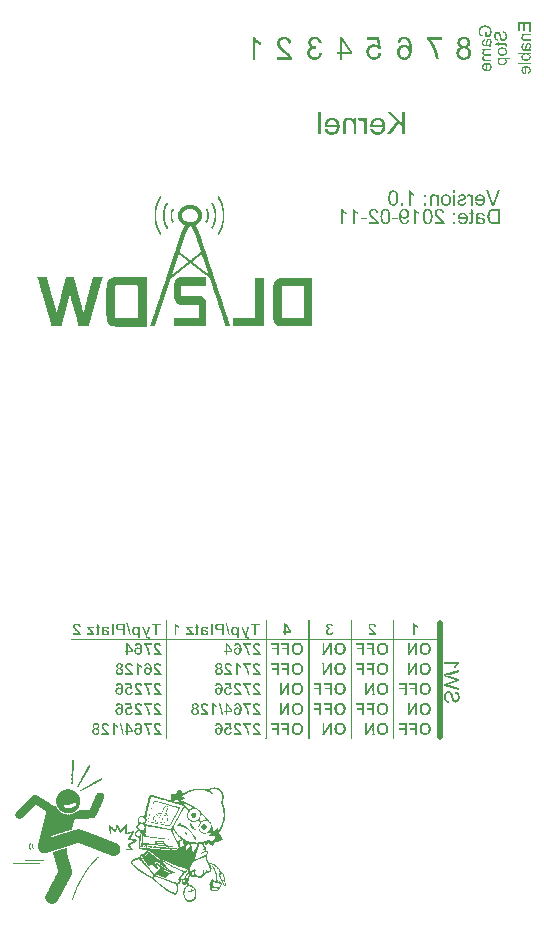
<source format=gbo>
G04*
G04 #@! TF.GenerationSoftware,Altium Limited,Altium Designer,21.0.9 (235)*
G04*
G04 Layer_Color=32896*
%FSLAX25Y25*%
%MOIN*%
G70*
G04*
G04 #@! TF.SameCoordinates,33DCC083-78A4-4658-BA73-3189C6140954*
G04*
G04*
G04 #@! TF.FilePolarity,Positive*
G04*
G01*
G75*
%ADD13C,0.00394*%
%ADD39C,0.01968*%
G36*
X113330Y262442D02*
X113434D01*
Y262337D01*
X113539D01*
Y262233D01*
Y262128D01*
X113643D01*
Y262024D01*
Y261919D01*
X113748D01*
Y261815D01*
Y261711D01*
Y261606D01*
X113852D01*
Y261502D01*
Y261397D01*
Y261293D01*
X113956D01*
Y261188D01*
Y261084D01*
Y260979D01*
Y260875D01*
Y260770D01*
X114061D01*
Y260666D01*
Y260561D01*
Y260457D01*
Y260352D01*
Y260248D01*
Y260144D01*
Y260039D01*
Y259935D01*
Y259830D01*
X113956D01*
Y259726D01*
Y259621D01*
Y259517D01*
Y259412D01*
Y259308D01*
Y259203D01*
X113852D01*
Y259099D01*
Y258995D01*
Y258890D01*
Y258786D01*
X113748D01*
Y258681D01*
Y258577D01*
X113643D01*
Y258472D01*
Y258368D01*
X113539D01*
Y258263D01*
Y258159D01*
X113434D01*
Y258054D01*
Y257950D01*
X113330D01*
Y257845D01*
X113016D01*
Y257950D01*
X112912D01*
Y258054D01*
Y258159D01*
X112807D01*
Y258263D01*
X112912D01*
Y258368D01*
Y258472D01*
X113016D01*
Y258577D01*
Y258681D01*
X113121D01*
Y258786D01*
Y258890D01*
X113225D01*
Y258995D01*
Y259099D01*
X113330D01*
Y259203D01*
Y259308D01*
Y259412D01*
X113434D01*
Y259517D01*
Y259621D01*
Y259726D01*
Y259830D01*
Y259935D01*
Y260039D01*
Y260144D01*
Y260248D01*
Y260352D01*
Y260457D01*
Y260561D01*
Y260666D01*
Y260770D01*
Y260875D01*
Y260979D01*
X113330D01*
Y261084D01*
Y261188D01*
Y261293D01*
Y261397D01*
X113225D01*
Y261502D01*
Y261606D01*
X113121D01*
Y261711D01*
Y261815D01*
X113016D01*
Y261919D01*
Y262024D01*
X112912D01*
Y262128D01*
Y262233D01*
Y262337D01*
Y262442D01*
X113016D01*
Y262546D01*
X113330D01*
Y262442D01*
D02*
G37*
G36*
X102257D02*
Y262337D01*
X102361D01*
Y262233D01*
Y262128D01*
Y262024D01*
X102257D01*
Y261919D01*
X102152D01*
Y261815D01*
X102048D01*
Y261711D01*
Y261606D01*
X101943D01*
Y261502D01*
Y261397D01*
X101839D01*
Y261293D01*
Y261188D01*
Y261084D01*
Y260979D01*
X101734D01*
Y260875D01*
Y260770D01*
Y260666D01*
Y260561D01*
Y260457D01*
Y260352D01*
Y260248D01*
Y260144D01*
Y260039D01*
Y259935D01*
Y259830D01*
Y259726D01*
Y259621D01*
Y259517D01*
X101839D01*
Y259412D01*
Y259308D01*
Y259203D01*
Y259099D01*
X101943D01*
Y258995D01*
Y258890D01*
X102048D01*
Y258786D01*
Y258681D01*
X102152D01*
Y258577D01*
Y258472D01*
X102257D01*
Y258368D01*
X102361D01*
Y258263D01*
Y258159D01*
Y258054D01*
X102257D01*
Y257950D01*
X102152D01*
Y257845D01*
X101839D01*
Y257950D01*
X101734D01*
Y258054D01*
Y258159D01*
X101630D01*
Y258263D01*
Y258368D01*
X101526D01*
Y258472D01*
X101421D01*
Y258577D01*
Y258681D01*
Y258786D01*
X101317D01*
Y258890D01*
Y258995D01*
Y259099D01*
X101212D01*
Y259203D01*
Y259308D01*
Y259412D01*
Y259517D01*
Y259621D01*
Y259726D01*
Y259830D01*
Y259935D01*
Y260039D01*
Y260144D01*
Y260248D01*
Y260352D01*
Y260457D01*
Y260561D01*
Y260666D01*
X101108D01*
Y260770D01*
X101212D01*
Y260875D01*
Y260979D01*
Y261084D01*
Y261188D01*
Y261293D01*
X101317D01*
Y261397D01*
Y261502D01*
Y261606D01*
X101421D01*
Y261711D01*
Y261815D01*
X101526D01*
Y261919D01*
Y262024D01*
Y262128D01*
X101630D01*
Y262233D01*
Y262337D01*
X101734D01*
Y262442D01*
X101839D01*
Y262546D01*
X102257D01*
Y262442D01*
D02*
G37*
G36*
X115314Y264426D02*
Y264322D01*
X115419D01*
Y264218D01*
X115523D01*
Y264113D01*
Y264009D01*
X115628D01*
Y263904D01*
Y263800D01*
X115732D01*
Y263695D01*
Y263591D01*
X115837D01*
Y263486D01*
Y263382D01*
X115941D01*
Y263277D01*
Y263173D01*
Y263069D01*
Y262964D01*
X116046D01*
Y262860D01*
Y262755D01*
X116150D01*
Y262651D01*
Y262546D01*
Y262442D01*
X116255D01*
Y262337D01*
Y262233D01*
Y262128D01*
Y262024D01*
Y261919D01*
X116359D01*
Y261815D01*
Y261711D01*
Y261606D01*
Y261502D01*
Y261397D01*
X116464D01*
Y261293D01*
Y261188D01*
Y261084D01*
Y260979D01*
Y260875D01*
Y260770D01*
Y260666D01*
Y260561D01*
Y260457D01*
Y260352D01*
Y260248D01*
Y260144D01*
Y260039D01*
Y259935D01*
Y259830D01*
Y259726D01*
Y259621D01*
Y259517D01*
Y259412D01*
Y259308D01*
Y259203D01*
Y259099D01*
X116359D01*
Y258995D01*
Y258890D01*
Y258786D01*
Y258681D01*
Y258577D01*
Y258472D01*
X116255D01*
Y258368D01*
Y258263D01*
Y258159D01*
Y258054D01*
X116150D01*
Y257950D01*
Y257845D01*
Y257741D01*
X116046D01*
Y257636D01*
Y257532D01*
Y257428D01*
Y257323D01*
X115941D01*
Y257219D01*
Y257114D01*
Y257010D01*
X115837D01*
Y256905D01*
Y256801D01*
X115732D01*
Y256696D01*
Y256592D01*
X115628D01*
Y256487D01*
Y256383D01*
X115523D01*
Y256278D01*
X115419D01*
Y256174D01*
Y256070D01*
X115314D01*
Y255965D01*
X115210D01*
Y255861D01*
X114897D01*
Y255965D01*
X114792D01*
Y256070D01*
Y256174D01*
Y256278D01*
Y256383D01*
X114897D01*
Y256487D01*
Y256592D01*
X115001D01*
Y256696D01*
Y256801D01*
X115105D01*
Y256905D01*
X115210D01*
Y257010D01*
Y257114D01*
X115314D01*
Y257219D01*
Y257323D01*
X115419D01*
Y257428D01*
Y257532D01*
Y257636D01*
X115523D01*
Y257741D01*
Y257845D01*
Y257950D01*
X115628D01*
Y258054D01*
Y258159D01*
Y258263D01*
X115732D01*
Y258368D01*
Y258472D01*
Y258577D01*
Y258681D01*
Y258786D01*
X115837D01*
Y258890D01*
Y258995D01*
Y259099D01*
Y259203D01*
Y259308D01*
Y259412D01*
Y259517D01*
X115941D01*
Y259621D01*
Y259726D01*
Y259830D01*
Y259935D01*
Y260039D01*
Y260144D01*
Y260248D01*
Y260352D01*
Y260457D01*
Y260561D01*
Y260666D01*
Y260770D01*
Y260875D01*
Y260979D01*
Y261084D01*
X115837D01*
Y261188D01*
Y261293D01*
Y261397D01*
Y261502D01*
Y261606D01*
Y261711D01*
X115732D01*
Y261815D01*
Y261919D01*
Y262024D01*
Y262128D01*
Y262233D01*
X115628D01*
Y262337D01*
Y262442D01*
X115523D01*
Y262546D01*
Y262651D01*
Y262755D01*
X115419D01*
Y262860D01*
Y262964D01*
Y263069D01*
X115314D01*
Y263173D01*
Y263277D01*
X115210D01*
Y263382D01*
Y263486D01*
X115105D01*
Y263591D01*
Y263695D01*
X115001D01*
Y263800D01*
X114897D01*
Y263904D01*
Y264009D01*
X114792D01*
Y264113D01*
Y264218D01*
Y264322D01*
Y264426D01*
Y264531D01*
X115314D01*
Y264426D01*
D02*
G37*
G36*
X100272D02*
X100376D01*
Y264322D01*
Y264218D01*
Y264113D01*
X100272D01*
Y264009D01*
Y263904D01*
X100168D01*
Y263800D01*
Y263695D01*
X100063D01*
Y263591D01*
X99959D01*
Y263486D01*
Y263382D01*
X99854D01*
Y263277D01*
Y263173D01*
X99750D01*
Y263069D01*
Y262964D01*
Y262860D01*
X99645D01*
Y262755D01*
Y262651D01*
X99541D01*
Y262546D01*
Y262442D01*
Y262337D01*
X99436D01*
Y262233D01*
Y262128D01*
Y262024D01*
Y261919D01*
X99332D01*
Y261815D01*
Y261711D01*
Y261606D01*
Y261502D01*
Y261397D01*
X99227D01*
Y261293D01*
Y261188D01*
Y261084D01*
Y260979D01*
Y260875D01*
Y260770D01*
Y260666D01*
Y260561D01*
Y260457D01*
Y260352D01*
Y260248D01*
Y260144D01*
Y260039D01*
Y259935D01*
Y259830D01*
Y259726D01*
Y259621D01*
Y259517D01*
Y259412D01*
Y259308D01*
Y259203D01*
Y259099D01*
X99332D01*
Y258995D01*
Y258890D01*
Y258786D01*
Y258681D01*
Y258577D01*
Y258472D01*
X99436D01*
Y258368D01*
Y258263D01*
Y258159D01*
X99541D01*
Y258054D01*
Y257950D01*
Y257845D01*
X99645D01*
Y257741D01*
Y257636D01*
Y257532D01*
X99750D01*
Y257428D01*
Y257323D01*
X99854D01*
Y257219D01*
Y257114D01*
X99959D01*
Y257010D01*
Y256905D01*
X100063D01*
Y256801D01*
Y256696D01*
X100168D01*
Y256592D01*
X100272D01*
Y256487D01*
Y256383D01*
X100376D01*
Y256278D01*
Y256174D01*
Y256070D01*
Y255965D01*
X100272D01*
Y255861D01*
X99854D01*
Y255965D01*
Y256070D01*
X99750D01*
Y256174D01*
X99645D01*
Y256278D01*
Y256383D01*
X99541D01*
Y256487D01*
X99436D01*
Y256592D01*
Y256696D01*
X99332D01*
Y256801D01*
Y256905D01*
X99227D01*
Y257010D01*
Y257114D01*
Y257219D01*
X99123D01*
Y257323D01*
Y257428D01*
Y257532D01*
X99019D01*
Y257636D01*
Y257741D01*
Y257845D01*
X98914D01*
Y257950D01*
Y258054D01*
Y258159D01*
Y258263D01*
X98810D01*
Y258368D01*
Y258472D01*
Y258577D01*
Y258681D01*
Y258786D01*
X98705D01*
Y258890D01*
Y258995D01*
Y259099D01*
Y259203D01*
Y259308D01*
Y259412D01*
Y259517D01*
X98601D01*
Y259621D01*
Y259726D01*
Y259830D01*
Y259935D01*
Y260039D01*
Y260144D01*
Y260248D01*
Y260352D01*
Y260457D01*
Y260561D01*
Y260666D01*
Y260770D01*
Y260875D01*
Y260979D01*
X98705D01*
Y261084D01*
Y261188D01*
Y261293D01*
Y261397D01*
Y261502D01*
Y261606D01*
Y261711D01*
X98810D01*
Y261815D01*
Y261919D01*
Y262024D01*
Y262128D01*
Y262233D01*
X98914D01*
Y262337D01*
Y262442D01*
Y262546D01*
Y262651D01*
X99019D01*
Y262755D01*
Y262860D01*
Y262964D01*
X99123D01*
Y263069D01*
Y263173D01*
Y263277D01*
X99227D01*
Y263382D01*
Y263486D01*
X99332D01*
Y263591D01*
Y263695D01*
X99436D01*
Y263800D01*
Y263904D01*
Y264009D01*
X99541D01*
Y264113D01*
X99645D01*
Y264218D01*
X99750D01*
Y264322D01*
Y264426D01*
X99854D01*
Y264531D01*
X100272D01*
Y264426D01*
D02*
G37*
G36*
X117299Y266516D02*
X117404D01*
Y266411D01*
X117508D01*
Y266307D01*
X117613D01*
Y266202D01*
X117717D01*
Y266098D01*
Y265993D01*
X117822D01*
Y265889D01*
Y265785D01*
X117926D01*
Y265680D01*
X118031D01*
Y265576D01*
Y265471D01*
Y265367D01*
X118135D01*
Y265262D01*
Y265158D01*
X118239D01*
Y265053D01*
Y264949D01*
X118344D01*
Y264844D01*
Y264740D01*
Y264635D01*
X118448D01*
Y264531D01*
Y264426D01*
X118553D01*
Y264322D01*
Y264218D01*
Y264113D01*
X118657D01*
Y264009D01*
Y263904D01*
Y263800D01*
Y263695D01*
X118762D01*
Y263591D01*
Y263486D01*
Y263382D01*
Y263277D01*
X118866D01*
Y263173D01*
Y263069D01*
Y262964D01*
Y262860D01*
Y262755D01*
X118971D01*
Y262651D01*
Y262546D01*
Y262442D01*
Y262337D01*
Y262233D01*
X119075D01*
Y262128D01*
Y262024D01*
Y261919D01*
Y261815D01*
Y261711D01*
Y261606D01*
Y261502D01*
X119179D01*
Y261397D01*
Y261293D01*
Y261188D01*
Y261084D01*
Y260979D01*
Y260875D01*
Y260770D01*
Y260666D01*
Y260561D01*
Y260457D01*
Y260352D01*
Y260248D01*
Y260144D01*
Y260039D01*
Y259935D01*
Y259830D01*
Y259726D01*
Y259621D01*
Y259517D01*
Y259412D01*
Y259308D01*
Y259203D01*
Y259099D01*
Y258995D01*
X119075D01*
Y258890D01*
Y258786D01*
Y258681D01*
Y258577D01*
Y258472D01*
Y258368D01*
Y258263D01*
Y258159D01*
X118971D01*
Y258054D01*
Y257950D01*
Y257845D01*
Y257741D01*
Y257636D01*
X118866D01*
Y257532D01*
Y257428D01*
Y257323D01*
Y257219D01*
X118762D01*
Y257114D01*
Y257010D01*
Y256905D01*
Y256801D01*
X118657D01*
Y256696D01*
Y256592D01*
Y256487D01*
X118553D01*
Y256383D01*
X118657D01*
Y256278D01*
X118553D01*
Y256174D01*
Y256070D01*
Y255965D01*
X118448D01*
Y255861D01*
Y255756D01*
X118344D01*
Y255652D01*
Y255547D01*
X118239D01*
Y255443D01*
Y255338D01*
X118135D01*
Y255234D01*
Y255129D01*
Y255025D01*
X118031D01*
Y254921D01*
Y254816D01*
X117926D01*
Y254712D01*
X117822D01*
Y254607D01*
Y254503D01*
X117717D01*
Y254398D01*
Y254294D01*
X117613D01*
Y254189D01*
Y254085D01*
X117508D01*
Y253980D01*
X117404D01*
Y253876D01*
X116986D01*
Y253980D01*
Y254085D01*
X116881D01*
Y254189D01*
Y254294D01*
X116986D01*
Y254398D01*
Y254503D01*
X117090D01*
Y254607D01*
Y254712D01*
X117195D01*
Y254816D01*
X117299D01*
Y254921D01*
Y255025D01*
X117404D01*
Y255129D01*
Y255234D01*
X117508D01*
Y255338D01*
Y255443D01*
X117613D01*
Y255547D01*
Y255652D01*
X117717D01*
Y255756D01*
Y255861D01*
X117822D01*
Y255965D01*
Y256070D01*
X117926D01*
Y256174D01*
Y256278D01*
X118031D01*
Y256383D01*
Y256487D01*
Y256592D01*
Y256696D01*
X118135D01*
Y256801D01*
Y256905D01*
Y257010D01*
Y257114D01*
X118239D01*
Y257219D01*
Y257323D01*
Y257428D01*
X118344D01*
Y257532D01*
Y257636D01*
Y257741D01*
Y257845D01*
Y257950D01*
X118448D01*
Y258054D01*
Y258159D01*
Y258263D01*
Y258368D01*
Y258472D01*
Y258577D01*
X118553D01*
Y258681D01*
Y258786D01*
Y258890D01*
Y258995D01*
Y259099D01*
Y259203D01*
Y259308D01*
Y259412D01*
Y259517D01*
Y259621D01*
X118657D01*
Y259726D01*
Y259830D01*
Y259935D01*
Y260039D01*
Y260144D01*
Y260248D01*
Y260352D01*
Y260457D01*
Y260561D01*
Y260666D01*
Y260770D01*
Y260875D01*
X118553D01*
Y260979D01*
Y261084D01*
Y261188D01*
Y261293D01*
Y261397D01*
Y261502D01*
Y261606D01*
Y261711D01*
Y261815D01*
Y261919D01*
X118448D01*
Y262024D01*
Y262128D01*
Y262233D01*
Y262337D01*
Y262442D01*
X118344D01*
Y262546D01*
Y262651D01*
Y262755D01*
Y262860D01*
Y262964D01*
X118239D01*
Y263069D01*
Y263173D01*
Y263277D01*
X118135D01*
Y263382D01*
Y263486D01*
Y263591D01*
Y263695D01*
Y263800D01*
Y263904D01*
X118031D01*
Y264009D01*
Y264113D01*
X117926D01*
Y264218D01*
Y264322D01*
Y264426D01*
X117822D01*
Y264531D01*
Y264635D01*
X117717D01*
Y264740D01*
Y264844D01*
Y264949D01*
X117613D01*
Y265053D01*
X117508D01*
Y265158D01*
Y265262D01*
X117404D01*
Y265367D01*
Y265471D01*
X117299D01*
Y265576D01*
X117195D01*
Y265680D01*
Y265785D01*
X117090D01*
Y265889D01*
X116986D01*
Y265993D01*
Y266098D01*
Y266202D01*
X116881D01*
Y266307D01*
X116986D01*
Y266411D01*
Y266516D01*
X117090D01*
Y266620D01*
X117299D01*
Y266516D01*
D02*
G37*
G36*
X98078D02*
X98183D01*
Y266411D01*
Y266307D01*
Y266202D01*
Y266098D01*
X98078D01*
Y265993D01*
Y265889D01*
X97974D01*
Y265785D01*
X97869D01*
Y265680D01*
Y265576D01*
X97765D01*
Y265471D01*
Y265367D01*
X97660D01*
Y265262D01*
X97556D01*
Y265158D01*
Y265053D01*
X97452D01*
Y264949D01*
Y264844D01*
X97347D01*
Y264740D01*
Y264635D01*
X97243D01*
Y264531D01*
Y264426D01*
X97138D01*
Y264322D01*
Y264218D01*
Y264113D01*
Y264009D01*
X97034D01*
Y263904D01*
Y263800D01*
Y263695D01*
X96929D01*
Y263591D01*
Y263486D01*
Y263382D01*
Y263277D01*
X96825D01*
Y263173D01*
Y263069D01*
Y262964D01*
X96720D01*
Y262860D01*
Y262755D01*
Y262651D01*
Y262546D01*
X96616D01*
Y262442D01*
Y262337D01*
Y262233D01*
Y262128D01*
X96512D01*
Y262024D01*
Y261919D01*
Y261815D01*
Y261711D01*
Y261606D01*
Y261502D01*
Y261397D01*
Y261293D01*
X96407D01*
Y261188D01*
Y261084D01*
Y260979D01*
Y260875D01*
Y260770D01*
Y260666D01*
Y260561D01*
Y260457D01*
Y260352D01*
Y260248D01*
Y260144D01*
Y260039D01*
Y259935D01*
Y259830D01*
Y259726D01*
Y259621D01*
Y259517D01*
Y259412D01*
Y259308D01*
Y259203D01*
X96512D01*
Y259099D01*
Y258995D01*
Y258890D01*
Y258786D01*
Y258681D01*
Y258577D01*
Y258472D01*
X96616D01*
Y258368D01*
Y258263D01*
Y258159D01*
Y258054D01*
Y257950D01*
X96720D01*
Y257845D01*
Y257741D01*
Y257636D01*
Y257532D01*
Y257428D01*
X96825D01*
Y257323D01*
Y257219D01*
Y257114D01*
X96929D01*
Y257010D01*
Y256905D01*
Y256801D01*
Y256696D01*
X97034D01*
Y256592D01*
Y256487D01*
X97138D01*
Y256383D01*
Y256278D01*
Y256174D01*
X97243D01*
Y256070D01*
Y255965D01*
Y255861D01*
Y255756D01*
X97347D01*
Y255652D01*
X97452D01*
Y255547D01*
Y255443D01*
X97556D01*
Y255338D01*
Y255234D01*
X97660D01*
Y255129D01*
X97765D01*
Y255025D01*
Y254921D01*
Y254816D01*
X97869D01*
Y254712D01*
X97974D01*
Y254607D01*
X98078D01*
Y254503D01*
Y254398D01*
X98183D01*
Y254294D01*
Y254189D01*
Y254085D01*
Y253980D01*
X98078D01*
Y253876D01*
X97974D01*
Y253771D01*
X97869D01*
Y253876D01*
X97660D01*
Y253980D01*
X97556D01*
Y254085D01*
Y254189D01*
X97452D01*
Y254294D01*
Y254398D01*
X97347D01*
Y254503D01*
X97243D01*
Y254607D01*
Y254712D01*
X97138D01*
Y254816D01*
Y254921D01*
X97034D01*
Y255025D01*
X96929D01*
Y255129D01*
Y255234D01*
Y255338D01*
X96825D01*
Y255443D01*
Y255547D01*
X96720D01*
Y255652D01*
Y255756D01*
X96616D01*
Y255861D01*
Y255965D01*
Y256070D01*
X96512D01*
Y256174D01*
Y256278D01*
Y256383D01*
X96407D01*
Y256487D01*
Y256592D01*
Y256696D01*
X96302D01*
Y256801D01*
Y256905D01*
Y257010D01*
X96198D01*
Y257114D01*
Y257219D01*
Y257323D01*
Y257428D01*
Y257532D01*
X96094D01*
Y257636D01*
Y257741D01*
Y257845D01*
Y257950D01*
X95989D01*
Y258054D01*
Y258159D01*
Y258263D01*
Y258368D01*
Y258472D01*
Y258577D01*
Y258681D01*
X95885D01*
Y258786D01*
Y258890D01*
Y258995D01*
Y259099D01*
Y259203D01*
Y259308D01*
Y259412D01*
Y259517D01*
Y259621D01*
Y259726D01*
Y259830D01*
Y259935D01*
Y260039D01*
Y260144D01*
Y260248D01*
Y260352D01*
Y260457D01*
Y260561D01*
Y260666D01*
Y260770D01*
Y260875D01*
Y260979D01*
Y261084D01*
Y261188D01*
Y261293D01*
Y261397D01*
Y261502D01*
Y261606D01*
Y261711D01*
Y261815D01*
X95989D01*
Y261919D01*
Y262024D01*
Y262128D01*
Y262233D01*
Y262337D01*
Y262442D01*
X96094D01*
Y262546D01*
Y262651D01*
Y262755D01*
Y262860D01*
Y262964D01*
X96198D01*
Y263069D01*
Y263173D01*
Y263277D01*
Y263382D01*
X96302D01*
Y263486D01*
Y263591D01*
Y263695D01*
X96407D01*
Y263800D01*
Y263904D01*
Y264009D01*
X96512D01*
Y264113D01*
Y264218D01*
Y264322D01*
Y264426D01*
X96616D01*
Y264531D01*
Y264635D01*
X96720D01*
Y264740D01*
Y264844D01*
Y264949D01*
X96825D01*
Y265053D01*
Y265158D01*
X96929D01*
Y265262D01*
Y265367D01*
X97034D01*
Y265471D01*
Y265576D01*
X97138D01*
Y265680D01*
Y265785D01*
X97243D01*
Y265889D01*
Y265993D01*
X97347D01*
Y266098D01*
X97452D01*
Y266202D01*
Y266307D01*
X97556D01*
Y266411D01*
X97660D01*
Y266516D01*
X97765D01*
Y266620D01*
X98078D01*
Y266516D01*
D02*
G37*
G36*
X78544Y239669D02*
Y239565D01*
X78440D01*
Y239460D01*
Y239356D01*
Y239251D01*
Y239147D01*
X78335D01*
Y239042D01*
Y238938D01*
Y238833D01*
Y238729D01*
X78231D01*
Y238625D01*
Y238520D01*
Y238416D01*
Y238311D01*
X78126D01*
Y238207D01*
Y238102D01*
Y237998D01*
X78022D01*
Y237893D01*
Y237789D01*
Y237684D01*
X77917D01*
Y237580D01*
Y237475D01*
Y237371D01*
Y237267D01*
X77813D01*
Y237162D01*
Y237058D01*
Y236953D01*
X77708D01*
Y236849D01*
Y236744D01*
Y236640D01*
X77604D01*
Y236535D01*
Y236431D01*
Y236326D01*
Y236222D01*
X77500D01*
Y236118D01*
Y236013D01*
Y235909D01*
Y235804D01*
Y235700D01*
X77395D01*
Y235595D01*
Y235491D01*
Y235386D01*
X77291D01*
Y235282D01*
Y235177D01*
Y235073D01*
X77186D01*
Y234968D01*
Y234864D01*
Y234759D01*
Y234655D01*
X77082D01*
Y234551D01*
Y234446D01*
Y234342D01*
X76977D01*
Y234237D01*
Y234133D01*
Y234028D01*
Y233924D01*
X76873D01*
Y233819D01*
Y233715D01*
Y233610D01*
X76768D01*
Y233506D01*
Y233401D01*
Y233297D01*
X76664D01*
Y233193D01*
Y233088D01*
Y232984D01*
Y232879D01*
Y232775D01*
X76559D01*
Y232670D01*
Y232566D01*
Y232461D01*
X76455D01*
Y232357D01*
Y232252D01*
Y232148D01*
Y232044D01*
X76350D01*
Y231939D01*
Y231835D01*
Y231730D01*
X76246D01*
Y231626D01*
Y231521D01*
Y231417D01*
Y231312D01*
X76142D01*
Y231208D01*
Y231103D01*
Y230999D01*
X76037D01*
Y230894D01*
Y230790D01*
Y230685D01*
X75933D01*
Y230581D01*
Y230477D01*
Y230372D01*
Y230268D01*
X75828D01*
Y230163D01*
Y230059D01*
Y229954D01*
X75724D01*
Y229850D01*
Y229745D01*
Y229641D01*
Y229537D01*
Y229432D01*
X75619D01*
Y229328D01*
Y229223D01*
Y229119D01*
Y229014D01*
X75515D01*
Y228910D01*
Y228805D01*
Y228701D01*
X75410D01*
Y228596D01*
Y228492D01*
Y228387D01*
X75306D01*
Y228283D01*
Y228178D01*
Y228074D01*
X75201D01*
Y227970D01*
Y227865D01*
Y227761D01*
Y227656D01*
X75097D01*
Y227552D01*
Y227447D01*
Y227343D01*
X74992D01*
Y227238D01*
Y227134D01*
Y227029D01*
X74888D01*
Y226925D01*
Y226820D01*
Y226716D01*
Y226611D01*
X74783D01*
Y226507D01*
Y226403D01*
Y226298D01*
Y226194D01*
Y226089D01*
X74679D01*
Y225985D01*
Y225880D01*
Y225776D01*
X74575D01*
Y225671D01*
Y225567D01*
Y225462D01*
X74470D01*
Y225358D01*
Y225254D01*
Y225149D01*
Y225045D01*
X74366D01*
Y224940D01*
Y224836D01*
Y224731D01*
X74261D01*
Y224627D01*
Y224522D01*
Y224418D01*
Y224313D01*
X74157D01*
Y224209D01*
Y224104D01*
Y224000D01*
X74052D01*
Y223896D01*
Y223791D01*
Y223687D01*
Y223582D01*
X73948D01*
Y223478D01*
Y223373D01*
Y223269D01*
X70605D01*
Y223373D01*
Y223478D01*
Y223582D01*
X70501D01*
Y223687D01*
Y223791D01*
Y223896D01*
X70396D01*
Y224000D01*
Y224104D01*
Y224209D01*
Y224313D01*
X70292D01*
Y224418D01*
Y224522D01*
Y224627D01*
X70187D01*
Y224731D01*
Y224836D01*
Y224940D01*
Y225045D01*
X70083D01*
Y225149D01*
Y225254D01*
Y225358D01*
X69978D01*
Y225462D01*
Y225567D01*
Y225671D01*
X69874D01*
Y225776D01*
Y225880D01*
Y225985D01*
Y226089D01*
Y226194D01*
Y226298D01*
X69769D01*
Y226403D01*
Y226507D01*
Y226611D01*
X69665D01*
Y226716D01*
Y226820D01*
Y226925D01*
Y227029D01*
X69560D01*
Y227134D01*
Y227238D01*
Y227343D01*
X69456D01*
Y227447D01*
Y227552D01*
Y227656D01*
Y227761D01*
X69352D01*
Y227865D01*
Y227970D01*
Y228074D01*
X69247D01*
Y228178D01*
Y228283D01*
Y228387D01*
X69143D01*
Y228492D01*
Y228596D01*
Y228701D01*
Y228805D01*
X69038D01*
Y228910D01*
Y229014D01*
Y229119D01*
Y229223D01*
Y229328D01*
X68934D01*
Y229432D01*
Y229537D01*
Y229641D01*
Y229745D01*
X68829D01*
Y229850D01*
Y229954D01*
Y230059D01*
X68725D01*
Y230163D01*
Y230268D01*
Y230372D01*
Y230477D01*
X68620D01*
Y230581D01*
Y230685D01*
Y230790D01*
X68516D01*
Y230894D01*
Y230999D01*
Y231103D01*
Y231208D01*
X68411D01*
Y231312D01*
Y231417D01*
Y231521D01*
X68307D01*
Y231626D01*
Y231730D01*
Y231835D01*
X68202D01*
Y231939D01*
Y232044D01*
Y232148D01*
Y232252D01*
X68098D01*
Y232357D01*
Y232461D01*
Y232566D01*
Y232670D01*
Y232775D01*
X67993D01*
Y232879D01*
Y232984D01*
Y233088D01*
Y233193D01*
X67889D01*
Y233297D01*
Y233401D01*
Y233506D01*
X67785D01*
Y233610D01*
Y233715D01*
X67576D01*
Y233610D01*
Y233506D01*
Y233401D01*
X67471D01*
Y233297D01*
Y233193D01*
Y233088D01*
X67367D01*
Y232984D01*
Y232879D01*
Y232775D01*
Y232670D01*
X67262D01*
Y232566D01*
Y232461D01*
Y232357D01*
X67158D01*
Y232252D01*
Y232148D01*
Y232044D01*
Y231939D01*
X67053D01*
Y231835D01*
Y231730D01*
Y231626D01*
Y231521D01*
X66949D01*
Y231417D01*
Y231312D01*
Y231208D01*
X66844D01*
Y231103D01*
Y230999D01*
Y230894D01*
Y230790D01*
X66740D01*
Y230685D01*
X66844D01*
Y230581D01*
X66740D01*
Y230477D01*
Y230372D01*
Y230268D01*
X66636D01*
Y230163D01*
Y230059D01*
Y229954D01*
Y229850D01*
X66531D01*
Y229745D01*
Y229641D01*
Y229537D01*
X66427D01*
Y229432D01*
Y229328D01*
Y229223D01*
Y229119D01*
X66322D01*
Y229014D01*
Y228910D01*
Y228805D01*
Y228701D01*
X66218D01*
Y228596D01*
Y228492D01*
Y228387D01*
X66113D01*
Y228283D01*
Y228178D01*
Y228074D01*
Y227970D01*
X66009D01*
Y227865D01*
Y227761D01*
Y227656D01*
X65904D01*
Y227552D01*
Y227447D01*
Y227343D01*
Y227238D01*
X65800D01*
Y227134D01*
X65904D01*
Y227029D01*
X65800D01*
Y226925D01*
Y226820D01*
Y226716D01*
X65695D01*
Y226611D01*
Y226507D01*
Y226403D01*
Y226298D01*
X65591D01*
Y226194D01*
Y226089D01*
Y225985D01*
X65487D01*
Y225880D01*
Y225776D01*
Y225671D01*
Y225567D01*
X65382D01*
Y225462D01*
Y225358D01*
Y225254D01*
Y225149D01*
X65277D01*
Y225045D01*
Y224940D01*
Y224836D01*
X65173D01*
Y224731D01*
Y224627D01*
Y224522D01*
Y224418D01*
X65069D01*
Y224313D01*
Y224209D01*
Y224104D01*
X64964D01*
Y224000D01*
Y223896D01*
Y223791D01*
Y223687D01*
Y223582D01*
Y223478D01*
X64860D01*
Y223373D01*
Y223269D01*
X61621D01*
Y223373D01*
Y223478D01*
Y223582D01*
X61517D01*
Y223687D01*
Y223791D01*
Y223896D01*
Y224000D01*
X61413D01*
Y224104D01*
Y224209D01*
Y224313D01*
X61308D01*
Y224418D01*
Y224522D01*
Y224627D01*
X61203D01*
Y224731D01*
Y224836D01*
Y224940D01*
X61099D01*
Y225045D01*
Y225149D01*
Y225254D01*
Y225358D01*
X60995D01*
Y225462D01*
Y225567D01*
Y225671D01*
X60890D01*
Y225776D01*
Y225880D01*
Y225985D01*
Y226089D01*
Y226194D01*
X60786D01*
Y226298D01*
Y226403D01*
Y226507D01*
X60681D01*
Y226611D01*
Y226716D01*
Y226820D01*
X60577D01*
Y226925D01*
Y227029D01*
Y227134D01*
Y227238D01*
X60472D01*
Y227343D01*
Y227447D01*
X60368D01*
Y227552D01*
Y227656D01*
Y227761D01*
Y227865D01*
X60263D01*
Y227970D01*
Y228074D01*
Y228178D01*
X60159D01*
Y228283D01*
Y228387D01*
Y228492D01*
X60054D01*
Y228596D01*
Y228701D01*
Y228805D01*
X59950D01*
Y228910D01*
X60054D01*
Y229014D01*
X59950D01*
Y229119D01*
Y229223D01*
Y229328D01*
X59846D01*
Y229432D01*
Y229537D01*
Y229641D01*
Y229745D01*
X59741D01*
Y229850D01*
Y229954D01*
X59637D01*
Y230059D01*
Y230163D01*
Y230268D01*
Y230372D01*
X59532D01*
Y230477D01*
Y230581D01*
Y230685D01*
X59428D01*
Y230790D01*
Y230894D01*
Y230999D01*
X59323D01*
Y231103D01*
Y231208D01*
Y231312D01*
Y231417D01*
X59219D01*
Y231521D01*
Y231626D01*
Y231730D01*
Y231835D01*
X59114D01*
Y231939D01*
Y232044D01*
Y232148D01*
Y232252D01*
X59010D01*
Y232357D01*
Y232461D01*
Y232566D01*
X58905D01*
Y232670D01*
Y232775D01*
Y232879D01*
X58801D01*
Y232984D01*
Y233088D01*
Y233193D01*
X58697D01*
Y233297D01*
Y233401D01*
Y233506D01*
X58592D01*
Y233610D01*
Y233715D01*
Y233819D01*
Y233924D01*
X58487D01*
Y234028D01*
Y234133D01*
Y234237D01*
X58383D01*
Y234342D01*
Y234446D01*
Y234551D01*
X58279D01*
Y234655D01*
Y234759D01*
Y234864D01*
X58174D01*
Y234968D01*
X58279D01*
Y235073D01*
X58174D01*
Y235177D01*
Y235282D01*
Y235386D01*
X58070D01*
Y235491D01*
Y235595D01*
Y235700D01*
X57965D01*
Y235804D01*
Y235909D01*
Y236013D01*
Y236118D01*
X57861D01*
Y236222D01*
Y236326D01*
Y236431D01*
X57756D01*
Y236535D01*
Y236640D01*
Y236744D01*
X57652D01*
Y236849D01*
Y236953D01*
Y237058D01*
X57547D01*
Y237162D01*
Y237267D01*
Y237371D01*
X57443D01*
Y237475D01*
Y237580D01*
Y237684D01*
Y237789D01*
X57339D01*
Y237893D01*
Y237998D01*
Y238102D01*
X57234D01*
Y238207D01*
Y238311D01*
Y238416D01*
Y238520D01*
Y238625D01*
X57130D01*
Y238729D01*
Y238833D01*
Y238938D01*
X57025D01*
Y239042D01*
Y239147D01*
Y239251D01*
X56921D01*
Y239356D01*
Y239460D01*
Y239565D01*
X56816D01*
Y239669D01*
Y239774D01*
X59950D01*
Y239669D01*
Y239565D01*
Y239460D01*
Y239356D01*
X60054D01*
Y239251D01*
Y239147D01*
Y239042D01*
X60159D01*
Y238938D01*
Y238833D01*
Y238729D01*
X60263D01*
Y238625D01*
Y238520D01*
Y238416D01*
Y238311D01*
X60368D01*
Y238207D01*
Y238102D01*
Y237998D01*
X60472D01*
Y237893D01*
Y237789D01*
Y237684D01*
Y237580D01*
X60577D01*
Y237475D01*
Y237371D01*
Y237267D01*
Y237162D01*
X60681D01*
Y237058D01*
Y236953D01*
Y236849D01*
Y236744D01*
X60786D01*
Y236640D01*
Y236535D01*
Y236431D01*
X60890D01*
Y236326D01*
Y236222D01*
Y236118D01*
Y236013D01*
X60995D01*
Y235909D01*
Y235804D01*
Y235700D01*
X61099D01*
Y235595D01*
Y235491D01*
Y235386D01*
X61203D01*
Y235282D01*
Y235177D01*
Y235073D01*
Y234968D01*
X61308D01*
Y234864D01*
Y234759D01*
Y234655D01*
X61413D01*
Y234551D01*
Y234446D01*
Y234342D01*
Y234237D01*
Y234133D01*
X61517D01*
Y234028D01*
Y233924D01*
Y233819D01*
X61621D01*
Y233715D01*
Y233610D01*
Y233506D01*
Y233401D01*
X61726D01*
Y233297D01*
Y233193D01*
Y233088D01*
X61830D01*
Y232984D01*
Y232879D01*
Y232775D01*
Y232670D01*
X61935D01*
Y232566D01*
Y232461D01*
Y232357D01*
X62039D01*
Y232252D01*
Y232148D01*
Y232044D01*
X62144D01*
Y231939D01*
Y231835D01*
Y231730D01*
Y231626D01*
X62248D01*
Y231521D01*
Y231417D01*
Y231312D01*
X62353D01*
Y231208D01*
X62248D01*
Y231103D01*
X62353D01*
Y230999D01*
Y230894D01*
Y230790D01*
X62457D01*
Y230685D01*
Y230581D01*
Y230477D01*
Y230372D01*
X62562D01*
Y230268D01*
Y230163D01*
Y230059D01*
X62666D01*
Y229954D01*
Y229850D01*
Y229745D01*
X62770D01*
Y229641D01*
Y229537D01*
Y229432D01*
X62875D01*
Y229328D01*
Y229223D01*
Y229119D01*
Y229014D01*
X62979D01*
Y228910D01*
Y228805D01*
Y228701D01*
Y228596D01*
X63084D01*
Y228492D01*
Y228387D01*
Y228283D01*
X63188D01*
Y228178D01*
X63084D01*
Y228074D01*
X63293D01*
Y228178D01*
X63397D01*
Y228283D01*
Y228387D01*
X63502D01*
Y228492D01*
Y228596D01*
Y228701D01*
X63606D01*
Y228805D01*
Y228910D01*
Y229014D01*
Y229119D01*
Y229223D01*
Y229328D01*
X63711D01*
Y229432D01*
Y229537D01*
Y229641D01*
X63815D01*
Y229745D01*
Y229850D01*
Y229954D01*
Y230059D01*
X63920D01*
Y230163D01*
Y230268D01*
Y230372D01*
Y230477D01*
X64024D01*
Y230581D01*
Y230685D01*
Y230790D01*
X64129D01*
Y230894D01*
Y230999D01*
Y231103D01*
Y231208D01*
X64233D01*
Y231312D01*
Y231417D01*
Y231521D01*
Y231626D01*
X64337D01*
Y231730D01*
Y231835D01*
Y231939D01*
Y232044D01*
X64442D01*
Y232148D01*
Y232252D01*
Y232357D01*
Y232461D01*
Y232566D01*
X64546D01*
Y232670D01*
Y232775D01*
Y232879D01*
Y232984D01*
X64651D01*
Y233088D01*
Y233193D01*
Y233297D01*
X64755D01*
Y233401D01*
Y233506D01*
Y233610D01*
Y233715D01*
X64860D01*
Y233819D01*
Y233924D01*
Y234028D01*
Y234133D01*
X64964D01*
Y234237D01*
Y234342D01*
Y234446D01*
X65069D01*
Y234551D01*
Y234655D01*
Y234759D01*
Y234864D01*
X65173D01*
Y234968D01*
Y235073D01*
Y235177D01*
Y235282D01*
X65277D01*
Y235386D01*
Y235491D01*
Y235595D01*
Y235700D01*
Y235804D01*
X65382D01*
Y235909D01*
Y236013D01*
Y236118D01*
Y236222D01*
X65487D01*
Y236326D01*
Y236431D01*
Y236535D01*
Y236640D01*
X65591D01*
Y236744D01*
Y236849D01*
Y236953D01*
X65695D01*
Y237058D01*
Y237162D01*
Y237267D01*
Y237371D01*
X65800D01*
Y237475D01*
Y237580D01*
Y237684D01*
Y237789D01*
X65904D01*
Y237893D01*
Y237998D01*
Y238102D01*
X66009D01*
Y238207D01*
Y238311D01*
Y238416D01*
Y238520D01*
X66113D01*
Y238625D01*
Y238729D01*
Y238833D01*
Y238938D01*
X66218D01*
Y239042D01*
Y239147D01*
Y239251D01*
Y239356D01*
Y239460D01*
X66322D01*
Y239565D01*
Y239669D01*
Y239774D01*
X68934D01*
Y239669D01*
Y239565D01*
Y239460D01*
X69038D01*
Y239356D01*
Y239251D01*
Y239147D01*
X69143D01*
Y239042D01*
Y238938D01*
Y238833D01*
Y238729D01*
X69247D01*
Y238625D01*
Y238520D01*
Y238416D01*
X69352D01*
Y238311D01*
Y238207D01*
Y238102D01*
Y237998D01*
X69456D01*
Y237893D01*
Y237789D01*
Y237684D01*
X69560D01*
Y237580D01*
Y237475D01*
Y237371D01*
Y237267D01*
Y237162D01*
X69665D01*
Y237058D01*
Y236953D01*
Y236849D01*
Y236744D01*
X69769D01*
Y236640D01*
Y236535D01*
Y236431D01*
X69874D01*
Y236326D01*
Y236222D01*
Y236118D01*
Y236013D01*
X69978D01*
Y235909D01*
Y235804D01*
Y235700D01*
X70083D01*
Y235595D01*
Y235491D01*
Y235386D01*
X70187D01*
Y235282D01*
Y235177D01*
Y235073D01*
Y234968D01*
X70292D01*
Y234864D01*
Y234759D01*
Y234655D01*
Y234551D01*
Y234446D01*
X70396D01*
Y234342D01*
Y234237D01*
Y234133D01*
Y234028D01*
X70501D01*
Y233924D01*
Y233819D01*
Y233715D01*
X70605D01*
Y233610D01*
Y233506D01*
Y233401D01*
X70710D01*
Y233297D01*
Y233193D01*
Y233088D01*
Y232984D01*
X70814D01*
Y232879D01*
Y232775D01*
Y232670D01*
X70918D01*
Y232566D01*
Y232461D01*
Y232357D01*
Y232252D01*
X71023D01*
Y232148D01*
Y232044D01*
Y231939D01*
X71127D01*
Y231835D01*
Y231730D01*
Y231626D01*
Y231521D01*
X71232D01*
Y231417D01*
Y231312D01*
Y231208D01*
Y231103D01*
Y230999D01*
X71336D01*
Y230894D01*
Y230790D01*
Y230685D01*
X71441D01*
Y230581D01*
Y230477D01*
Y230372D01*
Y230268D01*
X71545D01*
Y230163D01*
Y230059D01*
Y229954D01*
X71650D01*
Y229850D01*
Y229745D01*
Y229641D01*
Y229537D01*
X71754D01*
Y229432D01*
Y229328D01*
Y229223D01*
X71859D01*
Y229119D01*
Y229014D01*
Y228910D01*
Y228805D01*
X71963D01*
Y228701D01*
Y228596D01*
Y228492D01*
X72067D01*
Y228387D01*
Y228283D01*
Y228178D01*
X72172D01*
Y228074D01*
X72276D01*
Y228178D01*
X72381D01*
Y228283D01*
Y228387D01*
Y228492D01*
Y228596D01*
X72485D01*
Y228701D01*
Y228805D01*
Y228910D01*
X72590D01*
Y229014D01*
X72485D01*
Y229119D01*
X72590D01*
Y229223D01*
Y229328D01*
Y229432D01*
X72694D01*
Y229537D01*
Y229641D01*
Y229745D01*
Y229850D01*
X72799D01*
Y229954D01*
Y230059D01*
Y230163D01*
Y230268D01*
X72903D01*
Y230372D01*
Y230477D01*
Y230581D01*
X73008D01*
Y230685D01*
Y230790D01*
Y230894D01*
Y230999D01*
X73112D01*
Y231103D01*
Y231208D01*
Y231312D01*
X73217D01*
Y231417D01*
Y231521D01*
Y231626D01*
Y231730D01*
X73321D01*
Y231835D01*
Y231939D01*
Y232044D01*
Y232148D01*
Y232252D01*
X73426D01*
Y232357D01*
Y232461D01*
X73530D01*
Y232566D01*
X73426D01*
Y232670D01*
X73530D01*
Y232775D01*
Y232879D01*
Y232984D01*
X73634D01*
Y233088D01*
Y233193D01*
Y233297D01*
Y233401D01*
X73739D01*
Y233506D01*
Y233610D01*
Y233715D01*
Y233819D01*
X73843D01*
Y233924D01*
Y234028D01*
Y234133D01*
X73948D01*
Y234237D01*
Y234342D01*
Y234446D01*
Y234551D01*
X74052D01*
Y234655D01*
Y234759D01*
Y234864D01*
X74157D01*
Y234968D01*
Y235073D01*
Y235177D01*
Y235282D01*
X74261D01*
Y235386D01*
Y235491D01*
Y235595D01*
Y235700D01*
Y235804D01*
X74366D01*
Y235909D01*
Y236013D01*
Y236118D01*
Y236222D01*
X74470D01*
Y236326D01*
Y236431D01*
Y236535D01*
Y236640D01*
X74575D01*
Y236744D01*
Y236849D01*
Y236953D01*
X74679D01*
Y237058D01*
Y237162D01*
Y237267D01*
Y237371D01*
X74783D01*
Y237475D01*
Y237580D01*
Y237684D01*
X74888D01*
Y237789D01*
Y237893D01*
Y237998D01*
Y238102D01*
X74992D01*
Y238207D01*
Y238311D01*
Y238416D01*
Y238520D01*
X75097D01*
Y238625D01*
Y238729D01*
Y238833D01*
X75201D01*
Y238938D01*
Y239042D01*
Y239147D01*
Y239251D01*
X75306D01*
Y239356D01*
Y239460D01*
Y239565D01*
Y239669D01*
Y239774D01*
X78544D01*
Y239669D01*
D02*
G37*
G36*
X148533Y239356D02*
Y239251D01*
Y239147D01*
Y239042D01*
Y238938D01*
Y238833D01*
Y238729D01*
Y238625D01*
Y238520D01*
Y238416D01*
Y238311D01*
Y238207D01*
Y238102D01*
Y237998D01*
Y237893D01*
Y237789D01*
Y237684D01*
Y237580D01*
Y237475D01*
Y237371D01*
Y237267D01*
Y237162D01*
Y237058D01*
Y236953D01*
Y236849D01*
Y236744D01*
Y236640D01*
Y236535D01*
Y236431D01*
Y236326D01*
Y236222D01*
Y236118D01*
Y236013D01*
Y235909D01*
Y235804D01*
Y235700D01*
Y235595D01*
Y235491D01*
Y235386D01*
Y235282D01*
Y235177D01*
Y235073D01*
Y234968D01*
Y234864D01*
Y234759D01*
Y234655D01*
Y234551D01*
Y234446D01*
Y234342D01*
Y234237D01*
Y234133D01*
Y234028D01*
Y233924D01*
Y233819D01*
Y233715D01*
Y233610D01*
Y233506D01*
Y233401D01*
Y233297D01*
Y233193D01*
Y233088D01*
Y232984D01*
Y232879D01*
Y232775D01*
Y232670D01*
Y232566D01*
Y232461D01*
Y232357D01*
Y232252D01*
Y232148D01*
Y232044D01*
Y231939D01*
Y231835D01*
Y231730D01*
Y231626D01*
Y231521D01*
Y231417D01*
Y231312D01*
Y231208D01*
Y231103D01*
Y230999D01*
Y230894D01*
Y230790D01*
Y230685D01*
Y230581D01*
Y230477D01*
Y230372D01*
Y230268D01*
Y230163D01*
Y230059D01*
Y229954D01*
Y229850D01*
Y229745D01*
Y229641D01*
Y229537D01*
Y229432D01*
Y229328D01*
Y229223D01*
Y229119D01*
Y229014D01*
Y228910D01*
Y228805D01*
Y228701D01*
Y228596D01*
Y228492D01*
Y228387D01*
Y228283D01*
Y228178D01*
Y228074D01*
Y227970D01*
Y227865D01*
Y227761D01*
Y227656D01*
Y227552D01*
Y227447D01*
Y227343D01*
Y227238D01*
Y227134D01*
Y227029D01*
Y226925D01*
Y226820D01*
Y226716D01*
Y226611D01*
Y226507D01*
Y226403D01*
Y226298D01*
Y226194D01*
Y226089D01*
Y225985D01*
Y225880D01*
Y225776D01*
Y225671D01*
Y225567D01*
Y225462D01*
Y225358D01*
Y225254D01*
Y225149D01*
Y225045D01*
Y224940D01*
Y224836D01*
Y224731D01*
Y224627D01*
Y224522D01*
Y224418D01*
Y224313D01*
Y224209D01*
Y224104D01*
Y224000D01*
Y223896D01*
Y223791D01*
Y223687D01*
Y223582D01*
Y223478D01*
Y223373D01*
Y223269D01*
X137669D01*
Y223373D01*
X137251D01*
Y223478D01*
X136938D01*
Y223582D01*
X136625D01*
Y223687D01*
X136520D01*
Y223791D01*
X136311D01*
Y223896D01*
X136207D01*
Y224000D01*
X136102D01*
Y224104D01*
X135998D01*
Y224209D01*
Y224313D01*
X135893D01*
Y224418D01*
X135789D01*
Y224522D01*
Y224627D01*
X135684D01*
Y224731D01*
Y224836D01*
Y224940D01*
X135580D01*
Y225045D01*
Y225149D01*
Y225254D01*
Y225358D01*
Y225462D01*
X135476D01*
Y225567D01*
Y225671D01*
Y225776D01*
Y225880D01*
Y225985D01*
Y226089D01*
Y226194D01*
Y226298D01*
Y226403D01*
Y226507D01*
Y226611D01*
Y226716D01*
Y226820D01*
Y226925D01*
Y227029D01*
Y227134D01*
Y227238D01*
Y227343D01*
Y227447D01*
Y227552D01*
Y227656D01*
Y227761D01*
Y227865D01*
Y227970D01*
Y228074D01*
Y228178D01*
Y228283D01*
Y228387D01*
Y228492D01*
Y228596D01*
Y228701D01*
Y228805D01*
Y228910D01*
Y229014D01*
Y229119D01*
Y229223D01*
Y229328D01*
Y229432D01*
Y229537D01*
Y229641D01*
Y229745D01*
Y229850D01*
Y229954D01*
Y230059D01*
Y230163D01*
Y230268D01*
Y230372D01*
Y230477D01*
Y230581D01*
Y230685D01*
Y230790D01*
Y230894D01*
Y230999D01*
Y231103D01*
Y231208D01*
Y231312D01*
Y231417D01*
Y231521D01*
Y231626D01*
Y231730D01*
Y231835D01*
Y231939D01*
Y232044D01*
Y232148D01*
Y232252D01*
Y232357D01*
Y232461D01*
Y232566D01*
Y232670D01*
Y232775D01*
Y232879D01*
Y232984D01*
Y233088D01*
Y233193D01*
Y233297D01*
Y233401D01*
Y233506D01*
Y233610D01*
Y233715D01*
Y233819D01*
Y233924D01*
Y234028D01*
Y234133D01*
Y234237D01*
Y234342D01*
Y234446D01*
Y234551D01*
Y234655D01*
Y234759D01*
Y234864D01*
Y234968D01*
Y235073D01*
Y235177D01*
Y235282D01*
Y235386D01*
Y235491D01*
Y235595D01*
Y235700D01*
Y235804D01*
Y235909D01*
Y236013D01*
Y236118D01*
Y236222D01*
Y236326D01*
Y236431D01*
Y236535D01*
Y236640D01*
Y236744D01*
Y236849D01*
Y236953D01*
Y237058D01*
Y237162D01*
X135580D01*
Y237267D01*
Y237371D01*
Y237475D01*
X135684D01*
Y237580D01*
Y237684D01*
Y237789D01*
X135789D01*
Y237893D01*
Y237998D01*
X135893D01*
Y238102D01*
X135998D01*
Y238207D01*
Y238311D01*
X136102D01*
Y238416D01*
X136207D01*
Y238520D01*
X136311D01*
Y238625D01*
X136416D01*
Y238729D01*
X136520D01*
Y238833D01*
X136729D01*
Y238938D01*
X136834D01*
Y239042D01*
X137042D01*
Y239147D01*
X137251D01*
Y239251D01*
X137460D01*
Y239356D01*
X137878D01*
Y239460D01*
X148533D01*
Y239356D01*
D02*
G37*
G36*
X132446Y239251D02*
Y239147D01*
Y239042D01*
Y238938D01*
Y238833D01*
Y238729D01*
Y238625D01*
Y238520D01*
Y238416D01*
Y238311D01*
Y238207D01*
Y238102D01*
Y237998D01*
Y237893D01*
Y237789D01*
Y237684D01*
Y237580D01*
Y237475D01*
Y237371D01*
Y237267D01*
Y237162D01*
Y237058D01*
Y236953D01*
Y236849D01*
Y236744D01*
Y236640D01*
Y236535D01*
Y236431D01*
Y236326D01*
Y236222D01*
Y236118D01*
Y236013D01*
Y235909D01*
Y235804D01*
Y235700D01*
Y235595D01*
Y235491D01*
Y235386D01*
Y235282D01*
Y235177D01*
Y235073D01*
Y234968D01*
Y234864D01*
Y234759D01*
Y234655D01*
Y234551D01*
Y234446D01*
Y234342D01*
Y234237D01*
Y234133D01*
Y234028D01*
Y233924D01*
Y233819D01*
Y233715D01*
Y233610D01*
Y233506D01*
Y233401D01*
Y233297D01*
Y233193D01*
Y233088D01*
Y232984D01*
Y232879D01*
Y232775D01*
Y232670D01*
Y232566D01*
Y232461D01*
Y232357D01*
Y232252D01*
Y232148D01*
Y232044D01*
Y231939D01*
Y231835D01*
Y231730D01*
Y231626D01*
Y231521D01*
Y231417D01*
Y231312D01*
Y231208D01*
Y231103D01*
Y230999D01*
Y230894D01*
Y230790D01*
Y230685D01*
Y230581D01*
Y230477D01*
Y230372D01*
Y230268D01*
Y230163D01*
Y230059D01*
Y229954D01*
Y229850D01*
Y229745D01*
Y229641D01*
Y229537D01*
Y229432D01*
Y229328D01*
Y229223D01*
Y229119D01*
Y229014D01*
Y228910D01*
Y228805D01*
Y228701D01*
Y228596D01*
Y228492D01*
Y228387D01*
Y228283D01*
Y228178D01*
Y228074D01*
Y227970D01*
Y227865D01*
Y227761D01*
Y227656D01*
Y227552D01*
Y227447D01*
Y227343D01*
Y227238D01*
Y227134D01*
Y227029D01*
Y226925D01*
Y226820D01*
Y226716D01*
Y226611D01*
Y226507D01*
Y226403D01*
Y226298D01*
Y226194D01*
Y226089D01*
Y225985D01*
Y225880D01*
Y225776D01*
Y225671D01*
Y225567D01*
Y225462D01*
Y225358D01*
Y225254D01*
Y225149D01*
Y225045D01*
Y224940D01*
Y224836D01*
Y224731D01*
Y224627D01*
Y224522D01*
Y224418D01*
Y224313D01*
Y224209D01*
Y224104D01*
Y224000D01*
Y223896D01*
Y223791D01*
Y223687D01*
Y223582D01*
Y223478D01*
Y223373D01*
Y223269D01*
X122000D01*
Y223373D01*
Y223478D01*
Y223582D01*
Y223687D01*
Y223791D01*
Y223896D01*
Y224000D01*
Y224104D01*
Y224209D01*
Y224313D01*
Y224418D01*
Y224522D01*
Y224627D01*
Y224731D01*
Y224836D01*
Y224940D01*
Y225045D01*
Y225149D01*
Y225254D01*
Y225358D01*
Y225462D01*
Y225567D01*
Y225671D01*
Y225776D01*
Y225880D01*
Y225985D01*
X129417D01*
Y226089D01*
Y226194D01*
Y226298D01*
Y226403D01*
Y226507D01*
Y226611D01*
Y226716D01*
Y226820D01*
Y226925D01*
Y227029D01*
Y227134D01*
Y227238D01*
Y227343D01*
Y227447D01*
Y227552D01*
Y227656D01*
Y227761D01*
Y227865D01*
Y227970D01*
Y228074D01*
Y228178D01*
Y228283D01*
Y228387D01*
Y228492D01*
Y228596D01*
Y228701D01*
Y228805D01*
Y228910D01*
Y229014D01*
Y229119D01*
Y229223D01*
Y229328D01*
Y229432D01*
Y229537D01*
Y229641D01*
Y229745D01*
Y229850D01*
Y229954D01*
Y230059D01*
Y230163D01*
Y230268D01*
Y230372D01*
Y230477D01*
Y230581D01*
Y230685D01*
Y230790D01*
Y230894D01*
Y230999D01*
Y231103D01*
Y231208D01*
Y231312D01*
Y231417D01*
Y231521D01*
Y231626D01*
Y231730D01*
Y231835D01*
Y231939D01*
Y232044D01*
Y232148D01*
Y232252D01*
Y232357D01*
Y232461D01*
Y232566D01*
Y232670D01*
Y232775D01*
Y232879D01*
Y232984D01*
Y233088D01*
Y233193D01*
Y233297D01*
Y233401D01*
Y233506D01*
Y233610D01*
Y233715D01*
Y233819D01*
Y233924D01*
Y234028D01*
Y234133D01*
Y234237D01*
Y234342D01*
Y234446D01*
Y234551D01*
Y234655D01*
Y234759D01*
Y234864D01*
Y234968D01*
Y235073D01*
Y235177D01*
Y235282D01*
Y235386D01*
Y235491D01*
Y235595D01*
Y235700D01*
Y235804D01*
Y235909D01*
Y236013D01*
Y236118D01*
Y236222D01*
Y236326D01*
Y236431D01*
Y236535D01*
Y236640D01*
Y236744D01*
Y236849D01*
Y236953D01*
Y237058D01*
Y237162D01*
Y237267D01*
Y237371D01*
Y237475D01*
Y237580D01*
Y237684D01*
Y237789D01*
Y237893D01*
Y237998D01*
Y238102D01*
Y238207D01*
Y238311D01*
Y238416D01*
Y238520D01*
Y238625D01*
Y238729D01*
Y238833D01*
Y238938D01*
Y239042D01*
Y239147D01*
Y239251D01*
Y239356D01*
X132446D01*
Y239251D01*
D02*
G37*
G36*
X108733Y263591D02*
X109151D01*
Y263486D01*
X109465D01*
Y263382D01*
X109674D01*
Y263277D01*
X109882D01*
Y263173D01*
X109987D01*
Y263069D01*
X110196D01*
Y262964D01*
X110300D01*
Y262860D01*
X110509D01*
Y262755D01*
X110614D01*
Y262651D01*
X110718D01*
Y262546D01*
X110823D01*
Y262442D01*
X110927D01*
Y262337D01*
Y262233D01*
X111032D01*
Y262128D01*
X111136D01*
Y262024D01*
X111240D01*
Y261919D01*
Y261815D01*
X111345D01*
Y261711D01*
X111449D01*
Y261606D01*
Y261502D01*
X111554D01*
Y261397D01*
X111449D01*
Y261293D01*
X111554D01*
Y261188D01*
Y261084D01*
Y260979D01*
X111658D01*
Y260875D01*
Y260770D01*
Y260666D01*
Y260561D01*
X111763D01*
Y260457D01*
Y260352D01*
Y260248D01*
Y260144D01*
Y260039D01*
Y259935D01*
X111658D01*
Y259830D01*
Y259726D01*
Y259621D01*
Y259517D01*
Y259412D01*
X111554D01*
Y259308D01*
Y259203D01*
Y259099D01*
Y258995D01*
X111449D01*
Y258890D01*
Y258786D01*
Y258681D01*
X111345D01*
Y258577D01*
X111240D01*
Y258472D01*
Y258368D01*
X111136D01*
Y258263D01*
Y258159D01*
X110927D01*
Y258054D01*
Y257950D01*
X110823D01*
Y257845D01*
X110718D01*
Y257741D01*
X110614D01*
Y257636D01*
X110509D01*
Y257532D01*
X110300D01*
Y257428D01*
X110196D01*
Y257323D01*
X110091D01*
Y257219D01*
X109882D01*
Y257114D01*
X109674D01*
Y257010D01*
X109569D01*
Y256905D01*
Y256801D01*
Y256696D01*
X109674D01*
Y256592D01*
X109778D01*
Y256487D01*
Y256383D01*
X109882D01*
Y256278D01*
X109987D01*
Y256174D01*
Y256070D01*
X110091D01*
Y255965D01*
Y255861D01*
X110196D01*
Y255756D01*
Y255652D01*
X110300D01*
Y255547D01*
X110405D01*
Y255443D01*
Y255338D01*
Y255234D01*
X110509D01*
Y255129D01*
Y255025D01*
X110614D01*
Y254921D01*
Y254816D01*
X110718D01*
Y254712D01*
Y254607D01*
Y254503D01*
X110823D01*
Y254398D01*
Y254294D01*
Y254189D01*
X110927D01*
Y254085D01*
Y253980D01*
X111032D01*
Y253876D01*
Y253771D01*
Y253667D01*
X111136D01*
Y253562D01*
Y253458D01*
Y253354D01*
X111240D01*
Y253249D01*
Y253145D01*
Y253040D01*
X111345D01*
Y252936D01*
Y252831D01*
Y252727D01*
X111449D01*
Y252622D01*
Y252518D01*
Y252414D01*
X111554D01*
Y252309D01*
Y252204D01*
Y252100D01*
Y251996D01*
X111658D01*
Y251891D01*
Y251787D01*
Y251682D01*
X111763D01*
Y251578D01*
Y251473D01*
Y251369D01*
X111867D01*
Y251264D01*
Y251160D01*
Y251056D01*
X111972D01*
Y250951D01*
Y250847D01*
X112076D01*
Y250742D01*
Y250638D01*
Y250533D01*
X112181D01*
Y250429D01*
Y250324D01*
Y250220D01*
X112285D01*
Y250115D01*
Y250011D01*
Y249906D01*
X112390D01*
Y249802D01*
Y249697D01*
Y249593D01*
Y249489D01*
X112494D01*
Y249384D01*
Y249280D01*
Y249175D01*
X112599D01*
Y249071D01*
Y248966D01*
Y248862D01*
X112703D01*
Y248757D01*
Y248653D01*
Y248548D01*
X112807D01*
Y248444D01*
Y248340D01*
X112912D01*
Y248235D01*
Y248130D01*
Y248026D01*
X113016D01*
Y247922D01*
Y247817D01*
Y247713D01*
X113121D01*
Y247608D01*
Y247504D01*
Y247399D01*
X113225D01*
Y247295D01*
Y247190D01*
Y247086D01*
X113330D01*
Y246982D01*
Y246877D01*
Y246773D01*
Y246668D01*
X113434D01*
Y246564D01*
Y246459D01*
Y246355D01*
X113539D01*
Y246250D01*
Y246146D01*
Y246041D01*
X113643D01*
Y245937D01*
Y245832D01*
Y245728D01*
X113748D01*
Y245623D01*
Y245519D01*
X113852D01*
Y245415D01*
Y245310D01*
Y245206D01*
X113956D01*
Y245101D01*
Y244997D01*
Y244892D01*
X114061D01*
Y244788D01*
Y244683D01*
Y244579D01*
X114165D01*
Y244474D01*
Y244370D01*
Y244266D01*
Y244161D01*
X114270D01*
Y244057D01*
Y243952D01*
Y243848D01*
X114374D01*
Y243743D01*
Y243639D01*
Y243534D01*
X114479D01*
Y243430D01*
Y243325D01*
Y243221D01*
X114583D01*
Y243116D01*
Y243012D01*
Y242908D01*
X114688D01*
Y242803D01*
Y242699D01*
X114792D01*
Y242594D01*
Y242490D01*
Y242385D01*
X114897D01*
Y242281D01*
Y242176D01*
Y242072D01*
X115001D01*
Y241967D01*
Y241863D01*
Y241758D01*
X115105D01*
Y241654D01*
Y241549D01*
Y241445D01*
Y241341D01*
X115210D01*
Y241236D01*
Y241132D01*
Y241027D01*
X115314D01*
Y240923D01*
Y240818D01*
Y240714D01*
X115419D01*
Y240609D01*
Y240505D01*
Y240400D01*
X115523D01*
Y240296D01*
Y240192D01*
X115628D01*
Y240087D01*
Y239983D01*
Y239878D01*
X115732D01*
Y239774D01*
Y239669D01*
Y239565D01*
X115837D01*
Y239460D01*
Y239356D01*
Y239251D01*
X115941D01*
Y239147D01*
Y239042D01*
Y238938D01*
Y238833D01*
X116046D01*
Y238729D01*
Y238625D01*
Y238520D01*
X116150D01*
Y238416D01*
Y238311D01*
Y238207D01*
X116255D01*
Y238102D01*
Y237998D01*
X116359D01*
Y237893D01*
Y237789D01*
Y237684D01*
Y237580D01*
X116464D01*
Y237475D01*
Y237371D01*
Y237267D01*
X116568D01*
Y237162D01*
Y237058D01*
Y236953D01*
X116673D01*
Y236849D01*
Y236744D01*
Y236640D01*
X116777D01*
Y236535D01*
Y236431D01*
Y236326D01*
Y236222D01*
X116881D01*
Y236118D01*
Y236013D01*
Y235909D01*
X116986D01*
Y235804D01*
Y235700D01*
X117090D01*
Y235595D01*
Y235491D01*
Y235386D01*
X117195D01*
Y235282D01*
Y235177D01*
Y235073D01*
X117299D01*
Y234968D01*
Y234864D01*
Y234759D01*
X117404D01*
Y234655D01*
Y234551D01*
Y234446D01*
X117508D01*
Y234342D01*
Y234237D01*
Y234133D01*
X117613D01*
Y234028D01*
Y233924D01*
Y233819D01*
X117717D01*
Y233715D01*
Y233610D01*
X117822D01*
Y233506D01*
Y233401D01*
Y233297D01*
X117926D01*
Y233193D01*
Y233088D01*
Y232984D01*
X118031D01*
Y232879D01*
Y232775D01*
Y232670D01*
X118135D01*
Y232566D01*
Y232461D01*
Y232357D01*
X118239D01*
Y232252D01*
Y232148D01*
Y232044D01*
X118344D01*
Y231939D01*
Y231835D01*
Y231730D01*
X118448D01*
Y231626D01*
Y231521D01*
Y231417D01*
X118553D01*
Y231312D01*
Y231208D01*
Y231103D01*
X118657D01*
Y230999D01*
X118553D01*
Y230894D01*
X118657D01*
Y230790D01*
Y230685D01*
Y230581D01*
X118762D01*
Y230477D01*
Y230372D01*
X118866D01*
Y230268D01*
Y230163D01*
Y230059D01*
X118971D01*
Y229954D01*
Y229850D01*
Y229745D01*
X119075D01*
Y229641D01*
Y229537D01*
Y229432D01*
X119179D01*
Y229328D01*
Y229223D01*
X119284D01*
Y229119D01*
Y229014D01*
Y228910D01*
X119388D01*
Y228805D01*
Y228701D01*
Y228596D01*
Y228492D01*
X119493D01*
Y228387D01*
Y228283D01*
Y228178D01*
Y228074D01*
X119597D01*
Y227970D01*
Y227865D01*
Y227761D01*
X119702D01*
Y227656D01*
Y227552D01*
X119806D01*
Y227447D01*
Y227343D01*
Y227238D01*
X119911D01*
Y227134D01*
Y227029D01*
Y226925D01*
X120015D01*
Y226820D01*
Y226716D01*
Y226611D01*
X120120D01*
Y226507D01*
Y226403D01*
X120224D01*
Y226298D01*
Y226194D01*
Y226089D01*
X120329D01*
Y225985D01*
Y225880D01*
Y225776D01*
X120433D01*
Y225671D01*
X120329D01*
Y225567D01*
X120433D01*
Y225462D01*
Y225358D01*
Y225254D01*
X120537D01*
Y225149D01*
Y225045D01*
X120642D01*
Y224940D01*
Y224836D01*
Y224731D01*
X120747D01*
Y224627D01*
Y224522D01*
Y224418D01*
X120851D01*
Y224313D01*
Y224209D01*
Y224104D01*
X120955D01*
Y224000D01*
Y223896D01*
X121060D01*
Y223791D01*
Y223687D01*
Y223582D01*
X121164D01*
Y223478D01*
Y223373D01*
Y223269D01*
X119597D01*
Y223373D01*
Y223478D01*
X119493D01*
Y223582D01*
Y223687D01*
Y223791D01*
X119388D01*
Y223896D01*
Y224000D01*
Y224104D01*
Y224209D01*
X119284D01*
Y224313D01*
Y224418D01*
Y224522D01*
X119179D01*
Y224627D01*
Y224731D01*
X119075D01*
Y224836D01*
Y224940D01*
Y225045D01*
X118971D01*
Y225149D01*
Y225254D01*
Y225358D01*
Y225462D01*
Y225567D01*
X118866D01*
Y225671D01*
Y225776D01*
Y225880D01*
X118762D01*
Y225985D01*
Y226089D01*
Y226194D01*
X118657D01*
Y226298D01*
Y226403D01*
X118553D01*
Y226507D01*
Y226611D01*
Y226716D01*
X118448D01*
Y226820D01*
Y226925D01*
Y227029D01*
X118344D01*
Y227134D01*
Y227238D01*
Y227343D01*
X118239D01*
Y227447D01*
Y227552D01*
Y227656D01*
X118135D01*
Y227761D01*
Y227865D01*
Y227970D01*
Y228074D01*
X118031D01*
Y228178D01*
Y228283D01*
Y228387D01*
X117926D01*
Y228492D01*
Y228596D01*
Y228701D01*
X117822D01*
Y228805D01*
Y228910D01*
Y229014D01*
X117717D01*
Y229119D01*
Y229223D01*
X117613D01*
Y229328D01*
Y229432D01*
Y229537D01*
X117508D01*
Y229641D01*
Y229745D01*
Y229850D01*
X117404D01*
Y229954D01*
Y230059D01*
Y230163D01*
X117299D01*
Y230268D01*
Y230372D01*
X117195D01*
Y230477D01*
X117299D01*
Y230581D01*
X117195D01*
Y230685D01*
Y230790D01*
Y230894D01*
X117090D01*
Y230999D01*
Y231103D01*
Y231208D01*
X116986D01*
Y231312D01*
Y231417D01*
Y231521D01*
X116881D01*
Y231626D01*
Y231730D01*
X116777D01*
Y231835D01*
Y231939D01*
Y232044D01*
X116673D01*
Y232148D01*
Y232252D01*
Y232357D01*
X116568D01*
Y232461D01*
Y232566D01*
Y232670D01*
X116464D01*
Y232775D01*
Y232879D01*
Y232984D01*
X116359D01*
Y233088D01*
Y233193D01*
Y233297D01*
X116255D01*
Y233401D01*
Y233506D01*
Y233610D01*
Y233715D01*
X116150D01*
Y233819D01*
Y233924D01*
Y234028D01*
X116046D01*
Y234133D01*
Y234237D01*
Y234342D01*
X115941D01*
Y234446D01*
Y234551D01*
X115837D01*
Y234655D01*
Y234759D01*
Y234864D01*
X115732D01*
Y234968D01*
Y235073D01*
Y235177D01*
X115628D01*
Y235282D01*
Y235386D01*
Y235491D01*
X115523D01*
Y235595D01*
Y235700D01*
Y235804D01*
X115419D01*
Y235909D01*
Y236013D01*
Y236118D01*
Y236222D01*
X115314D01*
Y236326D01*
Y236431D01*
Y236535D01*
X115210D01*
Y236640D01*
Y236744D01*
Y236849D01*
X115105D01*
Y236953D01*
Y237058D01*
Y237162D01*
X115001D01*
Y237267D01*
Y237371D01*
Y237475D01*
X114897D01*
Y237580D01*
Y237684D01*
Y237789D01*
X114792D01*
Y237893D01*
Y237998D01*
Y238102D01*
X114688D01*
Y238207D01*
Y238311D01*
X114583D01*
Y238416D01*
Y238520D01*
Y238625D01*
X114479D01*
Y238729D01*
Y238833D01*
Y238938D01*
Y239042D01*
X114374D01*
Y239147D01*
Y239251D01*
X114270D01*
Y239356D01*
X114165D01*
Y239460D01*
Y239565D01*
X114061D01*
Y239669D01*
X113956D01*
Y239774D01*
X113748D01*
Y239878D01*
X113539D01*
Y239983D01*
X113434D01*
Y240087D01*
X113330D01*
Y240192D01*
X113225D01*
Y240296D01*
X113121D01*
Y240400D01*
X112912D01*
Y240505D01*
X112807D01*
Y240609D01*
X112703D01*
Y240714D01*
X112599D01*
Y240818D01*
X112390D01*
Y240923D01*
X112285D01*
Y241027D01*
X112181D01*
Y241132D01*
X112076D01*
Y241236D01*
X111867D01*
Y241341D01*
X111763D01*
Y241445D01*
X111658D01*
Y241549D01*
X111449D01*
Y241654D01*
X111345D01*
Y241758D01*
X111240D01*
Y241863D01*
X111032D01*
Y241967D01*
X110927D01*
Y242072D01*
X110823D01*
Y242176D01*
X110614D01*
Y242281D01*
X110509D01*
Y242385D01*
X110405D01*
Y242490D01*
X110196D01*
Y242594D01*
X110091D01*
Y242699D01*
X109987D01*
Y242803D01*
X109778D01*
Y242908D01*
X109674D01*
Y243012D01*
X109569D01*
Y243116D01*
X109360D01*
Y243221D01*
X109256D01*
Y243325D01*
X109151D01*
Y243430D01*
X109047D01*
Y243534D01*
X108838D01*
Y243639D01*
X108733D01*
Y243743D01*
X108629D01*
Y243848D01*
X108525D01*
Y243952D01*
X108316D01*
Y244057D01*
X108211D01*
Y244161D01*
X108107D01*
Y244266D01*
X107584D01*
Y244161D01*
X107480D01*
Y244057D01*
X107375D01*
Y243952D01*
X107271D01*
Y243848D01*
X107062D01*
Y243743D01*
X106958D01*
Y243639D01*
X106853D01*
Y243534D01*
X106749D01*
Y243430D01*
X106540D01*
Y243325D01*
X106435D01*
Y243221D01*
X106331D01*
Y243116D01*
X106122D01*
Y243012D01*
X106017D01*
Y242908D01*
X105913D01*
Y242803D01*
X105808D01*
Y242699D01*
X105600D01*
Y242594D01*
X105495D01*
Y242490D01*
X105391D01*
Y242385D01*
X105286D01*
Y242281D01*
X105182D01*
Y242176D01*
X105077D01*
Y242072D01*
X104868D01*
Y241967D01*
X104764D01*
Y241863D01*
X104659D01*
Y241758D01*
X104451D01*
Y241654D01*
X104346D01*
Y241549D01*
X104242D01*
Y241445D01*
X104137D01*
Y241341D01*
X103928D01*
Y241236D01*
X103824D01*
Y241132D01*
X103719D01*
Y241027D01*
X103615D01*
Y240923D01*
X103406D01*
Y240818D01*
X103301D01*
Y240714D01*
X103197D01*
Y240609D01*
X103093D01*
Y240505D01*
X102884D01*
Y240400D01*
X102779D01*
Y240296D01*
X102675D01*
Y240192D01*
X102570D01*
Y240087D01*
X102361D01*
Y239983D01*
X102257D01*
Y239878D01*
X102152D01*
Y239774D01*
X101943D01*
Y239669D01*
X101839D01*
Y239565D01*
X101734D01*
Y239460D01*
X101526D01*
Y239356D01*
X101421D01*
Y239251D01*
X101317D01*
Y239147D01*
Y239042D01*
X101212D01*
Y238938D01*
X101108D01*
Y238833D01*
Y238729D01*
X101003D01*
Y238625D01*
Y238520D01*
Y238416D01*
X100899D01*
Y238311D01*
Y238207D01*
Y238102D01*
X100794D01*
Y237998D01*
Y237893D01*
Y237789D01*
Y237684D01*
X100690D01*
Y237580D01*
Y237475D01*
Y237371D01*
X100585D01*
Y237267D01*
Y237162D01*
Y237058D01*
X100481D01*
Y236953D01*
Y236849D01*
Y236744D01*
X100376D01*
Y236640D01*
Y236535D01*
Y236431D01*
X100272D01*
Y236326D01*
Y236222D01*
X100168D01*
Y236118D01*
Y236013D01*
Y235909D01*
X100063D01*
Y235804D01*
Y235700D01*
Y235595D01*
Y235491D01*
X99959D01*
Y235386D01*
Y235282D01*
Y235177D01*
X99854D01*
Y235073D01*
Y234968D01*
Y234864D01*
Y234759D01*
X99750D01*
Y234655D01*
Y234551D01*
Y234446D01*
X99645D01*
Y234342D01*
Y234237D01*
X99541D01*
Y234133D01*
Y234028D01*
Y233924D01*
X99436D01*
Y233819D01*
Y233715D01*
Y233610D01*
X99332D01*
Y233506D01*
Y233401D01*
Y233297D01*
X99227D01*
Y233193D01*
Y233088D01*
Y232984D01*
X99123D01*
Y232879D01*
Y232775D01*
Y232670D01*
X99019D01*
Y232566D01*
Y232461D01*
X98914D01*
Y232357D01*
X99019D01*
Y232252D01*
X98914D01*
Y232148D01*
Y232044D01*
Y231939D01*
X98810D01*
Y231835D01*
Y231730D01*
X98705D01*
Y231626D01*
Y231521D01*
Y231417D01*
X98601D01*
Y231312D01*
Y231208D01*
Y231103D01*
X98496D01*
Y230999D01*
Y230894D01*
Y230790D01*
X98392D01*
Y230685D01*
Y230581D01*
Y230477D01*
X98287D01*
Y230372D01*
Y230268D01*
Y230163D01*
X98183D01*
Y230059D01*
Y229954D01*
Y229850D01*
X98078D01*
Y229745D01*
Y229641D01*
Y229537D01*
Y229432D01*
X97974D01*
Y229328D01*
Y229223D01*
Y229119D01*
X97869D01*
Y229014D01*
Y228910D01*
X97765D01*
Y228805D01*
Y228701D01*
Y228596D01*
X97660D01*
Y228492D01*
Y228387D01*
Y228283D01*
X97556D01*
Y228178D01*
Y228074D01*
Y227970D01*
X97452D01*
Y227865D01*
Y227761D01*
Y227656D01*
X97347D01*
Y227552D01*
Y227447D01*
Y227343D01*
X97243D01*
Y227238D01*
Y227134D01*
Y227029D01*
Y226925D01*
X97138D01*
Y226820D01*
Y226716D01*
Y226611D01*
X97034D01*
Y226507D01*
Y226403D01*
X96929D01*
Y226298D01*
Y226194D01*
Y226089D01*
X96825D01*
Y225985D01*
Y225880D01*
Y225776D01*
Y225671D01*
X96720D01*
Y225567D01*
Y225462D01*
X96616D01*
Y225358D01*
Y225254D01*
Y225149D01*
X96512D01*
Y225045D01*
Y224940D01*
Y224836D01*
X96407D01*
Y224731D01*
Y224627D01*
Y224522D01*
X96302D01*
Y224418D01*
Y224313D01*
Y224209D01*
Y224104D01*
Y224000D01*
X96198D01*
Y223896D01*
Y223791D01*
Y223687D01*
X96094D01*
Y223582D01*
Y223478D01*
X95989D01*
Y223373D01*
Y223269D01*
X94631D01*
Y223373D01*
X94422D01*
Y223478D01*
X94527D01*
Y223582D01*
Y223687D01*
X94631D01*
Y223791D01*
Y223896D01*
Y224000D01*
X94736D01*
Y224104D01*
Y224209D01*
Y224313D01*
X94840D01*
Y224418D01*
Y224522D01*
Y224627D01*
Y224731D01*
X94945D01*
Y224836D01*
Y224940D01*
Y225045D01*
X95049D01*
Y225149D01*
Y225254D01*
Y225358D01*
X95153D01*
Y225462D01*
Y225567D01*
Y225671D01*
X95258D01*
Y225776D01*
Y225880D01*
Y225985D01*
X95362D01*
Y226089D01*
Y226194D01*
Y226298D01*
X95467D01*
Y226403D01*
Y226507D01*
Y226611D01*
X95571D01*
Y226716D01*
Y226820D01*
X95676D01*
Y226925D01*
Y227029D01*
Y227134D01*
X95780D01*
Y227238D01*
Y227343D01*
Y227447D01*
Y227552D01*
X95885D01*
Y227656D01*
Y227761D01*
Y227865D01*
X95989D01*
Y227970D01*
Y228074D01*
Y228178D01*
X96094D01*
Y228283D01*
Y228387D01*
Y228492D01*
X96198D01*
Y228596D01*
Y228701D01*
Y228805D01*
X96302D01*
Y228910D01*
Y229014D01*
Y229119D01*
X96407D01*
Y229223D01*
Y229328D01*
Y229432D01*
X96512D01*
Y229537D01*
Y229641D01*
Y229745D01*
X96616D01*
Y229850D01*
Y229954D01*
Y230059D01*
X96720D01*
Y230163D01*
Y230268D01*
Y230372D01*
X96825D01*
Y230477D01*
Y230581D01*
Y230685D01*
X96929D01*
Y230790D01*
Y230894D01*
Y230999D01*
X97034D01*
Y231103D01*
Y231208D01*
Y231312D01*
X97138D01*
Y231417D01*
Y231521D01*
Y231626D01*
X97243D01*
Y231730D01*
Y231835D01*
Y231939D01*
X97347D01*
Y232044D01*
Y232148D01*
Y232252D01*
X97452D01*
Y232357D01*
Y232461D01*
X97556D01*
Y232566D01*
Y232670D01*
Y232775D01*
Y232879D01*
Y232984D01*
X97660D01*
Y233088D01*
Y233193D01*
X97765D01*
Y233297D01*
Y233401D01*
Y233506D01*
X97869D01*
Y233610D01*
Y233715D01*
Y233819D01*
X97974D01*
Y233924D01*
Y234028D01*
Y234133D01*
X98078D01*
Y234237D01*
Y234342D01*
Y234446D01*
X98183D01*
Y234551D01*
Y234655D01*
Y234759D01*
X98287D01*
Y234864D01*
Y234968D01*
X98392D01*
Y235073D01*
Y235177D01*
Y235282D01*
X98496D01*
Y235386D01*
Y235491D01*
Y235595D01*
Y235700D01*
X98601D01*
Y235804D01*
Y235909D01*
Y236013D01*
X98705D01*
Y236118D01*
Y236222D01*
Y236326D01*
X98810D01*
Y236431D01*
Y236535D01*
Y236640D01*
X98914D01*
Y236744D01*
Y236849D01*
Y236953D01*
X99019D01*
Y237058D01*
Y237162D01*
Y237267D01*
X99123D01*
Y237371D01*
Y237475D01*
Y237580D01*
X99227D01*
Y237684D01*
Y237789D01*
X99332D01*
Y237893D01*
Y237998D01*
Y238102D01*
Y238207D01*
Y238311D01*
X99436D01*
Y238416D01*
Y238520D01*
X99541D01*
Y238625D01*
Y238729D01*
Y238833D01*
X99645D01*
Y238938D01*
Y239042D01*
Y239147D01*
X99750D01*
Y239251D01*
Y239356D01*
Y239460D01*
X99854D01*
Y239565D01*
Y239669D01*
Y239774D01*
X99959D01*
Y239878D01*
Y239983D01*
Y240087D01*
X100063D01*
Y240192D01*
Y240296D01*
X100168D01*
Y240400D01*
Y240505D01*
Y240609D01*
X100272D01*
Y240714D01*
Y240818D01*
Y240923D01*
Y241027D01*
Y241132D01*
X100376D01*
Y241236D01*
Y241341D01*
X100481D01*
Y241445D01*
Y241549D01*
Y241654D01*
X100585D01*
Y241758D01*
Y241863D01*
Y241967D01*
X100690D01*
Y242072D01*
Y242176D01*
Y242281D01*
X100794D01*
Y242385D01*
Y242490D01*
Y242594D01*
X100899D01*
Y242699D01*
Y242803D01*
Y242908D01*
X101003D01*
Y243012D01*
Y243116D01*
X101108D01*
Y243221D01*
Y243325D01*
Y243430D01*
Y243534D01*
Y243639D01*
X101212D01*
Y243743D01*
Y243848D01*
X101317D01*
Y243952D01*
Y244057D01*
Y244161D01*
X101421D01*
Y244266D01*
Y244370D01*
Y244474D01*
X101526D01*
Y244579D01*
Y244683D01*
Y244788D01*
X101630D01*
Y244892D01*
Y244997D01*
Y245101D01*
X101734D01*
Y245206D01*
Y245310D01*
Y245415D01*
X101839D01*
Y245519D01*
Y245623D01*
Y245728D01*
X101943D01*
Y245832D01*
Y245937D01*
X102048D01*
Y246041D01*
Y246146D01*
Y246250D01*
Y246355D01*
Y246459D01*
X102152D01*
Y246564D01*
Y246668D01*
X102257D01*
Y246773D01*
Y246877D01*
Y246982D01*
X102361D01*
Y247086D01*
Y247190D01*
Y247295D01*
X102466D01*
Y247399D01*
Y247504D01*
Y247608D01*
Y247713D01*
X102570D01*
Y247817D01*
Y247922D01*
X102675D01*
Y248026D01*
Y248130D01*
Y248235D01*
X102779D01*
Y248340D01*
Y248444D01*
Y248548D01*
X102884D01*
Y248653D01*
Y248757D01*
Y248862D01*
Y248966D01*
X102988D01*
Y249071D01*
Y249175D01*
Y249280D01*
X103093D01*
Y249384D01*
Y249489D01*
Y249593D01*
X103197D01*
Y249697D01*
Y249802D01*
Y249906D01*
X103301D01*
Y250011D01*
Y250115D01*
X103406D01*
Y250220D01*
Y250324D01*
Y250429D01*
X103510D01*
Y250533D01*
Y250638D01*
Y250742D01*
X103615D01*
Y250847D01*
Y250951D01*
Y251056D01*
X103719D01*
Y251160D01*
Y251264D01*
Y251369D01*
X103824D01*
Y251473D01*
Y251578D01*
Y251682D01*
Y251787D01*
X103928D01*
Y251891D01*
Y251996D01*
Y252100D01*
X104033D01*
Y252204D01*
Y252309D01*
Y252414D01*
X104137D01*
Y252518D01*
Y252622D01*
Y252727D01*
X104242D01*
Y252831D01*
Y252936D01*
X104346D01*
Y253040D01*
Y253145D01*
Y253249D01*
Y253354D01*
X104451D01*
Y253458D01*
Y253562D01*
Y253667D01*
X104555D01*
Y253771D01*
Y253876D01*
X104659D01*
Y253980D01*
Y254085D01*
Y254189D01*
X104764D01*
Y254294D01*
Y254398D01*
Y254503D01*
X104868D01*
Y254607D01*
Y254712D01*
X104973D01*
Y254816D01*
Y254921D01*
X105077D01*
Y255025D01*
Y255129D01*
Y255234D01*
X105182D01*
Y255338D01*
Y255443D01*
X105286D01*
Y255547D01*
Y255652D01*
X105391D01*
Y255756D01*
Y255861D01*
X105495D01*
Y255965D01*
Y256070D01*
X105600D01*
Y256174D01*
Y256278D01*
X105704D01*
Y256383D01*
X105808D01*
Y256487D01*
Y256592D01*
X105913D01*
Y256696D01*
X106017D01*
Y256801D01*
Y256905D01*
Y257010D01*
X105808D01*
Y257114D01*
X105600D01*
Y257219D01*
X105391D01*
Y257323D01*
X105286D01*
Y257428D01*
X105077D01*
Y257532D01*
X104973D01*
Y257636D01*
X104868D01*
Y257741D01*
X104764D01*
Y257845D01*
X104659D01*
Y257950D01*
X104555D01*
Y258054D01*
X104451D01*
Y258159D01*
X104346D01*
Y258263D01*
X104242D01*
Y258368D01*
Y258472D01*
X104137D01*
Y258577D01*
X104033D01*
Y258681D01*
Y258786D01*
X103928D01*
Y258890D01*
Y258995D01*
Y259099D01*
X103824D01*
Y259203D01*
Y259308D01*
Y259412D01*
Y259517D01*
X103719D01*
Y259621D01*
Y259726D01*
Y259830D01*
Y259935D01*
Y260039D01*
Y260144D01*
Y260248D01*
Y260352D01*
Y260457D01*
Y260561D01*
Y260666D01*
Y260770D01*
Y260875D01*
X103824D01*
Y260979D01*
Y261084D01*
Y261188D01*
Y261293D01*
X103928D01*
Y261397D01*
Y261502D01*
Y261606D01*
X104033D01*
Y261711D01*
Y261815D01*
X104137D01*
Y261919D01*
X104242D01*
Y262024D01*
Y262128D01*
X104346D01*
Y262233D01*
X104451D01*
Y262337D01*
X104555D01*
Y262442D01*
X104659D01*
Y262546D01*
X104764D01*
Y262651D01*
X104868D01*
Y262755D01*
X104973D01*
Y262860D01*
X105077D01*
Y262964D01*
X105286D01*
Y263069D01*
X105391D01*
Y263173D01*
X105600D01*
Y263277D01*
X105808D01*
Y263382D01*
X106017D01*
Y263486D01*
X106331D01*
Y263591D01*
X106644D01*
Y263695D01*
X108733D01*
Y263591D01*
D02*
G37*
G36*
X112912Y239565D02*
Y239460D01*
Y239356D01*
Y239251D01*
Y239147D01*
Y239042D01*
Y238938D01*
Y238833D01*
Y238729D01*
Y238625D01*
Y238520D01*
Y238416D01*
Y238311D01*
Y238207D01*
Y238102D01*
Y237998D01*
Y237893D01*
Y237789D01*
Y237684D01*
Y237580D01*
Y237475D01*
Y237371D01*
Y237267D01*
Y237162D01*
Y237058D01*
Y236953D01*
Y236849D01*
X104764D01*
Y236744D01*
Y236640D01*
Y236535D01*
Y236431D01*
Y236326D01*
Y236222D01*
Y236118D01*
Y236013D01*
Y235909D01*
Y235804D01*
Y235700D01*
Y235595D01*
Y235491D01*
Y235386D01*
Y235282D01*
Y235177D01*
Y235073D01*
Y234968D01*
Y234864D01*
Y234759D01*
Y234655D01*
Y234551D01*
Y234446D01*
Y234342D01*
Y234237D01*
Y234133D01*
Y234028D01*
Y233924D01*
Y233819D01*
Y233715D01*
Y233610D01*
Y233506D01*
Y233401D01*
X111136D01*
Y233297D01*
X111554D01*
Y233193D01*
X111867D01*
Y233088D01*
X112076D01*
Y232984D01*
X112181D01*
Y232879D01*
X112285D01*
Y232775D01*
X112390D01*
Y232670D01*
X112494D01*
Y232566D01*
X112599D01*
Y232461D01*
Y232357D01*
X112703D01*
Y232252D01*
X112807D01*
Y232148D01*
Y232044D01*
X112912D01*
Y231939D01*
Y231835D01*
Y231730D01*
X113016D01*
Y231626D01*
Y231521D01*
Y231417D01*
Y231312D01*
Y231208D01*
X113121D01*
Y231103D01*
Y230999D01*
Y230894D01*
Y230790D01*
Y230685D01*
Y230581D01*
Y230477D01*
Y230372D01*
Y230268D01*
Y230163D01*
Y230059D01*
Y229954D01*
Y229850D01*
Y229745D01*
Y229641D01*
Y229537D01*
Y229432D01*
Y229328D01*
Y229223D01*
Y229119D01*
Y229014D01*
Y228910D01*
Y228805D01*
Y228701D01*
Y228596D01*
Y228492D01*
Y228387D01*
Y228283D01*
Y228178D01*
Y228074D01*
Y227970D01*
Y227865D01*
Y227761D01*
Y227656D01*
Y227552D01*
Y227447D01*
Y227343D01*
Y227238D01*
Y227134D01*
Y227029D01*
Y226925D01*
Y226820D01*
Y226716D01*
Y226611D01*
Y226507D01*
Y226403D01*
Y226298D01*
Y226194D01*
Y226089D01*
Y225985D01*
Y225880D01*
Y225776D01*
Y225671D01*
Y225567D01*
Y225462D01*
Y225358D01*
Y225254D01*
Y225149D01*
Y225045D01*
Y224940D01*
Y224836D01*
Y224731D01*
Y224627D01*
Y224522D01*
Y224418D01*
Y224313D01*
Y224209D01*
Y224104D01*
Y224000D01*
Y223896D01*
Y223791D01*
Y223687D01*
Y223582D01*
Y223478D01*
Y223373D01*
Y223269D01*
X102466D01*
Y223373D01*
Y223478D01*
Y223582D01*
Y223687D01*
Y223791D01*
Y223896D01*
Y224000D01*
Y224104D01*
Y224209D01*
Y224313D01*
Y224418D01*
Y224522D01*
Y224627D01*
Y224731D01*
Y224836D01*
Y224940D01*
Y225045D01*
Y225149D01*
Y225254D01*
Y225358D01*
Y225462D01*
Y225567D01*
Y225671D01*
Y225776D01*
Y225880D01*
Y225985D01*
X110614D01*
Y226089D01*
X110718D01*
Y226194D01*
Y226298D01*
Y226403D01*
Y226507D01*
Y226611D01*
Y226716D01*
Y226820D01*
Y226925D01*
Y227029D01*
Y227134D01*
Y227238D01*
Y227343D01*
Y227447D01*
Y227552D01*
Y227656D01*
Y227761D01*
Y227865D01*
Y227970D01*
Y228074D01*
Y228178D01*
Y228283D01*
Y228387D01*
Y228492D01*
Y228596D01*
Y228701D01*
Y228805D01*
Y228910D01*
Y229014D01*
Y229119D01*
Y229223D01*
Y229328D01*
Y229432D01*
Y229537D01*
Y229641D01*
Y229745D01*
Y229850D01*
Y229954D01*
Y230059D01*
Y230163D01*
Y230268D01*
Y230372D01*
Y230477D01*
Y230581D01*
X104137D01*
Y230685D01*
X103824D01*
Y230790D01*
X103615D01*
Y230894D01*
X103406D01*
Y230999D01*
X103301D01*
Y231103D01*
X103197D01*
Y231208D01*
X103093D01*
Y231312D01*
X102988D01*
Y231417D01*
Y231521D01*
X102884D01*
Y231626D01*
X102779D01*
Y231730D01*
Y231835D01*
X102675D01*
Y231939D01*
Y232044D01*
Y232148D01*
Y232252D01*
X102570D01*
Y232357D01*
Y232461D01*
Y232566D01*
X102466D01*
Y232670D01*
Y232775D01*
Y232879D01*
Y232984D01*
Y233088D01*
Y233193D01*
Y233297D01*
Y233401D01*
Y233506D01*
Y233610D01*
Y233715D01*
X102361D01*
Y233819D01*
Y233924D01*
Y234028D01*
Y234133D01*
Y234237D01*
Y234342D01*
Y234446D01*
Y234551D01*
Y234655D01*
Y234759D01*
Y234864D01*
Y234968D01*
Y235073D01*
Y235177D01*
Y235282D01*
Y235386D01*
Y235491D01*
Y235595D01*
Y235700D01*
Y235804D01*
Y235909D01*
Y236013D01*
Y236118D01*
Y236222D01*
Y236326D01*
Y236431D01*
Y236535D01*
Y236640D01*
Y236744D01*
Y236849D01*
Y236953D01*
X102466D01*
Y237058D01*
Y237162D01*
Y237267D01*
Y237371D01*
Y237475D01*
Y237580D01*
Y237684D01*
Y237789D01*
X102570D01*
Y237893D01*
Y237998D01*
Y238102D01*
Y238207D01*
X102675D01*
Y238311D01*
Y238416D01*
Y238520D01*
X102779D01*
Y238625D01*
Y238729D01*
X102884D01*
Y238833D01*
X102988D01*
Y238938D01*
Y239042D01*
X103093D01*
Y239147D01*
X103197D01*
Y239251D01*
X103406D01*
Y239356D01*
X103510D01*
Y239460D01*
X103824D01*
Y239565D01*
X104137D01*
Y239669D01*
X112912D01*
Y239565D01*
D02*
G37*
G36*
X93273Y239669D02*
Y239565D01*
Y239460D01*
Y239356D01*
Y239251D01*
Y239147D01*
Y239042D01*
Y238938D01*
Y238833D01*
Y238729D01*
Y238625D01*
Y238520D01*
Y238416D01*
Y238311D01*
Y238207D01*
Y238102D01*
Y237998D01*
Y237893D01*
Y237789D01*
Y237684D01*
Y237580D01*
Y237475D01*
Y237371D01*
Y237267D01*
Y237162D01*
Y237058D01*
Y236953D01*
Y236849D01*
Y236744D01*
Y236640D01*
Y236535D01*
Y236431D01*
Y236326D01*
Y236222D01*
Y236118D01*
Y236013D01*
Y235909D01*
Y235804D01*
Y235700D01*
Y235595D01*
Y235491D01*
Y235386D01*
Y235282D01*
Y235177D01*
Y235073D01*
Y234968D01*
Y234864D01*
Y234759D01*
Y234655D01*
Y234551D01*
Y234446D01*
Y234342D01*
Y234237D01*
Y234133D01*
Y234028D01*
Y233924D01*
Y233819D01*
Y233715D01*
Y233610D01*
Y233506D01*
Y233401D01*
Y233297D01*
Y233193D01*
Y233088D01*
Y232984D01*
Y232879D01*
Y232775D01*
Y232670D01*
Y232566D01*
Y232461D01*
Y232357D01*
Y232252D01*
Y232148D01*
Y232044D01*
Y231939D01*
Y231835D01*
Y231730D01*
Y231626D01*
Y231521D01*
Y231417D01*
Y231312D01*
Y231208D01*
Y231103D01*
Y230999D01*
Y230894D01*
Y230790D01*
Y230685D01*
Y230581D01*
Y230477D01*
Y230372D01*
Y230268D01*
Y230163D01*
Y230059D01*
Y229954D01*
Y229850D01*
Y229745D01*
Y229641D01*
Y229537D01*
Y229432D01*
Y229328D01*
Y229223D01*
Y229119D01*
Y229014D01*
Y228910D01*
Y228805D01*
Y228701D01*
Y228596D01*
Y228492D01*
Y228387D01*
Y228283D01*
Y228178D01*
Y228074D01*
Y227970D01*
Y227865D01*
Y227761D01*
Y227656D01*
Y227552D01*
Y227447D01*
Y227343D01*
Y227238D01*
Y227134D01*
Y227029D01*
Y226925D01*
Y226820D01*
Y226716D01*
Y226611D01*
Y226507D01*
Y226403D01*
Y226298D01*
Y226194D01*
Y226089D01*
Y225985D01*
Y225880D01*
Y225776D01*
Y225671D01*
Y225567D01*
Y225462D01*
Y225358D01*
Y225254D01*
Y225149D01*
Y225045D01*
Y224940D01*
Y224836D01*
Y224731D01*
Y224627D01*
Y224522D01*
Y224418D01*
Y224313D01*
Y224209D01*
Y224104D01*
Y224000D01*
Y223896D01*
Y223791D01*
Y223687D01*
Y223582D01*
Y223478D01*
Y223373D01*
Y223269D01*
Y223164D01*
X82618D01*
Y223269D01*
X81887D01*
Y223373D01*
X81469D01*
Y223478D01*
X81260D01*
Y223582D01*
X81051D01*
Y223687D01*
X80842D01*
Y223791D01*
X80738D01*
Y223896D01*
X80633D01*
Y224000D01*
X80529D01*
Y224104D01*
X80424D01*
Y224209D01*
X80320D01*
Y224313D01*
Y224418D01*
X80216D01*
Y224522D01*
Y224627D01*
X80111D01*
Y224731D01*
Y224836D01*
X80007D01*
Y224940D01*
Y225045D01*
Y225149D01*
Y225254D01*
X79902D01*
Y225358D01*
Y225462D01*
Y225567D01*
Y225671D01*
Y225776D01*
Y225880D01*
Y225985D01*
Y226089D01*
Y226194D01*
Y226298D01*
Y226403D01*
Y226507D01*
Y226611D01*
X79798D01*
Y226716D01*
Y226820D01*
Y226925D01*
Y227029D01*
Y227134D01*
Y227238D01*
Y227343D01*
Y227447D01*
Y227552D01*
Y227656D01*
Y227761D01*
Y227865D01*
Y227970D01*
Y228074D01*
Y228178D01*
Y228283D01*
Y228387D01*
Y228492D01*
Y228596D01*
Y228701D01*
Y228805D01*
Y228910D01*
Y229014D01*
Y229119D01*
Y229223D01*
Y229328D01*
Y229432D01*
Y229537D01*
Y229641D01*
Y229745D01*
Y229850D01*
Y229954D01*
Y230059D01*
Y230163D01*
Y230268D01*
Y230372D01*
Y230477D01*
Y230581D01*
Y230685D01*
Y230790D01*
Y230894D01*
Y230999D01*
Y231103D01*
Y231208D01*
Y231312D01*
Y231417D01*
Y231521D01*
Y231626D01*
Y231730D01*
Y231835D01*
Y231939D01*
Y232044D01*
Y232148D01*
Y232252D01*
Y232357D01*
Y232461D01*
Y232566D01*
Y232670D01*
Y232775D01*
Y232879D01*
Y232984D01*
Y233088D01*
Y233193D01*
Y233297D01*
Y233401D01*
Y233506D01*
Y233610D01*
Y233715D01*
Y233819D01*
Y233924D01*
Y234028D01*
Y234133D01*
Y234237D01*
Y234342D01*
Y234446D01*
Y234551D01*
Y234655D01*
Y234759D01*
Y234864D01*
Y234968D01*
Y235073D01*
Y235177D01*
Y235282D01*
Y235386D01*
Y235491D01*
Y235595D01*
Y235700D01*
Y235804D01*
Y235909D01*
Y236013D01*
Y236118D01*
X79902D01*
Y236222D01*
Y236326D01*
Y236431D01*
Y236535D01*
Y236640D01*
Y236744D01*
Y236849D01*
Y236953D01*
Y237058D01*
Y237162D01*
Y237267D01*
Y237371D01*
Y237475D01*
X80007D01*
Y237580D01*
Y237684D01*
Y237789D01*
X80111D01*
Y237893D01*
Y237998D01*
X80216D01*
Y238102D01*
Y238207D01*
X80320D01*
Y238311D01*
Y238416D01*
X80424D01*
Y238520D01*
Y238625D01*
X80633D01*
Y238729D01*
Y238833D01*
X80738D01*
Y238938D01*
X80947D01*
Y239042D01*
X81051D01*
Y239147D01*
X81156D01*
Y239251D01*
X81365D01*
Y239356D01*
X81573D01*
Y239460D01*
X81782D01*
Y239565D01*
X82096D01*
Y239669D01*
X82514D01*
Y239774D01*
X93273D01*
Y239669D01*
D02*
G37*
G36*
X154887Y124112D02*
X155014D01*
Y123985D01*
X155141D01*
Y123858D01*
X155268D01*
Y123731D01*
X155395D01*
Y123604D01*
Y123477D01*
Y123349D01*
X154887D01*
Y123477D01*
X154760D01*
Y123604D01*
X154633D01*
Y123731D01*
X154506D01*
Y123858D01*
X154125D01*
Y123731D01*
X153871D01*
Y123604D01*
X153744D01*
Y123477D01*
Y123349D01*
Y123222D01*
Y123095D01*
X153871D01*
Y122968D01*
Y122841D01*
X154125D01*
Y122714D01*
X154506D01*
Y122587D01*
X154379D01*
Y122460D01*
X154506D01*
Y122333D01*
Y122206D01*
X154379D01*
Y122333D01*
X154125D01*
Y122206D01*
X153871D01*
Y122079D01*
X153744D01*
Y121952D01*
X153616D01*
Y121825D01*
Y121698D01*
Y121571D01*
Y121444D01*
Y121317D01*
Y121189D01*
X153744D01*
Y121062D01*
Y120935D01*
X153998D01*
Y120808D01*
X154506D01*
Y120935D01*
X154760D01*
Y121062D01*
Y121189D01*
X154887D01*
Y121317D01*
X155522D01*
Y121189D01*
X155395D01*
Y121062D01*
Y120935D01*
X155268D01*
Y120808D01*
Y120681D01*
X155141D01*
Y120554D01*
X154887D01*
Y120427D01*
X154633D01*
Y120300D01*
X153871D01*
Y120427D01*
X153616D01*
Y120554D01*
X153362D01*
Y120681D01*
X153235D01*
Y120808D01*
X153108D01*
Y120935D01*
Y121062D01*
X152981D01*
Y121189D01*
Y121317D01*
Y121444D01*
Y121571D01*
Y121698D01*
Y121825D01*
Y121952D01*
X153108D01*
Y122079D01*
X153235D01*
Y122206D01*
X153362D01*
Y122333D01*
X153616D01*
Y122460D01*
Y122587D01*
Y122714D01*
X153362D01*
Y122841D01*
X153235D01*
Y122968D01*
Y123095D01*
X153108D01*
Y123222D01*
Y123349D01*
Y123477D01*
Y123604D01*
X153235D01*
Y123731D01*
Y123858D01*
X153362D01*
Y123985D01*
X153489D01*
Y124112D01*
X153744D01*
Y124239D01*
X154887D01*
Y124112D01*
D02*
G37*
G36*
X168991D02*
X169245D01*
Y123985D01*
X169372D01*
Y123858D01*
X169499D01*
Y123731D01*
Y123604D01*
X169626D01*
Y123477D01*
Y123349D01*
Y123222D01*
X168991D01*
Y123349D01*
Y123477D01*
Y123604D01*
X168863D01*
Y123731D01*
X168609D01*
Y123858D01*
X168228D01*
Y123731D01*
X167974D01*
Y123604D01*
X167847D01*
Y123477D01*
Y123349D01*
Y123222D01*
Y123095D01*
Y122968D01*
Y122841D01*
X167974D01*
Y122714D01*
Y122587D01*
X168101D01*
Y122460D01*
X168228D01*
Y122333D01*
X168355D01*
Y122206D01*
X168482D01*
Y122079D01*
X168609D01*
Y121952D01*
X168737D01*
Y121825D01*
X168863D01*
Y121698D01*
X168991D01*
Y121571D01*
X169118D01*
Y121444D01*
X169245D01*
Y121317D01*
X169372D01*
Y121189D01*
X169499D01*
Y121062D01*
Y120935D01*
X169626D01*
Y120808D01*
Y120681D01*
X169753D01*
Y120554D01*
Y120427D01*
X167212D01*
Y120554D01*
Y120681D01*
Y120808D01*
Y120935D01*
X168737D01*
Y121062D01*
Y121189D01*
X168609D01*
Y121317D01*
X168482D01*
Y121444D01*
X168355D01*
Y121571D01*
X168228D01*
Y121698D01*
X168101D01*
Y121825D01*
X167974D01*
Y121952D01*
X167847D01*
Y122079D01*
X167720D01*
Y122206D01*
X167593D01*
Y122333D01*
X167466D01*
Y122460D01*
X167339D01*
Y122587D01*
Y122714D01*
Y122841D01*
X167212D01*
Y122968D01*
Y123095D01*
Y123222D01*
Y123349D01*
Y123477D01*
Y123604D01*
Y123731D01*
X167339D01*
Y123858D01*
X167466D01*
Y123985D01*
X167593D01*
Y124112D01*
X167720D01*
Y124239D01*
X168991D01*
Y124112D01*
D02*
G37*
G36*
X70647D02*
X70901D01*
Y123985D01*
X71028D01*
Y123858D01*
X71155D01*
Y123731D01*
Y123604D01*
Y123477D01*
X71282D01*
Y123349D01*
Y123222D01*
X70647D01*
Y123349D01*
Y123477D01*
X70520D01*
Y123604D01*
X70393D01*
Y123731D01*
X70266D01*
Y123858D01*
X69885D01*
Y123731D01*
X69630D01*
Y123604D01*
X69503D01*
Y123477D01*
Y123349D01*
X69376D01*
Y123222D01*
Y123095D01*
Y122968D01*
X69503D01*
Y122841D01*
Y122714D01*
X69630D01*
Y122587D01*
X69758D01*
Y122460D01*
X69885D01*
Y122333D01*
X70012D01*
Y122206D01*
X70139D01*
Y122079D01*
X70266D01*
Y121952D01*
X70393D01*
Y121825D01*
X70520D01*
Y121698D01*
X70647D01*
Y121571D01*
X70774D01*
Y121444D01*
X70901D01*
Y121317D01*
X71028D01*
Y121189D01*
Y121062D01*
X71155D01*
Y120935D01*
Y120808D01*
X71282D01*
Y120681D01*
Y120554D01*
X71409D01*
Y120427D01*
X68868D01*
Y120554D01*
Y120681D01*
Y120808D01*
X68741D01*
Y120935D01*
X70393D01*
Y121062D01*
X70266D01*
Y121189D01*
Y121317D01*
X70139D01*
Y121444D01*
X70012D01*
Y121571D01*
X69885D01*
Y121698D01*
X69630D01*
Y121825D01*
X69503D01*
Y121952D01*
X69376D01*
Y122079D01*
X69249D01*
Y122206D01*
Y122333D01*
X69122D01*
Y122460D01*
X68995D01*
Y122587D01*
Y122714D01*
X68868D01*
Y122841D01*
Y122968D01*
Y123095D01*
Y123222D01*
Y123349D01*
Y123477D01*
Y123604D01*
Y123731D01*
X68995D01*
Y123858D01*
Y123985D01*
X69122D01*
Y124112D01*
X69376D01*
Y124239D01*
X70647D01*
Y124112D01*
D02*
G37*
G36*
X110035Y123985D02*
X110162D01*
Y123858D01*
X110416D01*
Y123731D01*
Y123604D01*
Y123477D01*
Y123349D01*
Y123222D01*
X110798D01*
Y123095D01*
Y122968D01*
Y122841D01*
Y122714D01*
X110416D01*
Y122587D01*
Y122460D01*
Y122333D01*
Y122206D01*
Y122079D01*
Y121952D01*
Y121825D01*
Y121698D01*
Y121571D01*
Y121444D01*
Y121317D01*
Y121189D01*
Y121062D01*
Y120935D01*
Y120808D01*
Y120681D01*
Y120554D01*
X110289D01*
Y120427D01*
X110035D01*
Y120300D01*
X109400D01*
Y120427D01*
X109273D01*
Y120554D01*
Y120681D01*
Y120808D01*
X109781D01*
Y120935D01*
Y121062D01*
Y121189D01*
Y121317D01*
Y121444D01*
Y121571D01*
Y121698D01*
Y121825D01*
Y121952D01*
Y122079D01*
Y122206D01*
Y122333D01*
Y122460D01*
Y122587D01*
Y122714D01*
X109273D01*
Y122841D01*
Y122968D01*
Y123095D01*
Y123222D01*
X109527D01*
Y123095D01*
X109654D01*
Y123222D01*
X109781D01*
Y123349D01*
Y123477D01*
Y123604D01*
Y123731D01*
Y123858D01*
Y123985D01*
Y124112D01*
X110035D01*
Y123985D01*
D02*
G37*
G36*
X77000D02*
X77127D01*
Y123858D01*
X77381D01*
Y123731D01*
Y123604D01*
Y123477D01*
Y123349D01*
Y123222D01*
X77762D01*
Y123095D01*
Y122968D01*
Y122841D01*
Y122714D01*
X77381D01*
Y122587D01*
Y122460D01*
Y122333D01*
Y122206D01*
Y122079D01*
Y121952D01*
Y121825D01*
Y121698D01*
Y121571D01*
Y121444D01*
Y121317D01*
Y121189D01*
Y121062D01*
Y120935D01*
Y120808D01*
Y120681D01*
Y120554D01*
X77254D01*
Y120427D01*
X77000D01*
Y120300D01*
X76365D01*
Y120427D01*
X76238D01*
Y120554D01*
Y120681D01*
Y120808D01*
X76746D01*
Y120935D01*
Y121062D01*
Y121189D01*
Y121317D01*
Y121444D01*
Y121571D01*
Y121698D01*
Y121825D01*
Y121952D01*
Y122079D01*
Y122206D01*
Y122333D01*
Y122460D01*
Y122587D01*
Y122714D01*
X76238D01*
Y122841D01*
Y122968D01*
Y123095D01*
Y123222D01*
X76492D01*
Y123095D01*
X76619D01*
Y123222D01*
X76746D01*
Y123349D01*
Y123477D01*
Y123604D01*
Y123731D01*
Y123858D01*
Y123985D01*
Y124112D01*
X77000D01*
Y123985D01*
D02*
G37*
G36*
X182205Y124239D02*
X182586D01*
Y124112D01*
X182713D01*
Y123985D01*
Y123858D01*
X182840D01*
Y123731D01*
X182967D01*
Y123604D01*
X183221D01*
Y123477D01*
X183348D01*
Y123349D01*
X183602D01*
Y123222D01*
Y123095D01*
Y122968D01*
Y122841D01*
X183348D01*
Y122968D01*
X183094D01*
Y123095D01*
X182967D01*
Y123222D01*
X182713D01*
Y123349D01*
X182586D01*
Y123222D01*
Y123095D01*
Y122968D01*
Y122841D01*
Y122714D01*
Y122587D01*
Y122460D01*
Y122333D01*
Y122206D01*
Y122079D01*
Y121952D01*
Y121825D01*
Y121698D01*
Y121571D01*
Y121444D01*
Y121317D01*
Y121189D01*
Y121062D01*
Y120935D01*
Y120808D01*
Y120681D01*
Y120554D01*
Y120427D01*
X181951D01*
Y120554D01*
Y120681D01*
Y120808D01*
Y120935D01*
Y121062D01*
Y121189D01*
Y121317D01*
Y121444D01*
Y121571D01*
Y121698D01*
Y121825D01*
Y121952D01*
Y122079D01*
Y122206D01*
Y122333D01*
Y122460D01*
Y122587D01*
Y122714D01*
Y122841D01*
Y122968D01*
Y123095D01*
Y123222D01*
Y123349D01*
Y123477D01*
Y123604D01*
Y123731D01*
Y123858D01*
Y123985D01*
Y124112D01*
Y124239D01*
Y124366D01*
X182205D01*
Y124239D01*
D02*
G37*
G36*
X102666D02*
X103047D01*
Y124112D01*
X103174D01*
Y123985D01*
Y123858D01*
X103301D01*
Y123731D01*
X103555D01*
Y123604D01*
X103682D01*
Y123477D01*
X103809D01*
Y123349D01*
X104063D01*
Y123222D01*
Y123095D01*
Y122968D01*
Y122841D01*
X103809D01*
Y122968D01*
X103555D01*
Y123095D01*
X103428D01*
Y123222D01*
X103174D01*
Y123349D01*
X103047D01*
Y123222D01*
Y123095D01*
X103174D01*
Y122968D01*
Y122841D01*
Y122714D01*
Y122587D01*
Y122460D01*
Y122333D01*
Y122206D01*
X103047D01*
Y122079D01*
Y121952D01*
Y121825D01*
Y121698D01*
Y121571D01*
Y121444D01*
Y121317D01*
Y121189D01*
Y121062D01*
Y120935D01*
Y120808D01*
Y120681D01*
Y120554D01*
Y120427D01*
X102539D01*
Y120554D01*
Y120681D01*
Y120808D01*
Y120935D01*
Y121062D01*
Y121189D01*
Y121317D01*
Y121444D01*
Y121571D01*
Y121698D01*
Y121825D01*
Y121952D01*
Y122079D01*
Y122206D01*
Y122333D01*
Y122460D01*
Y122587D01*
Y122714D01*
Y122841D01*
Y122968D01*
Y123095D01*
Y123222D01*
Y123349D01*
Y123477D01*
Y123604D01*
Y123731D01*
Y123858D01*
Y123985D01*
Y124112D01*
Y124239D01*
Y124366D01*
X102666D01*
Y124239D01*
D02*
G37*
G36*
X91104Y123095D02*
Y122968D01*
Y122841D01*
Y122714D01*
Y122587D01*
Y122460D01*
Y122333D01*
Y122206D01*
Y122079D01*
Y121952D01*
Y121825D01*
Y121698D01*
Y121571D01*
Y121444D01*
Y121317D01*
Y121189D01*
Y121062D01*
Y120935D01*
Y120808D01*
Y120681D01*
Y120554D01*
Y120427D01*
Y120300D01*
Y120173D01*
Y120046D01*
Y119919D01*
Y119792D01*
Y119665D01*
Y119538D01*
Y119411D01*
Y119284D01*
X90468D01*
Y119411D01*
Y119538D01*
Y119665D01*
Y119792D01*
Y119919D01*
Y120046D01*
Y120173D01*
Y120300D01*
Y120427D01*
Y120554D01*
Y120681D01*
X90214D01*
Y120554D01*
X90087D01*
Y120427D01*
X89833D01*
Y120300D01*
X89198D01*
Y120427D01*
X88943D01*
Y120554D01*
X88816D01*
Y120681D01*
X88689D01*
Y120808D01*
X88562D01*
Y120935D01*
Y121062D01*
X88435D01*
Y121189D01*
Y121317D01*
Y121444D01*
X88308D01*
Y121571D01*
Y121698D01*
Y121825D01*
Y121952D01*
Y122079D01*
X88435D01*
Y122206D01*
Y122333D01*
Y122460D01*
Y122587D01*
X88562D01*
Y122714D01*
X88689D01*
Y122841D01*
Y122968D01*
X88943D01*
Y123095D01*
X89071D01*
Y123222D01*
X89833D01*
Y123095D01*
X90087D01*
Y122968D01*
X90214D01*
Y122841D01*
X90468D01*
Y122968D01*
Y123095D01*
Y123222D01*
X91104D01*
Y123095D01*
D02*
G37*
G36*
X124139D02*
Y122968D01*
Y122841D01*
Y122714D01*
Y122587D01*
Y122460D01*
Y122333D01*
Y122206D01*
Y122079D01*
Y121952D01*
Y121825D01*
Y121698D01*
Y121571D01*
Y121444D01*
Y121317D01*
Y121189D01*
Y121062D01*
Y120935D01*
Y120808D01*
Y120681D01*
Y120554D01*
Y120427D01*
Y120300D01*
Y120173D01*
Y120046D01*
Y119919D01*
Y119792D01*
Y119665D01*
Y119538D01*
Y119411D01*
Y119284D01*
X123503D01*
Y119411D01*
Y119538D01*
Y119665D01*
Y119792D01*
Y119919D01*
Y120046D01*
Y120173D01*
Y120300D01*
Y120427D01*
Y120554D01*
Y120681D01*
X123249D01*
Y120554D01*
X123122D01*
Y120427D01*
X122868D01*
Y120300D01*
X122233D01*
Y120427D01*
X121979D01*
Y120554D01*
X121852D01*
Y120681D01*
X121725D01*
Y120808D01*
X121598D01*
Y120935D01*
Y121062D01*
X121471D01*
Y121189D01*
Y121317D01*
Y121444D01*
Y121571D01*
Y121698D01*
X121344D01*
Y121825D01*
X121471D01*
Y121952D01*
Y122079D01*
Y122206D01*
Y122333D01*
Y122460D01*
X121598D01*
Y122587D01*
Y122714D01*
X121725D01*
Y122841D01*
Y122968D01*
X121979D01*
Y123095D01*
X122233D01*
Y123222D01*
X122868D01*
Y123095D01*
X123122D01*
Y122968D01*
X123249D01*
Y122841D01*
X123503D01*
Y122714D01*
X123631D01*
Y122841D01*
Y122968D01*
X123503D01*
Y123095D01*
Y123222D01*
X124139D01*
Y123095D01*
D02*
G37*
G36*
X113085D02*
X113466D01*
Y122968D01*
X113593D01*
Y122841D01*
Y122714D01*
X113720D01*
Y122587D01*
Y122460D01*
X113085D01*
Y122587D01*
Y122714D01*
X112831D01*
Y122841D01*
X112322D01*
Y122714D01*
X112068D01*
Y122587D01*
Y122460D01*
Y122333D01*
Y122206D01*
Y122079D01*
X112576D01*
Y121952D01*
X113085D01*
Y121825D01*
X113466D01*
Y121698D01*
X113593D01*
Y121571D01*
X113720D01*
Y121444D01*
X113847D01*
Y121317D01*
Y121189D01*
Y121062D01*
Y120935D01*
Y120808D01*
X113720D01*
Y120681D01*
Y120554D01*
X113593D01*
Y120427D01*
X113339D01*
Y120300D01*
X112576D01*
Y120427D01*
X112322D01*
Y120554D01*
X112195D01*
Y120681D01*
X111941D01*
Y120554D01*
Y120427D01*
X111306D01*
Y120554D01*
X111433D01*
Y120681D01*
Y120808D01*
Y120935D01*
Y121062D01*
Y121189D01*
Y121317D01*
Y121444D01*
Y121571D01*
Y121698D01*
Y121825D01*
Y121952D01*
Y122079D01*
Y122206D01*
Y122333D01*
Y122460D01*
Y122587D01*
Y122714D01*
Y122841D01*
X111560D01*
Y122968D01*
X111687D01*
Y123095D01*
X111941D01*
Y123222D01*
X113085D01*
Y123095D01*
D02*
G37*
G36*
X80049D02*
X80431D01*
Y122968D01*
X80558D01*
Y122841D01*
Y122714D01*
X80685D01*
Y122587D01*
Y122460D01*
X80049D01*
Y122587D01*
Y122714D01*
X79795D01*
Y122841D01*
X79287D01*
Y122714D01*
X79033D01*
Y122587D01*
Y122460D01*
Y122333D01*
Y122206D01*
Y122079D01*
X79541D01*
Y121952D01*
X80049D01*
Y121825D01*
X80431D01*
Y121698D01*
X80558D01*
Y121571D01*
X80685D01*
Y121444D01*
X80812D01*
Y121317D01*
Y121189D01*
Y121062D01*
Y120935D01*
Y120808D01*
X80685D01*
Y120681D01*
Y120554D01*
X80558D01*
Y120427D01*
X80304D01*
Y120300D01*
X79541D01*
Y120427D01*
X79287D01*
Y120554D01*
X79160D01*
Y120681D01*
X78906D01*
Y120554D01*
Y120427D01*
X78271D01*
Y120554D01*
Y120681D01*
X78398D01*
Y120808D01*
Y120935D01*
Y121062D01*
Y121189D01*
Y121317D01*
Y121444D01*
Y121571D01*
Y121698D01*
Y121825D01*
Y121952D01*
Y122079D01*
Y122206D01*
Y122333D01*
Y122460D01*
Y122587D01*
Y122714D01*
Y122841D01*
X78525D01*
Y122968D01*
X78652D01*
Y123095D01*
X78906D01*
Y123222D01*
X80049D01*
Y123095D01*
D02*
G37*
G36*
X127569D02*
Y122968D01*
X127442D01*
Y122841D01*
Y122714D01*
Y122587D01*
X127315D01*
Y122460D01*
Y122333D01*
X127188D01*
Y122206D01*
Y122079D01*
Y121952D01*
X127061D01*
Y121825D01*
Y121698D01*
Y121571D01*
X126934D01*
Y121444D01*
Y121317D01*
X126807D01*
Y121189D01*
Y121062D01*
Y120935D01*
X126680D01*
Y120808D01*
Y120681D01*
Y120554D01*
X126553D01*
Y120427D01*
Y120300D01*
Y120173D01*
Y120046D01*
Y119919D01*
X126680D01*
Y119792D01*
X126807D01*
Y119665D01*
X127442D01*
Y119538D01*
Y119411D01*
Y119284D01*
X127315D01*
Y119157D01*
X126680D01*
Y119284D01*
X126299D01*
Y119411D01*
X126172D01*
Y119538D01*
Y119665D01*
X126045D01*
Y119792D01*
Y119919D01*
X125918D01*
Y120046D01*
Y120173D01*
Y120300D01*
X125791D01*
Y120427D01*
Y120554D01*
Y120681D01*
X125663D01*
Y120808D01*
Y120935D01*
X125536D01*
Y121062D01*
Y121189D01*
Y121317D01*
X125409D01*
Y121444D01*
Y121571D01*
Y121698D01*
X125282D01*
Y121825D01*
Y121952D01*
X125155D01*
Y122079D01*
Y122206D01*
Y122333D01*
X125028D01*
Y122460D01*
Y122587D01*
Y122714D01*
X124901D01*
Y122841D01*
Y122968D01*
X124774D01*
Y123095D01*
Y123222D01*
X125409D01*
Y123095D01*
Y122968D01*
X125536D01*
Y122841D01*
Y122714D01*
Y122587D01*
X125663D01*
Y122460D01*
Y122333D01*
Y122206D01*
X125791D01*
Y122079D01*
Y121952D01*
Y121825D01*
X125918D01*
Y121698D01*
Y121571D01*
Y121444D01*
X126045D01*
Y121317D01*
Y121189D01*
X126299D01*
Y121317D01*
Y121444D01*
X126426D01*
Y121571D01*
Y121698D01*
Y121825D01*
X126553D01*
Y121952D01*
Y122079D01*
Y122206D01*
X126680D01*
Y122333D01*
Y122460D01*
Y122587D01*
X126807D01*
Y122714D01*
Y122841D01*
Y122968D01*
X126934D01*
Y123095D01*
Y123222D01*
X127569D01*
Y123095D01*
D02*
G37*
G36*
X94534D02*
Y122968D01*
X94407D01*
Y122841D01*
Y122714D01*
Y122587D01*
X94280D01*
Y122460D01*
Y122333D01*
X94153D01*
Y122206D01*
Y122079D01*
Y121952D01*
X94026D01*
Y121825D01*
Y121698D01*
Y121571D01*
X93899D01*
Y121444D01*
Y121317D01*
X93772D01*
Y121189D01*
Y121062D01*
Y120935D01*
X93645D01*
Y120808D01*
Y120681D01*
X93518D01*
Y120554D01*
Y120427D01*
Y120300D01*
Y120173D01*
Y120046D01*
Y119919D01*
X93645D01*
Y119792D01*
X93772D01*
Y119665D01*
X94407D01*
Y119538D01*
Y119411D01*
Y119284D01*
X94280D01*
Y119157D01*
X93645D01*
Y119284D01*
X93264D01*
Y119411D01*
X93136D01*
Y119538D01*
Y119665D01*
X93009D01*
Y119792D01*
Y119919D01*
X92882D01*
Y120046D01*
Y120173D01*
Y120300D01*
X92755D01*
Y120427D01*
Y120554D01*
X92628D01*
Y120681D01*
Y120808D01*
Y120935D01*
X92501D01*
Y121062D01*
Y121189D01*
Y121317D01*
X92374D01*
Y121444D01*
Y121571D01*
Y121698D01*
X92247D01*
Y121825D01*
Y121952D01*
X92120D01*
Y122079D01*
Y122206D01*
Y122333D01*
X91993D01*
Y122460D01*
Y122587D01*
Y122714D01*
X91866D01*
Y122841D01*
Y122968D01*
X91739D01*
Y123095D01*
Y123222D01*
X92374D01*
Y123095D01*
Y122968D01*
X92501D01*
Y122841D01*
Y122714D01*
Y122587D01*
X92628D01*
Y122460D01*
Y122333D01*
Y122206D01*
X92755D01*
Y122079D01*
Y121952D01*
Y121825D01*
X92882D01*
Y121698D01*
Y121571D01*
Y121444D01*
X93009D01*
Y121317D01*
Y121189D01*
X93264D01*
Y121317D01*
Y121444D01*
Y121571D01*
X93391D01*
Y121698D01*
Y121825D01*
X93518D01*
Y121952D01*
Y122079D01*
Y122206D01*
X93645D01*
Y122333D01*
Y122460D01*
Y122587D01*
X93772D01*
Y122714D01*
Y122841D01*
Y122968D01*
X93899D01*
Y123095D01*
Y123222D01*
X94534D01*
Y123095D01*
D02*
G37*
G36*
X139386Y124239D02*
X139767D01*
Y124112D01*
X139894D01*
Y123985D01*
Y123858D01*
X140021D01*
Y123731D01*
X140148D01*
Y123604D01*
X140275D01*
Y123477D01*
Y123349D01*
X140402D01*
Y123222D01*
X140529D01*
Y123095D01*
Y122968D01*
X140656D01*
Y122841D01*
X140784D01*
Y122714D01*
Y122587D01*
X140911D01*
Y122460D01*
X141038D01*
Y122333D01*
Y122206D01*
X141165D01*
Y122079D01*
X141292D01*
Y121952D01*
Y121825D01*
X141419D01*
Y121698D01*
Y121571D01*
Y121444D01*
Y121317D01*
Y121189D01*
X139767D01*
Y121062D01*
Y120935D01*
Y120808D01*
Y120681D01*
Y120554D01*
Y120427D01*
X139132D01*
Y120554D01*
Y120681D01*
Y120808D01*
Y120935D01*
Y121062D01*
Y121189D01*
X138623D01*
Y121317D01*
Y121444D01*
Y121571D01*
Y121698D01*
X139132D01*
Y121825D01*
Y121952D01*
Y122079D01*
Y122206D01*
Y122333D01*
Y122460D01*
Y122587D01*
Y122714D01*
Y122841D01*
Y122968D01*
Y123095D01*
Y123222D01*
Y123349D01*
Y123477D01*
Y123604D01*
Y123731D01*
Y123858D01*
Y123985D01*
Y124112D01*
Y124239D01*
Y124366D01*
X139386D01*
Y124239D01*
D02*
G37*
G36*
X131000Y124112D02*
Y123985D01*
Y123858D01*
Y123731D01*
X129856D01*
Y123604D01*
Y123477D01*
Y123349D01*
Y123222D01*
Y123095D01*
Y122968D01*
Y122841D01*
Y122714D01*
Y122587D01*
Y122460D01*
Y122333D01*
Y122206D01*
Y122079D01*
Y121952D01*
Y121825D01*
Y121698D01*
Y121571D01*
Y121444D01*
Y121317D01*
Y121189D01*
Y121062D01*
Y120935D01*
Y120808D01*
Y120681D01*
Y120554D01*
Y120427D01*
X129094D01*
Y120554D01*
Y120681D01*
Y120808D01*
Y120935D01*
Y121062D01*
Y121189D01*
Y121317D01*
Y121444D01*
Y121571D01*
Y121698D01*
Y121825D01*
Y121952D01*
Y122079D01*
Y122206D01*
Y122333D01*
Y122460D01*
Y122587D01*
Y122714D01*
Y122841D01*
Y122968D01*
Y123095D01*
Y123222D01*
Y123349D01*
Y123477D01*
Y123604D01*
Y123731D01*
X127951D01*
Y123858D01*
Y123985D01*
Y124112D01*
Y124239D01*
X131000D01*
Y124112D01*
D02*
G37*
G36*
X119056D02*
Y123985D01*
Y123858D01*
Y123731D01*
Y123604D01*
Y123477D01*
Y123349D01*
Y123222D01*
Y123095D01*
Y122968D01*
Y122841D01*
Y122714D01*
Y122587D01*
Y122460D01*
Y122333D01*
Y122206D01*
Y122079D01*
Y121952D01*
Y121825D01*
Y121698D01*
Y121571D01*
Y121444D01*
Y121317D01*
Y121189D01*
Y121062D01*
Y120935D01*
Y120808D01*
Y120681D01*
Y120554D01*
Y120427D01*
X118421D01*
Y120554D01*
Y120681D01*
Y120808D01*
Y120935D01*
Y121062D01*
Y121189D01*
Y121317D01*
Y121444D01*
Y121571D01*
Y121698D01*
Y121825D01*
Y121952D01*
X116769D01*
Y122079D01*
X116515D01*
Y122206D01*
X116388D01*
Y122333D01*
X116261D01*
Y122460D01*
X116134D01*
Y122587D01*
Y122714D01*
Y122841D01*
Y122968D01*
X116007D01*
Y123095D01*
Y123222D01*
X116134D01*
Y123349D01*
Y123477D01*
Y123604D01*
Y123731D01*
X116261D01*
Y123858D01*
X116388D01*
Y123985D01*
X116515D01*
Y124112D01*
X116642D01*
Y124239D01*
X119056D01*
Y124112D01*
D02*
G37*
G36*
X115245D02*
Y123985D01*
Y123858D01*
Y123731D01*
Y123604D01*
Y123477D01*
Y123349D01*
Y123222D01*
Y123095D01*
Y122968D01*
Y122841D01*
Y122714D01*
Y122587D01*
Y122460D01*
Y122333D01*
Y122206D01*
Y122079D01*
Y121952D01*
Y121825D01*
Y121698D01*
Y121571D01*
Y121444D01*
Y121317D01*
Y121189D01*
Y121062D01*
Y120935D01*
Y120808D01*
Y120681D01*
Y120554D01*
Y120427D01*
X114609D01*
Y120554D01*
Y120681D01*
Y120808D01*
Y120935D01*
Y121062D01*
Y121189D01*
Y121317D01*
Y121444D01*
Y121571D01*
Y121698D01*
Y121825D01*
Y121952D01*
Y122079D01*
Y122206D01*
Y122333D01*
Y122460D01*
Y122587D01*
Y122714D01*
Y122841D01*
Y122968D01*
Y123095D01*
Y123222D01*
Y123349D01*
Y123477D01*
Y123604D01*
Y123731D01*
Y123858D01*
Y123985D01*
Y124112D01*
Y124239D01*
X115245D01*
Y124112D01*
D02*
G37*
G36*
X108765Y123095D02*
Y122968D01*
Y122841D01*
Y122714D01*
X107494D01*
Y122587D01*
X107367D01*
Y122460D01*
X107621D01*
Y122333D01*
Y122206D01*
X107748D01*
Y122079D01*
X107875D01*
Y121952D01*
X108002D01*
Y121825D01*
X108129D01*
Y121698D01*
X108256D01*
Y121571D01*
X108384D01*
Y121444D01*
X108511D01*
Y121317D01*
Y121189D01*
X108638D01*
Y121062D01*
X108765D01*
Y120935D01*
X108892D01*
Y120808D01*
Y120681D01*
Y120554D01*
Y120427D01*
X106478D01*
Y120554D01*
Y120681D01*
Y120808D01*
Y120935D01*
X108002D01*
Y121062D01*
Y121189D01*
X107748D01*
Y121317D01*
X107621D01*
Y121444D01*
Y121571D01*
X107494D01*
Y121698D01*
X107367D01*
Y121825D01*
X107240D01*
Y121952D01*
X107113D01*
Y122079D01*
X106986D01*
Y122206D01*
X106859D01*
Y122333D01*
X106732D01*
Y122460D01*
Y122587D01*
X106605D01*
Y122714D01*
X106478D01*
Y122841D01*
Y122968D01*
Y123095D01*
Y123222D01*
X108765D01*
Y123095D01*
D02*
G37*
G36*
X97965Y124112D02*
Y123985D01*
Y123858D01*
Y123731D01*
X96821D01*
Y123604D01*
Y123477D01*
Y123349D01*
Y123222D01*
Y123095D01*
Y122968D01*
Y122841D01*
Y122714D01*
Y122587D01*
Y122460D01*
Y122333D01*
Y122206D01*
Y122079D01*
Y121952D01*
Y121825D01*
Y121698D01*
Y121571D01*
Y121444D01*
Y121317D01*
Y121189D01*
Y121062D01*
Y120935D01*
Y120808D01*
Y120681D01*
Y120554D01*
Y120427D01*
X96059D01*
Y120554D01*
Y120681D01*
Y120808D01*
Y120935D01*
Y121062D01*
Y121189D01*
Y121317D01*
Y121444D01*
Y121571D01*
Y121698D01*
Y121825D01*
Y121952D01*
Y122079D01*
Y122206D01*
Y122333D01*
Y122460D01*
Y122587D01*
Y122714D01*
Y122841D01*
Y122968D01*
Y123095D01*
Y123222D01*
Y123349D01*
Y123477D01*
Y123604D01*
Y123731D01*
X94915D01*
Y123858D01*
Y123985D01*
Y124112D01*
Y124239D01*
X97965D01*
Y124112D01*
D02*
G37*
G36*
X86021D02*
Y123985D01*
Y123858D01*
Y123731D01*
Y123604D01*
Y123477D01*
Y123349D01*
Y123222D01*
Y123095D01*
Y122968D01*
Y122841D01*
Y122714D01*
Y122587D01*
Y122460D01*
Y122333D01*
Y122206D01*
Y122079D01*
Y121952D01*
Y121825D01*
Y121698D01*
Y121571D01*
Y121444D01*
Y121317D01*
Y121189D01*
Y121062D01*
Y120935D01*
Y120808D01*
Y120681D01*
Y120554D01*
Y120427D01*
X85259D01*
Y120554D01*
X85386D01*
Y120681D01*
Y120808D01*
Y120935D01*
Y121062D01*
Y121189D01*
Y121317D01*
Y121444D01*
Y121571D01*
Y121698D01*
Y121825D01*
X85259D01*
Y121952D01*
X83734D01*
Y122079D01*
X83480D01*
Y122206D01*
X83353D01*
Y122333D01*
X83226D01*
Y122460D01*
X83099D01*
Y122587D01*
Y122714D01*
Y122841D01*
Y122968D01*
X82972D01*
Y123095D01*
Y123222D01*
X83099D01*
Y123349D01*
Y123477D01*
Y123604D01*
Y123731D01*
X83226D01*
Y123858D01*
X83353D01*
Y123985D01*
X83480D01*
Y124112D01*
X83607D01*
Y124239D01*
X86021D01*
Y124112D01*
D02*
G37*
G36*
X82209D02*
Y123985D01*
Y123858D01*
Y123731D01*
Y123604D01*
Y123477D01*
Y123349D01*
Y123222D01*
Y123095D01*
Y122968D01*
Y122841D01*
Y122714D01*
Y122587D01*
Y122460D01*
Y122333D01*
Y122206D01*
Y122079D01*
Y121952D01*
Y121825D01*
Y121698D01*
Y121571D01*
Y121444D01*
Y121317D01*
Y121189D01*
Y121062D01*
Y120935D01*
Y120808D01*
Y120681D01*
Y120554D01*
Y120427D01*
X81574D01*
Y120554D01*
Y120681D01*
Y120808D01*
Y120935D01*
Y121062D01*
Y121189D01*
Y121317D01*
Y121444D01*
Y121571D01*
Y121698D01*
Y121825D01*
Y121952D01*
Y122079D01*
Y122206D01*
Y122333D01*
Y122460D01*
Y122587D01*
Y122714D01*
Y122841D01*
Y122968D01*
Y123095D01*
Y123222D01*
Y123349D01*
Y123477D01*
Y123604D01*
Y123731D01*
Y123858D01*
Y123985D01*
Y124112D01*
Y124239D01*
X82209D01*
Y124112D01*
D02*
G37*
G36*
X75729Y123095D02*
Y122968D01*
Y122841D01*
Y122714D01*
X74332D01*
Y122587D01*
Y122460D01*
X74586D01*
Y122333D01*
Y122206D01*
X74713D01*
Y122079D01*
X74840D01*
Y121952D01*
X74967D01*
Y121825D01*
X75094D01*
Y121698D01*
X75221D01*
Y121571D01*
X75348D01*
Y121444D01*
X75475D01*
Y121317D01*
Y121189D01*
X75602D01*
Y121062D01*
X75729D01*
Y120935D01*
X75856D01*
Y120808D01*
Y120681D01*
Y120554D01*
Y120427D01*
X73442D01*
Y120554D01*
Y120681D01*
Y120808D01*
X73315D01*
Y120935D01*
X74967D01*
Y121062D01*
Y121189D01*
X74713D01*
Y121317D01*
X74586D01*
Y121444D01*
Y121571D01*
X74459D01*
Y121698D01*
X74332D01*
Y121825D01*
X74205D01*
Y121952D01*
X74078D01*
Y122079D01*
X73950D01*
Y122206D01*
X73823D01*
Y122333D01*
X73696D01*
Y122460D01*
Y122587D01*
X73569D01*
Y122714D01*
X73442D01*
Y122841D01*
Y122968D01*
Y123095D01*
Y123222D01*
X75729D01*
Y123095D01*
D02*
G37*
G36*
X120073Y124239D02*
Y124112D01*
Y123985D01*
X120200D01*
Y123858D01*
Y123731D01*
Y123604D01*
Y123477D01*
Y123349D01*
X120327D01*
Y123222D01*
Y123095D01*
Y122968D01*
Y122841D01*
X120454D01*
Y122714D01*
Y122587D01*
Y122460D01*
Y122333D01*
X120581D01*
Y122206D01*
Y122079D01*
Y121952D01*
Y121825D01*
X120708D01*
Y121698D01*
Y121571D01*
Y121444D01*
Y121317D01*
Y121189D01*
X120835D01*
Y121062D01*
Y120935D01*
Y120808D01*
Y120681D01*
X120962D01*
Y120554D01*
Y120427D01*
Y120300D01*
X120581D01*
Y120427D01*
Y120554D01*
Y120681D01*
X120454D01*
Y120808D01*
Y120935D01*
Y121062D01*
Y121189D01*
X120327D01*
Y121317D01*
Y121444D01*
Y121571D01*
Y121698D01*
X120200D01*
Y121825D01*
Y121952D01*
Y122079D01*
Y122206D01*
X120073D01*
Y122333D01*
Y122460D01*
Y122587D01*
Y122714D01*
X119946D01*
Y122841D01*
Y122968D01*
Y123095D01*
Y123222D01*
Y123349D01*
X119819D01*
Y123477D01*
Y123604D01*
Y123731D01*
Y123858D01*
X119692D01*
Y123985D01*
Y124112D01*
Y124239D01*
X119565D01*
Y124366D01*
X120073D01*
Y124239D01*
D02*
G37*
G36*
X87038D02*
Y124112D01*
Y123985D01*
Y123858D01*
X87165D01*
Y123731D01*
Y123604D01*
Y123477D01*
Y123349D01*
X87292D01*
Y123222D01*
Y123095D01*
Y122968D01*
Y122841D01*
X87419D01*
Y122714D01*
Y122587D01*
Y122460D01*
Y122333D01*
X87546D01*
Y122206D01*
Y122079D01*
Y121952D01*
Y121825D01*
X87673D01*
Y121698D01*
Y121571D01*
Y121444D01*
Y121317D01*
Y121189D01*
X87800D01*
Y121062D01*
Y120935D01*
Y120808D01*
Y120681D01*
X87927D01*
Y120554D01*
Y120427D01*
Y120300D01*
X87546D01*
Y120427D01*
Y120554D01*
Y120681D01*
X87419D01*
Y120808D01*
Y120935D01*
Y121062D01*
X87292D01*
Y121189D01*
Y121317D01*
Y121444D01*
Y121571D01*
Y121698D01*
X87165D01*
Y121825D01*
Y121952D01*
Y122079D01*
Y122206D01*
X87038D01*
Y122333D01*
Y122460D01*
Y122587D01*
Y122714D01*
X86911D01*
Y122841D01*
Y122968D01*
Y123095D01*
Y123222D01*
X86783D01*
Y123349D01*
Y123477D01*
Y123604D01*
Y123731D01*
X86656D01*
Y123858D01*
Y123985D01*
Y124112D01*
Y124239D01*
X86529D01*
Y124366D01*
X87038D01*
Y124239D01*
D02*
G37*
G36*
X128078Y117632D02*
Y117505D01*
Y117378D01*
Y117251D01*
Y117124D01*
X126299D01*
Y116997D01*
Y116869D01*
X126426D01*
Y116742D01*
X126553D01*
Y116615D01*
Y116488D01*
X126680D01*
Y116361D01*
X126807D01*
Y116234D01*
Y116107D01*
X126934D01*
Y115980D01*
Y115853D01*
X127061D01*
Y115726D01*
Y115599D01*
Y115472D01*
X127188D01*
Y115345D01*
Y115218D01*
Y115091D01*
X127315D01*
Y114964D01*
Y114837D01*
Y114709D01*
Y114582D01*
X127442D01*
Y114455D01*
Y114328D01*
Y114201D01*
Y114074D01*
Y113947D01*
X127569D01*
Y113820D01*
X126934D01*
Y113947D01*
Y114074D01*
Y114201D01*
Y114328D01*
X126807D01*
Y114455D01*
Y114582D01*
Y114709D01*
Y114837D01*
Y114964D01*
X126680D01*
Y115091D01*
Y115218D01*
Y115345D01*
X126553D01*
Y115472D01*
Y115599D01*
Y115726D01*
X126426D01*
Y115853D01*
Y115980D01*
X126299D01*
Y116107D01*
Y116234D01*
X126172D01*
Y116361D01*
Y116488D01*
X126045D01*
Y116615D01*
X125918D01*
Y116742D01*
Y116869D01*
X125791D01*
Y116997D01*
X125663D01*
Y117124D01*
X125536D01*
Y117251D01*
Y117378D01*
Y117505D01*
Y117632D01*
Y117759D01*
X125663D01*
Y117632D01*
X127951D01*
Y117759D01*
X128078D01*
Y117632D01*
D02*
G37*
G36*
X94915D02*
Y117505D01*
Y117378D01*
Y117251D01*
Y117124D01*
X93136D01*
Y116997D01*
X93264D01*
Y116869D01*
X93391D01*
Y116742D01*
Y116615D01*
X93518D01*
Y116488D01*
Y116361D01*
X93645D01*
Y116234D01*
X93772D01*
Y116107D01*
Y115980D01*
X93899D01*
Y115853D01*
Y115726D01*
Y115599D01*
X94026D01*
Y115472D01*
Y115345D01*
X94153D01*
Y115218D01*
Y115091D01*
Y114964D01*
Y114837D01*
X94280D01*
Y114709D01*
Y114582D01*
Y114455D01*
Y114328D01*
Y114201D01*
X94407D01*
Y114074D01*
Y113947D01*
Y113820D01*
X93772D01*
Y113947D01*
Y114074D01*
Y114201D01*
Y114328D01*
Y114455D01*
Y114582D01*
X93645D01*
Y114709D01*
Y114837D01*
Y114964D01*
Y115091D01*
Y115218D01*
X93518D01*
Y115345D01*
Y115472D01*
Y115599D01*
X93391D01*
Y115726D01*
Y115853D01*
X93264D01*
Y115980D01*
Y116107D01*
X93136D01*
Y116234D01*
Y116361D01*
X93009D01*
Y116488D01*
Y116615D01*
X92882D01*
Y116742D01*
X92755D01*
Y116869D01*
X92628D01*
Y116997D01*
Y117124D01*
X92501D01*
Y117251D01*
X92374D01*
Y117378D01*
Y117505D01*
Y117632D01*
Y117759D01*
X92501D01*
Y117632D01*
X94788D01*
Y117759D01*
X94915D01*
Y117632D01*
D02*
G37*
G36*
X130492D02*
X130746D01*
Y117505D01*
X130873D01*
Y117378D01*
X131000D01*
Y117251D01*
Y117124D01*
X131127D01*
Y116997D01*
Y116869D01*
X131254D01*
Y116742D01*
X130873D01*
Y116615D01*
X130619D01*
Y116742D01*
Y116869D01*
X130492D01*
Y116997D01*
Y117124D01*
X130365D01*
Y117251D01*
X129602D01*
Y117124D01*
X129475D01*
Y116997D01*
X129348D01*
Y116869D01*
Y116742D01*
Y116615D01*
Y116488D01*
Y116361D01*
X129475D01*
Y116234D01*
Y116107D01*
X129602D01*
Y115980D01*
X129729D01*
Y115853D01*
X129856D01*
Y115726D01*
X129983D01*
Y115599D01*
X130111D01*
Y115472D01*
X130238D01*
Y115345D01*
X130365D01*
Y115218D01*
X130492D01*
Y115091D01*
X130619D01*
Y114964D01*
X130746D01*
Y114837D01*
X130873D01*
Y114709D01*
X131000D01*
Y114582D01*
Y114455D01*
X131127D01*
Y114328D01*
Y114201D01*
X131254D01*
Y114074D01*
Y113947D01*
Y113820D01*
X128713D01*
Y113947D01*
Y114074D01*
Y114201D01*
Y114328D01*
Y114455D01*
X130238D01*
Y114582D01*
Y114709D01*
X130111D01*
Y114837D01*
X129983D01*
Y114964D01*
X129856D01*
Y115091D01*
X129729D01*
Y115218D01*
X129602D01*
Y115345D01*
X129475D01*
Y115472D01*
X129348D01*
Y115599D01*
X129221D01*
Y115726D01*
X129094D01*
Y115853D01*
X128967D01*
Y115980D01*
Y116107D01*
X128840D01*
Y116234D01*
Y116361D01*
X128713D01*
Y116488D01*
Y116615D01*
Y116742D01*
Y116869D01*
Y116997D01*
X128840D01*
Y117124D01*
Y117251D01*
X128967D01*
Y117378D01*
Y117505D01*
X129221D01*
Y117632D01*
X129475D01*
Y117759D01*
X130492D01*
Y117632D01*
D02*
G37*
G36*
X97329D02*
X97584D01*
Y117505D01*
X97838D01*
Y117378D01*
Y117251D01*
X97965D01*
Y117124D01*
Y116997D01*
X98092D01*
Y116869D01*
Y116742D01*
X97711D01*
Y116615D01*
X97456D01*
Y116742D01*
Y116869D01*
Y116997D01*
X97329D01*
Y117124D01*
X97202D01*
Y117251D01*
X96440D01*
Y117124D01*
X96313D01*
Y116997D01*
Y116869D01*
Y116742D01*
X96186D01*
Y116615D01*
X96313D01*
Y116488D01*
Y116361D01*
Y116234D01*
X96440D01*
Y116107D01*
Y115980D01*
X96567D01*
Y115853D01*
X96694D01*
Y115726D01*
X96821D01*
Y115599D01*
X96948D01*
Y115472D01*
X97202D01*
Y115345D01*
X97329D01*
Y115218D01*
X97456D01*
Y115091D01*
X97584D01*
Y114964D01*
Y114837D01*
X97711D01*
Y114709D01*
X97838D01*
Y114582D01*
X97965D01*
Y114455D01*
Y114328D01*
X98092D01*
Y114201D01*
Y114074D01*
Y113947D01*
X98219D01*
Y113820D01*
X95551D01*
Y113947D01*
X95678D01*
Y114074D01*
Y114201D01*
Y114328D01*
Y114455D01*
X97202D01*
Y114582D01*
X97075D01*
Y114709D01*
X96948D01*
Y114837D01*
X96821D01*
Y114964D01*
X96694D01*
Y115091D01*
X96567D01*
Y115218D01*
X96440D01*
Y115345D01*
X96313D01*
Y115472D01*
X96186D01*
Y115599D01*
X96059D01*
Y115726D01*
X95932D01*
Y115853D01*
Y115980D01*
X95805D01*
Y116107D01*
Y116234D01*
X95678D01*
Y116361D01*
Y116488D01*
Y116615D01*
Y116742D01*
Y116869D01*
Y116997D01*
Y117124D01*
Y117251D01*
X95805D01*
Y117378D01*
X95932D01*
Y117505D01*
X96059D01*
Y117632D01*
X96313D01*
Y117759D01*
X97329D01*
Y117632D01*
D02*
G37*
G36*
X123885D02*
X124139D01*
Y117505D01*
X124393D01*
Y117378D01*
X124520D01*
Y117251D01*
Y117124D01*
X124647D01*
Y116997D01*
Y116869D01*
X124774D01*
Y116742D01*
Y116615D01*
Y116488D01*
Y116361D01*
Y116234D01*
X124901D01*
Y116107D01*
Y115980D01*
Y115853D01*
Y115726D01*
Y115599D01*
Y115472D01*
Y115345D01*
Y115218D01*
X124774D01*
Y115091D01*
Y114964D01*
Y114837D01*
Y114709D01*
Y114582D01*
X124647D01*
Y114455D01*
Y114328D01*
X124520D01*
Y114201D01*
X124393D01*
Y114074D01*
X124266D01*
Y113947D01*
X124012D01*
Y113820D01*
X122995D01*
Y113947D01*
X122741D01*
Y114074D01*
X122614D01*
Y114201D01*
Y114328D01*
X122487D01*
Y114455D01*
X122360D01*
Y114582D01*
Y114709D01*
Y114837D01*
Y114964D01*
Y115091D01*
Y115218D01*
Y115345D01*
Y115472D01*
Y115599D01*
X122487D01*
Y115726D01*
Y115853D01*
X122614D01*
Y115980D01*
X122741D01*
Y116107D01*
X122868D01*
Y116234D01*
X123249D01*
Y116361D01*
X123631D01*
Y116234D01*
X123885D01*
Y116107D01*
X124012D01*
Y115980D01*
X124266D01*
Y116107D01*
Y116234D01*
Y116361D01*
X124139D01*
Y116488D01*
Y116615D01*
Y116742D01*
Y116869D01*
X124012D01*
Y116997D01*
Y117124D01*
X123885D01*
Y117251D01*
X123249D01*
Y117124D01*
X123122D01*
Y116997D01*
X122995D01*
Y116869D01*
X122360D01*
Y116997D01*
X122487D01*
Y117124D01*
Y117251D01*
X122614D01*
Y117378D01*
Y117505D01*
X122868D01*
Y117632D01*
X122995D01*
Y117759D01*
X123885D01*
Y117632D01*
D02*
G37*
G36*
X90849D02*
X91104D01*
Y117505D01*
X91231D01*
Y117378D01*
X91358D01*
Y117251D01*
X91485D01*
Y117124D01*
Y116997D01*
X91612D01*
Y116869D01*
Y116742D01*
Y116615D01*
X91739D01*
Y116488D01*
Y116361D01*
Y116234D01*
Y116107D01*
Y115980D01*
Y115853D01*
Y115726D01*
Y115599D01*
Y115472D01*
Y115345D01*
Y115218D01*
Y115091D01*
Y114964D01*
Y114837D01*
X91612D01*
Y114709D01*
Y114582D01*
Y114455D01*
X91485D01*
Y114328D01*
Y114201D01*
X91358D01*
Y114074D01*
X91231D01*
Y113947D01*
X90976D01*
Y113820D01*
X89960D01*
Y113947D01*
X89706D01*
Y114074D01*
X89579D01*
Y114201D01*
X89452D01*
Y114328D01*
X89325D01*
Y114455D01*
Y114582D01*
Y114709D01*
X89198D01*
Y114837D01*
Y114964D01*
Y115091D01*
Y115218D01*
Y115345D01*
Y115472D01*
X89325D01*
Y115599D01*
Y115726D01*
X89452D01*
Y115853D01*
Y115980D01*
X89579D01*
Y116107D01*
X89833D01*
Y116234D01*
X90087D01*
Y116361D01*
X90468D01*
Y116234D01*
X90849D01*
Y116107D01*
X90976D01*
Y115980D01*
X91104D01*
Y116107D01*
Y116234D01*
Y116361D01*
Y116488D01*
Y116615D01*
Y116742D01*
X90976D01*
Y116869D01*
Y116997D01*
X90849D01*
Y117124D01*
X90722D01*
Y117251D01*
X90087D01*
Y117124D01*
X89960D01*
Y116997D01*
Y116869D01*
X89325D01*
Y116997D01*
Y117124D01*
X89452D01*
Y117251D01*
Y117378D01*
X89579D01*
Y117505D01*
X89706D01*
Y117632D01*
X89960D01*
Y117759D01*
X90849D01*
Y117632D01*
D02*
G37*
G36*
X183348D02*
Y117505D01*
Y117378D01*
Y117251D01*
Y117124D01*
Y116997D01*
Y116869D01*
Y116742D01*
Y116615D01*
Y116488D01*
Y116361D01*
Y116234D01*
Y116107D01*
Y115980D01*
Y115853D01*
Y115726D01*
Y115599D01*
Y115472D01*
Y115345D01*
Y115218D01*
Y115091D01*
Y114964D01*
Y114837D01*
Y114709D01*
Y114582D01*
Y114455D01*
Y114328D01*
Y114201D01*
Y114074D01*
Y113947D01*
Y113820D01*
X182713D01*
Y113947D01*
Y114074D01*
Y114201D01*
Y114328D01*
Y114455D01*
Y114582D01*
Y114709D01*
Y114837D01*
Y114964D01*
Y115091D01*
Y115218D01*
Y115345D01*
Y115472D01*
Y115599D01*
Y115726D01*
Y115853D01*
Y115980D01*
Y116107D01*
Y116234D01*
Y116361D01*
X182459D01*
Y116234D01*
Y116107D01*
X182332D01*
Y115980D01*
Y115853D01*
X182205D01*
Y115726D01*
X182078D01*
Y115599D01*
Y115472D01*
X181951D01*
Y115345D01*
X181824D01*
Y115218D01*
Y115091D01*
X181696D01*
Y114964D01*
Y114837D01*
X181569D01*
Y114709D01*
X181442D01*
Y114582D01*
Y114455D01*
X181315D01*
Y114328D01*
X181188D01*
Y114201D01*
Y114074D01*
X181061D01*
Y113947D01*
Y113820D01*
X180299D01*
Y113947D01*
Y114074D01*
Y114201D01*
Y114328D01*
Y114455D01*
Y114582D01*
Y114709D01*
Y114837D01*
Y114964D01*
Y115091D01*
Y115218D01*
Y115345D01*
Y115472D01*
Y115599D01*
Y115726D01*
Y115853D01*
Y115980D01*
Y116107D01*
Y116234D01*
Y116361D01*
Y116488D01*
Y116615D01*
Y116742D01*
Y116869D01*
Y116997D01*
Y117124D01*
Y117251D01*
Y117378D01*
Y117505D01*
Y117632D01*
Y117759D01*
X180934D01*
Y117632D01*
Y117505D01*
Y117378D01*
Y117251D01*
Y117124D01*
Y116997D01*
Y116869D01*
Y116742D01*
Y116615D01*
Y116488D01*
Y116361D01*
Y116234D01*
Y116107D01*
Y115980D01*
Y115853D01*
Y115726D01*
Y115599D01*
Y115472D01*
Y115345D01*
X180807D01*
Y115218D01*
Y115091D01*
X181061D01*
Y115218D01*
X181188D01*
Y115345D01*
Y115472D01*
X181315D01*
Y115599D01*
X181442D01*
Y115726D01*
Y115853D01*
X181569D01*
Y115980D01*
Y116107D01*
X181696D01*
Y116234D01*
X181824D01*
Y116361D01*
Y116488D01*
X181951D01*
Y116615D01*
Y116742D01*
X182078D01*
Y116869D01*
X182205D01*
Y116997D01*
Y117124D01*
X182332D01*
Y117251D01*
X182459D01*
Y117378D01*
Y117505D01*
X182586D01*
Y117632D01*
Y117759D01*
X183348D01*
Y117632D01*
D02*
G37*
G36*
X155014D02*
Y117505D01*
Y117378D01*
Y117251D01*
Y117124D01*
Y116997D01*
Y116869D01*
Y116742D01*
Y116615D01*
Y116488D01*
Y116361D01*
Y116234D01*
Y116107D01*
Y115980D01*
Y115853D01*
Y115726D01*
Y115599D01*
Y115472D01*
Y115345D01*
Y115218D01*
Y115091D01*
Y114964D01*
Y114837D01*
Y114709D01*
Y114582D01*
Y114455D01*
Y114328D01*
Y114201D01*
Y114074D01*
Y113947D01*
Y113820D01*
X154379D01*
Y113947D01*
Y114074D01*
Y114201D01*
Y114328D01*
Y114455D01*
Y114582D01*
Y114709D01*
Y114837D01*
Y114964D01*
Y115091D01*
Y115218D01*
Y115345D01*
Y115472D01*
Y115599D01*
Y115726D01*
Y115853D01*
Y115980D01*
Y116107D01*
Y116234D01*
Y116361D01*
X154125D01*
Y116234D01*
X153998D01*
Y116107D01*
Y115980D01*
X153871D01*
Y115853D01*
Y115726D01*
X153744D01*
Y115599D01*
X153616D01*
Y115472D01*
Y115345D01*
X153489D01*
Y115218D01*
Y115091D01*
X153362D01*
Y114964D01*
X153235D01*
Y114837D01*
Y114709D01*
X153108D01*
Y114582D01*
X152981D01*
Y114455D01*
Y114328D01*
X152854D01*
Y114201D01*
Y114074D01*
X152727D01*
Y113947D01*
X152600D01*
Y113820D01*
X151838D01*
Y113947D01*
X151965D01*
Y114074D01*
Y114201D01*
Y114328D01*
Y114455D01*
Y114582D01*
Y114709D01*
Y114837D01*
Y114964D01*
Y115091D01*
Y115218D01*
Y115345D01*
Y115472D01*
Y115599D01*
Y115726D01*
Y115853D01*
Y115980D01*
Y116107D01*
Y116234D01*
Y116361D01*
Y116488D01*
Y116615D01*
Y116742D01*
Y116869D01*
Y116997D01*
Y117124D01*
Y117251D01*
Y117378D01*
Y117505D01*
Y117632D01*
X151838D01*
Y117759D01*
X152473D01*
Y117632D01*
Y117505D01*
Y117378D01*
Y117251D01*
Y117124D01*
Y116997D01*
Y116869D01*
Y116742D01*
Y116615D01*
Y116488D01*
Y116361D01*
Y116234D01*
Y116107D01*
Y115980D01*
Y115853D01*
Y115726D01*
Y115599D01*
Y115472D01*
Y115345D01*
Y115218D01*
Y115091D01*
X152727D01*
Y115218D01*
Y115345D01*
X152854D01*
Y115472D01*
X152981D01*
Y115599D01*
Y115726D01*
X153108D01*
Y115853D01*
Y115980D01*
X153235D01*
Y116107D01*
X153362D01*
Y116234D01*
Y116361D01*
X153489D01*
Y116488D01*
X153616D01*
Y116615D01*
Y116742D01*
X153744D01*
Y116869D01*
Y116997D01*
X153871D01*
Y117124D01*
X153998D01*
Y117251D01*
Y117378D01*
X154125D01*
Y117505D01*
Y117632D01*
X154252D01*
Y117759D01*
X155014D01*
Y117632D01*
D02*
G37*
G36*
X186779D02*
X187160D01*
Y117505D01*
X187287D01*
Y117378D01*
X187414D01*
Y117251D01*
X187541D01*
Y117124D01*
X187668D01*
Y116997D01*
Y116869D01*
X187795D01*
Y116742D01*
Y116615D01*
Y116488D01*
X187922D01*
Y116361D01*
Y116234D01*
Y116107D01*
Y115980D01*
Y115853D01*
Y115726D01*
Y115599D01*
Y115472D01*
Y115345D01*
Y115218D01*
Y115091D01*
X187795D01*
Y114964D01*
Y114837D01*
Y114709D01*
X187668D01*
Y114582D01*
Y114455D01*
X187541D01*
Y114328D01*
X187414D01*
Y114201D01*
X187287D01*
Y114074D01*
X187033D01*
Y113947D01*
X186779D01*
Y113820D01*
X185381D01*
Y113947D01*
X185127D01*
Y114074D01*
X184873D01*
Y114201D01*
X184746D01*
Y114328D01*
X184619D01*
Y114455D01*
X184492D01*
Y114582D01*
Y114709D01*
X184365D01*
Y114837D01*
Y114964D01*
X184238D01*
Y115091D01*
Y115218D01*
Y115345D01*
Y115472D01*
Y115599D01*
Y115726D01*
Y115853D01*
Y115980D01*
Y116107D01*
Y116234D01*
Y116361D01*
Y116488D01*
Y116615D01*
X184365D01*
Y116742D01*
Y116869D01*
Y116997D01*
X184492D01*
Y117124D01*
X184619D01*
Y117251D01*
X184746D01*
Y117378D01*
X184873D01*
Y117505D01*
X185000D01*
Y117632D01*
X185254D01*
Y117759D01*
X186779D01*
Y117632D01*
D02*
G37*
G36*
X172675D02*
X172929D01*
Y117505D01*
X173056D01*
Y117378D01*
X173184D01*
Y117251D01*
X173311D01*
Y117124D01*
X173438D01*
Y116997D01*
X173565D01*
Y116869D01*
Y116742D01*
Y116615D01*
X173692D01*
Y116488D01*
Y116361D01*
Y116234D01*
Y116107D01*
Y115980D01*
X173819D01*
Y115853D01*
Y115726D01*
Y115599D01*
X173692D01*
Y115472D01*
Y115345D01*
Y115218D01*
Y115091D01*
Y114964D01*
X173565D01*
Y114837D01*
Y114709D01*
Y114582D01*
X173438D01*
Y114455D01*
X173311D01*
Y114328D01*
X173184D01*
Y114201D01*
X173056D01*
Y114074D01*
X172929D01*
Y113947D01*
X172548D01*
Y113820D01*
X171151D01*
Y113947D01*
X170896D01*
Y114074D01*
X170642D01*
Y114201D01*
X170515D01*
Y114328D01*
X170388D01*
Y114455D01*
X170261D01*
Y114582D01*
Y114709D01*
X170134D01*
Y114837D01*
Y114964D01*
Y115091D01*
X170007D01*
Y115218D01*
Y115345D01*
Y115472D01*
Y115599D01*
Y115726D01*
Y115853D01*
Y115980D01*
Y116107D01*
Y116234D01*
Y116361D01*
Y116488D01*
X170134D01*
Y116615D01*
Y116742D01*
Y116869D01*
X170261D01*
Y116997D01*
Y117124D01*
X170388D01*
Y117251D01*
X170515D01*
Y117378D01*
X170642D01*
Y117505D01*
X170896D01*
Y117632D01*
X171151D01*
Y117759D01*
X172675D01*
Y117632D01*
D02*
G37*
G36*
X169245D02*
X169118D01*
Y117505D01*
Y117378D01*
Y117251D01*
Y117124D01*
Y116997D01*
Y116869D01*
Y116742D01*
Y116615D01*
Y116488D01*
Y116361D01*
Y116234D01*
Y116107D01*
Y115980D01*
Y115853D01*
Y115726D01*
Y115599D01*
Y115472D01*
Y115345D01*
Y115218D01*
Y115091D01*
Y114964D01*
Y114837D01*
Y114709D01*
Y114582D01*
Y114455D01*
Y114328D01*
Y114201D01*
Y114074D01*
Y113947D01*
X169245D01*
Y113820D01*
X168482D01*
Y113947D01*
Y114074D01*
Y114201D01*
Y114328D01*
Y114455D01*
Y114582D01*
Y114709D01*
Y114837D01*
Y114964D01*
Y115091D01*
Y115218D01*
Y115345D01*
Y115472D01*
Y115599D01*
X166831D01*
Y115726D01*
Y115853D01*
Y115980D01*
Y116107D01*
X168482D01*
Y116234D01*
Y116361D01*
Y116488D01*
Y116615D01*
Y116742D01*
Y116869D01*
Y116997D01*
Y117124D01*
Y117251D01*
X166577D01*
Y117378D01*
Y117505D01*
Y117632D01*
Y117759D01*
X169245D01*
Y117632D01*
D02*
G37*
G36*
X165687D02*
Y117505D01*
Y117378D01*
Y117251D01*
Y117124D01*
Y116997D01*
Y116869D01*
Y116742D01*
Y116615D01*
Y116488D01*
Y116361D01*
Y116234D01*
Y116107D01*
Y115980D01*
Y115853D01*
Y115726D01*
Y115599D01*
Y115472D01*
Y115345D01*
Y115218D01*
Y115091D01*
Y114964D01*
Y114837D01*
Y114709D01*
Y114582D01*
Y114455D01*
Y114328D01*
Y114201D01*
Y114074D01*
Y113947D01*
Y113820D01*
X165052D01*
Y113947D01*
Y114074D01*
Y114201D01*
Y114328D01*
Y114455D01*
Y114582D01*
Y114709D01*
Y114837D01*
Y114964D01*
Y115091D01*
Y115218D01*
Y115345D01*
Y115472D01*
Y115599D01*
X163273D01*
Y115726D01*
Y115853D01*
Y115980D01*
Y116107D01*
X165052D01*
Y116234D01*
Y116361D01*
Y116488D01*
Y116615D01*
Y116742D01*
Y116869D01*
Y116997D01*
Y117124D01*
Y117251D01*
X163019D01*
Y117378D01*
Y117505D01*
Y117632D01*
Y117759D01*
X165687D01*
Y117632D01*
D02*
G37*
G36*
X158445D02*
X158699D01*
Y117505D01*
X158953D01*
Y117378D01*
X159080D01*
Y117251D01*
X159207D01*
Y117124D01*
Y116997D01*
X159334D01*
Y116869D01*
Y116742D01*
X159461D01*
Y116615D01*
Y116488D01*
Y116361D01*
X159588D01*
Y116234D01*
Y116107D01*
Y115980D01*
Y115853D01*
Y115726D01*
Y115599D01*
Y115472D01*
Y115345D01*
Y115218D01*
X159461D01*
Y115091D01*
Y114964D01*
Y114837D01*
X159334D01*
Y114709D01*
Y114582D01*
X159207D01*
Y114455D01*
X159080D01*
Y114328D01*
Y114201D01*
X158826D01*
Y114074D01*
X158699D01*
Y113947D01*
X158445D01*
Y113820D01*
X157047D01*
Y113947D01*
X156666D01*
Y114074D01*
X156539D01*
Y114201D01*
X156285D01*
Y114328D01*
Y114455D01*
X156158D01*
Y114582D01*
X156031D01*
Y114709D01*
Y114837D01*
X155903D01*
Y114964D01*
Y115091D01*
Y115218D01*
Y115345D01*
X155777D01*
Y115472D01*
Y115599D01*
Y115726D01*
Y115853D01*
Y115980D01*
Y116107D01*
Y116234D01*
X155903D01*
Y116361D01*
Y116488D01*
Y116615D01*
Y116742D01*
X156031D01*
Y116869D01*
Y116997D01*
X156158D01*
Y117124D01*
X156285D01*
Y117251D01*
Y117378D01*
X156539D01*
Y117505D01*
X156666D01*
Y117632D01*
X156920D01*
Y117759D01*
X158445D01*
Y117632D01*
D02*
G37*
G36*
X144214D02*
X144595D01*
Y117505D01*
X144722D01*
Y117378D01*
X144849D01*
Y117251D01*
X144976D01*
Y117124D01*
X145104D01*
Y116997D01*
Y116869D01*
X145231D01*
Y116742D01*
Y116615D01*
Y116488D01*
X145358D01*
Y116361D01*
Y116234D01*
Y116107D01*
Y115980D01*
Y115853D01*
Y115726D01*
Y115599D01*
Y115472D01*
Y115345D01*
Y115218D01*
Y115091D01*
X145231D01*
Y114964D01*
Y114837D01*
Y114709D01*
X145104D01*
Y114582D01*
Y114455D01*
X144976D01*
Y114328D01*
X144849D01*
Y114201D01*
X144722D01*
Y114074D01*
X144468D01*
Y113947D01*
X144214D01*
Y113820D01*
X142816D01*
Y113947D01*
X142562D01*
Y114074D01*
X142308D01*
Y114201D01*
X142181D01*
Y114328D01*
X142054D01*
Y114455D01*
X141927D01*
Y114582D01*
Y114709D01*
X141800D01*
Y114837D01*
Y114964D01*
X141673D01*
Y115091D01*
Y115218D01*
Y115345D01*
Y115472D01*
Y115599D01*
Y115726D01*
Y115853D01*
Y115980D01*
Y116107D01*
Y116234D01*
Y116361D01*
Y116488D01*
Y116615D01*
X141800D01*
Y116742D01*
Y116869D01*
Y116997D01*
X141927D01*
Y117124D01*
X142054D01*
Y117251D01*
X142181D01*
Y117378D01*
X142308D01*
Y117505D01*
X142435D01*
Y117632D01*
X142689D01*
Y117759D01*
X144214D01*
Y117632D01*
D02*
G37*
G36*
X140784D02*
Y117505D01*
Y117378D01*
Y117251D01*
Y117124D01*
Y116997D01*
Y116869D01*
Y116742D01*
Y116615D01*
Y116488D01*
Y116361D01*
Y116234D01*
Y116107D01*
Y115980D01*
Y115853D01*
Y115726D01*
Y115599D01*
Y115472D01*
Y115345D01*
Y115218D01*
Y115091D01*
Y114964D01*
Y114837D01*
Y114709D01*
Y114582D01*
Y114455D01*
Y114328D01*
Y114201D01*
Y114074D01*
Y113947D01*
Y113820D01*
X140148D01*
Y113947D01*
Y114074D01*
Y114201D01*
Y114328D01*
Y114455D01*
Y114582D01*
Y114709D01*
Y114837D01*
Y114964D01*
Y115091D01*
Y115218D01*
Y115345D01*
Y115472D01*
Y115599D01*
X138369D01*
Y115726D01*
Y115853D01*
Y115980D01*
Y116107D01*
X140148D01*
Y116234D01*
Y116361D01*
Y116488D01*
Y116615D01*
Y116742D01*
Y116869D01*
Y116997D01*
Y117124D01*
Y117251D01*
X138115D01*
Y117378D01*
Y117505D01*
Y117632D01*
Y117759D01*
X140784D01*
Y117632D01*
D02*
G37*
G36*
X137353D02*
Y117505D01*
Y117378D01*
Y117251D01*
Y117124D01*
Y116997D01*
Y116869D01*
Y116742D01*
Y116615D01*
Y116488D01*
Y116361D01*
Y116234D01*
Y116107D01*
Y115980D01*
Y115853D01*
Y115726D01*
Y115599D01*
Y115472D01*
Y115345D01*
Y115218D01*
Y115091D01*
Y114964D01*
Y114837D01*
Y114709D01*
Y114582D01*
Y114455D01*
Y114328D01*
Y114201D01*
Y114074D01*
Y113947D01*
Y113820D01*
X136591D01*
Y113947D01*
X136718D01*
Y114074D01*
Y114201D01*
Y114328D01*
Y114455D01*
Y114582D01*
Y114709D01*
Y114837D01*
Y114964D01*
Y115091D01*
Y115218D01*
Y115345D01*
Y115472D01*
Y115599D01*
X134939D01*
Y115726D01*
Y115853D01*
Y115980D01*
Y116107D01*
X136718D01*
Y116234D01*
Y116361D01*
Y116488D01*
Y116615D01*
Y116742D01*
Y116869D01*
Y116997D01*
Y117124D01*
X136591D01*
Y117251D01*
X134685D01*
Y117378D01*
Y117505D01*
Y117632D01*
Y117759D01*
X137353D01*
Y117632D01*
D02*
G37*
G36*
X120200D02*
Y117505D01*
X120327D01*
Y117378D01*
X120454D01*
Y117251D01*
Y117124D01*
X120581D01*
Y116997D01*
X120708D01*
Y116869D01*
X120835D01*
Y116742D01*
Y116615D01*
X120962D01*
Y116488D01*
X121089D01*
Y116361D01*
Y116234D01*
X121216D01*
Y116107D01*
X121344D01*
Y115980D01*
Y115853D01*
X121471D01*
Y115726D01*
X121598D01*
Y115599D01*
Y115472D01*
X121725D01*
Y115345D01*
X121852D01*
Y115218D01*
Y115091D01*
Y114964D01*
Y114837D01*
Y114709D01*
X120200D01*
Y114582D01*
Y114455D01*
Y114328D01*
Y114201D01*
Y114074D01*
Y113947D01*
Y113820D01*
X119565D01*
Y113947D01*
Y114074D01*
Y114201D01*
Y114328D01*
Y114455D01*
Y114582D01*
Y114709D01*
X119056D01*
Y114837D01*
Y114964D01*
Y115091D01*
Y115218D01*
X119565D01*
Y115345D01*
Y115472D01*
Y115599D01*
Y115726D01*
Y115853D01*
Y115980D01*
Y116107D01*
Y116234D01*
Y116361D01*
Y116488D01*
Y116615D01*
Y116742D01*
Y116869D01*
Y116997D01*
Y117124D01*
Y117251D01*
Y117378D01*
Y117505D01*
Y117632D01*
Y117759D01*
X120200D01*
Y117632D01*
D02*
G37*
G36*
X87038D02*
X87165D01*
Y117505D01*
X87292D01*
Y117378D01*
Y117251D01*
X87419D01*
Y117124D01*
X87546D01*
Y116997D01*
Y116869D01*
X87673D01*
Y116742D01*
X87800D01*
Y116615D01*
Y116488D01*
X87927D01*
Y116361D01*
X88054D01*
Y116234D01*
Y116107D01*
X88181D01*
Y115980D01*
X88308D01*
Y115853D01*
Y115726D01*
X88435D01*
Y115599D01*
X88562D01*
Y115472D01*
Y115345D01*
X88689D01*
Y115218D01*
Y115091D01*
Y114964D01*
Y114837D01*
Y114709D01*
X87038D01*
Y114582D01*
Y114455D01*
Y114328D01*
Y114201D01*
Y114074D01*
Y113947D01*
Y113820D01*
X86402D01*
Y113947D01*
X86529D01*
Y114074D01*
Y114201D01*
Y114328D01*
Y114455D01*
Y114582D01*
Y114709D01*
X86021D01*
Y114837D01*
Y114964D01*
Y115091D01*
X85894D01*
Y115218D01*
X86529D01*
Y115345D01*
Y115472D01*
Y115599D01*
Y115726D01*
Y115853D01*
Y115980D01*
Y116107D01*
Y116234D01*
Y116361D01*
Y116488D01*
Y116615D01*
Y116742D01*
Y116869D01*
Y116997D01*
Y117124D01*
Y117251D01*
Y117378D01*
Y117505D01*
Y117632D01*
X86402D01*
Y117759D01*
X87038D01*
Y117632D01*
D02*
G37*
G36*
X128078Y110898D02*
Y110771D01*
Y110644D01*
Y110517D01*
Y110389D01*
X126426D01*
Y110517D01*
X126299D01*
Y110389D01*
Y110262D01*
Y110135D01*
X126426D01*
Y110008D01*
X126553D01*
Y109881D01*
X126680D01*
Y109754D01*
Y109627D01*
X126807D01*
Y109500D01*
Y109373D01*
X126934D01*
Y109246D01*
Y109119D01*
X127061D01*
Y108992D01*
Y108865D01*
X127188D01*
Y108738D01*
Y108611D01*
Y108484D01*
X127315D01*
Y108356D01*
Y108229D01*
Y108102D01*
Y107975D01*
X127442D01*
Y107848D01*
Y107721D01*
Y107594D01*
Y107467D01*
Y107340D01*
Y107213D01*
Y107086D01*
X126934D01*
Y107213D01*
Y107340D01*
Y107467D01*
Y107594D01*
X126807D01*
Y107721D01*
Y107848D01*
Y107975D01*
Y108102D01*
Y108229D01*
X126680D01*
Y108356D01*
Y108484D01*
Y108611D01*
Y108738D01*
X126553D01*
Y108865D01*
Y108992D01*
X126426D01*
Y109119D01*
Y109246D01*
X126299D01*
Y109373D01*
Y109500D01*
X126172D01*
Y109627D01*
Y109754D01*
X126045D01*
Y109881D01*
Y110008D01*
X125918D01*
Y110135D01*
X125791D01*
Y110262D01*
X125663D01*
Y110389D01*
Y110517D01*
X125536D01*
Y110644D01*
Y110771D01*
Y110898D01*
Y111025D01*
X128078D01*
Y110898D01*
D02*
G37*
G36*
X130492D02*
X130746D01*
Y110771D01*
X130873D01*
Y110644D01*
X131000D01*
Y110517D01*
X131127D01*
Y110389D01*
Y110262D01*
Y110135D01*
X131254D01*
Y110008D01*
X130619D01*
Y110135D01*
X130492D01*
Y110262D01*
Y110389D01*
X130365D01*
Y110517D01*
X129602D01*
Y110389D01*
X129475D01*
Y110262D01*
X129348D01*
Y110135D01*
Y110008D01*
Y109881D01*
Y109754D01*
Y109627D01*
X129475D01*
Y109500D01*
Y109373D01*
X129602D01*
Y109246D01*
X129729D01*
Y109119D01*
X129856D01*
Y108992D01*
X129983D01*
Y108865D01*
X130111D01*
Y108738D01*
X130238D01*
Y108611D01*
X130365D01*
Y108484D01*
X130492D01*
Y108356D01*
X130619D01*
Y108229D01*
X130746D01*
Y108102D01*
X130873D01*
Y107975D01*
X131000D01*
Y107848D01*
X131127D01*
Y107721D01*
Y107594D01*
Y107467D01*
X131254D01*
Y107340D01*
Y107213D01*
Y107086D01*
X128713D01*
Y107213D01*
Y107340D01*
Y107467D01*
Y107594D01*
Y107721D01*
X130238D01*
Y107848D01*
Y107975D01*
X130111D01*
Y108102D01*
X129983D01*
Y108229D01*
X129856D01*
Y108356D01*
X129729D01*
Y108484D01*
X129602D01*
Y108611D01*
X129475D01*
Y108738D01*
X129348D01*
Y108865D01*
X129221D01*
Y108992D01*
X129094D01*
Y109119D01*
X128967D01*
Y109246D01*
Y109373D01*
X128840D01*
Y109500D01*
Y109627D01*
Y109754D01*
X128713D01*
Y109881D01*
Y110008D01*
Y110135D01*
Y110262D01*
X128840D01*
Y110389D01*
Y110517D01*
Y110644D01*
X128967D01*
Y110771D01*
X129094D01*
Y110898D01*
X129348D01*
Y111025D01*
X130492D01*
Y110898D01*
D02*
G37*
G36*
X121089D02*
X121216D01*
Y110771D01*
X121471D01*
Y110644D01*
Y110517D01*
X121598D01*
Y110389D01*
Y110262D01*
X121725D01*
Y110135D01*
Y110008D01*
X121089D01*
Y110135D01*
Y110262D01*
X120962D01*
Y110389D01*
X120835D01*
Y110517D01*
X120073D01*
Y110389D01*
X119946D01*
Y110262D01*
X119819D01*
Y110135D01*
Y110008D01*
Y109881D01*
Y109754D01*
X119946D01*
Y109627D01*
Y109500D01*
X120073D01*
Y109373D01*
X120200D01*
Y109246D01*
Y109119D01*
X120327D01*
Y108992D01*
X120454D01*
Y108865D01*
X120708D01*
Y108738D01*
X120835D01*
Y108611D01*
X120962D01*
Y108484D01*
X121089D01*
Y108356D01*
X121216D01*
Y108229D01*
Y108102D01*
X121344D01*
Y107975D01*
X121471D01*
Y107848D01*
X121598D01*
Y107721D01*
Y107594D01*
X121725D01*
Y107467D01*
Y107340D01*
Y107213D01*
X121852D01*
Y107086D01*
X119184D01*
Y107213D01*
Y107340D01*
Y107467D01*
Y107594D01*
Y107721D01*
X120708D01*
Y107848D01*
Y107975D01*
X120581D01*
Y108102D01*
X120454D01*
Y108229D01*
X120327D01*
Y108356D01*
X120200D01*
Y108484D01*
X120073D01*
Y108611D01*
X119946D01*
Y108738D01*
X119819D01*
Y108865D01*
X119692D01*
Y108992D01*
X119565D01*
Y109119D01*
Y109246D01*
X119438D01*
Y109373D01*
X119311D01*
Y109500D01*
Y109627D01*
Y109754D01*
Y109881D01*
Y110008D01*
X119184D01*
Y110135D01*
X119311D01*
Y110262D01*
Y110389D01*
Y110517D01*
X119438D01*
Y110644D01*
X119565D01*
Y110771D01*
X119692D01*
Y110898D01*
X119819D01*
Y111025D01*
X121089D01*
Y110898D01*
D02*
G37*
G36*
X97456D02*
X97711D01*
Y110771D01*
X97838D01*
Y110644D01*
X97965D01*
Y110517D01*
Y110389D01*
Y110262D01*
X98092D01*
Y110135D01*
Y110008D01*
X97456D01*
Y110135D01*
Y110262D01*
X97329D01*
Y110389D01*
X97202D01*
Y110517D01*
X96440D01*
Y110389D01*
X96313D01*
Y110262D01*
Y110135D01*
Y110008D01*
X96186D01*
Y109881D01*
X96313D01*
Y109754D01*
Y109627D01*
Y109500D01*
X96440D01*
Y109373D01*
X96567D01*
Y109246D01*
X96694D01*
Y109119D01*
X96821D01*
Y108992D01*
X96948D01*
Y108865D01*
X97075D01*
Y108738D01*
X97202D01*
Y108611D01*
X97329D01*
Y108484D01*
X97456D01*
Y108356D01*
X97584D01*
Y108229D01*
X97711D01*
Y108102D01*
X97838D01*
Y107975D01*
Y107848D01*
X97965D01*
Y107721D01*
Y107594D01*
X98092D01*
Y107467D01*
Y107340D01*
X98219D01*
Y107213D01*
Y107086D01*
X95678D01*
Y107213D01*
Y107340D01*
Y107467D01*
Y107594D01*
X95551D01*
Y107721D01*
X97202D01*
Y107848D01*
Y107975D01*
X96948D01*
Y108102D01*
Y108229D01*
X96694D01*
Y108356D01*
X96567D01*
Y108484D01*
X96440D01*
Y108611D01*
X96313D01*
Y108738D01*
X96186D01*
Y108865D01*
X96059D01*
Y108992D01*
X95932D01*
Y109119D01*
Y109246D01*
X95805D01*
Y109373D01*
Y109500D01*
X95678D01*
Y109627D01*
Y109754D01*
Y109881D01*
Y110008D01*
Y110135D01*
Y110262D01*
Y110389D01*
Y110517D01*
X95805D01*
Y110644D01*
X95932D01*
Y110771D01*
X96059D01*
Y110898D01*
X96313D01*
Y111025D01*
X97456D01*
Y110898D01*
D02*
G37*
G36*
X87927D02*
X88181D01*
Y110771D01*
X88308D01*
Y110644D01*
X88435D01*
Y110517D01*
Y110389D01*
X88562D01*
Y110262D01*
Y110135D01*
Y110008D01*
X87927D01*
Y110135D01*
Y110262D01*
Y110389D01*
X87800D01*
Y110517D01*
X86911D01*
Y110389D01*
X86783D01*
Y110262D01*
Y110135D01*
Y110008D01*
Y109881D01*
Y109754D01*
Y109627D01*
Y109500D01*
X86911D01*
Y109373D01*
X87038D01*
Y109246D01*
X87165D01*
Y109119D01*
X87292D01*
Y108992D01*
X87419D01*
Y108865D01*
X87546D01*
Y108738D01*
X87673D01*
Y108611D01*
X87800D01*
Y108484D01*
X87927D01*
Y108356D01*
X88054D01*
Y108229D01*
X88181D01*
Y108102D01*
X88308D01*
Y107975D01*
X88435D01*
Y107848D01*
Y107721D01*
X88562D01*
Y107594D01*
Y107467D01*
Y107340D01*
X88689D01*
Y107213D01*
Y107086D01*
X86148D01*
Y107213D01*
Y107340D01*
Y107467D01*
Y107594D01*
Y107721D01*
X87673D01*
Y107848D01*
Y107975D01*
X87546D01*
Y108102D01*
X87419D01*
Y108229D01*
X87292D01*
Y108356D01*
X87165D01*
Y108484D01*
X87038D01*
Y108611D01*
X86783D01*
Y108738D01*
X86656D01*
Y108865D01*
Y108992D01*
X86529D01*
Y109119D01*
X86402D01*
Y109246D01*
X86275D01*
Y109373D01*
Y109500D01*
X86148D01*
Y109627D01*
Y109754D01*
Y109881D01*
Y110008D01*
Y110135D01*
Y110262D01*
Y110389D01*
X86275D01*
Y110517D01*
Y110644D01*
X86402D01*
Y110771D01*
X86529D01*
Y110898D01*
X86783D01*
Y111025D01*
X87927D01*
Y110898D01*
D02*
G37*
G36*
X123631D02*
Y110771D01*
X123758D01*
Y110644D01*
X123885D01*
Y110517D01*
X124012D01*
Y110389D01*
X124139D01*
Y110262D01*
X124393D01*
Y110135D01*
X124647D01*
Y110008D01*
Y109881D01*
Y109754D01*
Y109627D01*
Y109500D01*
X124520D01*
Y109627D01*
X124266D01*
Y109754D01*
X124139D01*
Y109881D01*
X123885D01*
Y110008D01*
X123631D01*
Y109881D01*
Y109754D01*
Y109627D01*
Y109500D01*
Y109373D01*
Y109246D01*
Y109119D01*
Y108992D01*
Y108865D01*
Y108738D01*
Y108611D01*
Y108484D01*
Y108356D01*
Y108229D01*
Y108102D01*
Y107975D01*
Y107848D01*
Y107721D01*
Y107594D01*
Y107467D01*
Y107340D01*
Y107213D01*
Y107086D01*
X122995D01*
Y107213D01*
Y107340D01*
Y107467D01*
Y107594D01*
Y107721D01*
Y107848D01*
Y107975D01*
Y108102D01*
Y108229D01*
Y108356D01*
Y108484D01*
Y108611D01*
Y108738D01*
Y108865D01*
Y108992D01*
Y109119D01*
Y109246D01*
Y109373D01*
Y109500D01*
Y109627D01*
Y109754D01*
Y109881D01*
Y110008D01*
Y110135D01*
Y110262D01*
Y110389D01*
Y110517D01*
Y110644D01*
Y110771D01*
Y110898D01*
Y111025D01*
X123631D01*
Y110898D01*
D02*
G37*
G36*
X90468D02*
X90595D01*
Y110771D01*
Y110644D01*
X90722D01*
Y110517D01*
X90976D01*
Y110389D01*
X91104D01*
Y110262D01*
X91231D01*
Y110135D01*
X91612D01*
Y110008D01*
Y109881D01*
Y109754D01*
Y109627D01*
Y109500D01*
X91485D01*
Y109627D01*
X91231D01*
Y109754D01*
X90976D01*
Y109881D01*
X90849D01*
Y110008D01*
X90468D01*
Y109881D01*
X90595D01*
Y109754D01*
Y109627D01*
Y109500D01*
Y109373D01*
Y109246D01*
Y109119D01*
Y108992D01*
Y108865D01*
Y108738D01*
Y108611D01*
Y108484D01*
Y108356D01*
Y108229D01*
Y108102D01*
Y107975D01*
Y107848D01*
Y107721D01*
Y107594D01*
Y107467D01*
Y107340D01*
Y107213D01*
Y107086D01*
X89960D01*
Y107213D01*
Y107340D01*
Y107467D01*
Y107594D01*
Y107721D01*
Y107848D01*
Y107975D01*
Y108102D01*
Y108229D01*
Y108356D01*
Y108484D01*
Y108611D01*
Y108738D01*
Y108865D01*
Y108992D01*
Y109119D01*
Y109246D01*
Y109373D01*
Y109500D01*
Y109627D01*
Y109754D01*
Y109881D01*
Y110008D01*
Y110135D01*
Y110262D01*
Y110389D01*
Y110517D01*
Y110644D01*
Y110771D01*
Y110898D01*
Y111025D01*
X90468D01*
Y110898D01*
D02*
G37*
G36*
X94026D02*
X94280D01*
Y110771D01*
X94407D01*
Y110644D01*
X94534D01*
Y110517D01*
X94661D01*
Y110389D01*
Y110262D01*
X94788D01*
Y110135D01*
Y110008D01*
Y109881D01*
X94915D01*
Y109754D01*
Y109627D01*
Y109500D01*
Y109373D01*
Y109246D01*
Y109119D01*
Y108992D01*
Y108865D01*
Y108738D01*
Y108611D01*
Y108484D01*
Y108356D01*
Y108229D01*
X94788D01*
Y108102D01*
Y107975D01*
Y107848D01*
X94661D01*
Y107721D01*
Y107594D01*
X94534D01*
Y107467D01*
X94407D01*
Y107340D01*
X94280D01*
Y107213D01*
X94026D01*
Y107086D01*
X93136D01*
Y107213D01*
X92882D01*
Y107340D01*
X92755D01*
Y107467D01*
X92628D01*
Y107594D01*
X92501D01*
Y107721D01*
Y107848D01*
Y107975D01*
X92374D01*
Y108102D01*
Y108229D01*
Y108356D01*
Y108484D01*
Y108611D01*
Y108738D01*
X92501D01*
Y108865D01*
Y108992D01*
Y109119D01*
X92628D01*
Y109246D01*
X92755D01*
Y109373D01*
X92882D01*
Y109500D01*
X93136D01*
Y109627D01*
X93772D01*
Y109500D01*
X94026D01*
Y109373D01*
X94280D01*
Y109500D01*
Y109627D01*
Y109754D01*
Y109881D01*
Y110008D01*
X94153D01*
Y110135D01*
Y110262D01*
X94026D01*
Y110389D01*
X93899D01*
Y110517D01*
X93645D01*
Y110644D01*
X93518D01*
Y110517D01*
X93264D01*
Y110389D01*
X93136D01*
Y110262D01*
Y110135D01*
X92501D01*
Y110262D01*
Y110389D01*
Y110517D01*
X92628D01*
Y110644D01*
X92755D01*
Y110771D01*
X92882D01*
Y110898D01*
X93009D01*
Y111025D01*
X94026D01*
Y110898D01*
D02*
G37*
G36*
X183348D02*
Y110771D01*
Y110644D01*
Y110517D01*
Y110389D01*
Y110262D01*
Y110135D01*
Y110008D01*
Y109881D01*
Y109754D01*
Y109627D01*
Y109500D01*
Y109373D01*
Y109246D01*
Y109119D01*
Y108992D01*
Y108865D01*
Y108738D01*
Y108611D01*
Y108484D01*
Y108356D01*
Y108229D01*
Y108102D01*
Y107975D01*
Y107848D01*
Y107721D01*
Y107594D01*
Y107467D01*
Y107340D01*
Y107213D01*
Y107086D01*
X182713D01*
Y107213D01*
Y107340D01*
Y107467D01*
Y107594D01*
Y107721D01*
Y107848D01*
Y107975D01*
Y108102D01*
Y108229D01*
Y108356D01*
Y108484D01*
Y108611D01*
Y108738D01*
Y108865D01*
Y108992D01*
Y109119D01*
Y109246D01*
Y109373D01*
Y109500D01*
Y109627D01*
Y109754D01*
X182586D01*
Y109627D01*
X182459D01*
Y109500D01*
Y109373D01*
X182332D01*
Y109246D01*
X182205D01*
Y109119D01*
Y108992D01*
X182078D01*
Y108865D01*
Y108738D01*
X181951D01*
Y108611D01*
X181824D01*
Y108484D01*
Y108356D01*
X181696D01*
Y108229D01*
X181569D01*
Y108102D01*
Y107975D01*
X181442D01*
Y107848D01*
Y107721D01*
X181315D01*
Y107594D01*
X181188D01*
Y107467D01*
Y107340D01*
X181061D01*
Y107213D01*
X180934D01*
Y107086D01*
X180299D01*
Y107213D01*
Y107340D01*
Y107467D01*
Y107594D01*
Y107721D01*
Y107848D01*
Y107975D01*
Y108102D01*
Y108229D01*
Y108356D01*
Y108484D01*
Y108611D01*
Y108738D01*
Y108865D01*
Y108992D01*
Y109119D01*
Y109246D01*
Y109373D01*
Y109500D01*
Y109627D01*
Y109754D01*
Y109881D01*
Y110008D01*
Y110135D01*
Y110262D01*
Y110389D01*
Y110517D01*
Y110644D01*
Y110771D01*
Y110898D01*
Y111025D01*
X180934D01*
Y110898D01*
Y110771D01*
Y110644D01*
Y110517D01*
Y110389D01*
Y110262D01*
Y110135D01*
Y110008D01*
Y109881D01*
Y109754D01*
Y109627D01*
Y109500D01*
Y109373D01*
Y109246D01*
Y109119D01*
Y108992D01*
Y108865D01*
Y108738D01*
Y108611D01*
X180807D01*
Y108484D01*
Y108356D01*
X181061D01*
Y108484D01*
X181188D01*
Y108611D01*
Y108738D01*
X181315D01*
Y108865D01*
Y108992D01*
X181442D01*
Y109119D01*
X181569D01*
Y109246D01*
Y109373D01*
X181696D01*
Y109500D01*
Y109627D01*
X181824D01*
Y109754D01*
X181951D01*
Y109881D01*
Y110008D01*
X182078D01*
Y110135D01*
X182205D01*
Y110262D01*
Y110389D01*
X182332D01*
Y110517D01*
Y110644D01*
X182459D01*
Y110771D01*
X182586D01*
Y110898D01*
Y111025D01*
X183348D01*
Y110898D01*
D02*
G37*
G36*
X155014D02*
Y110771D01*
Y110644D01*
Y110517D01*
Y110389D01*
Y110262D01*
Y110135D01*
Y110008D01*
Y109881D01*
Y109754D01*
Y109627D01*
Y109500D01*
Y109373D01*
Y109246D01*
Y109119D01*
Y108992D01*
Y108865D01*
Y108738D01*
Y108611D01*
Y108484D01*
Y108356D01*
Y108229D01*
Y108102D01*
Y107975D01*
Y107848D01*
Y107721D01*
Y107594D01*
Y107467D01*
Y107340D01*
Y107213D01*
Y107086D01*
X154379D01*
Y107213D01*
Y107340D01*
Y107467D01*
Y107594D01*
Y107721D01*
Y107848D01*
Y107975D01*
Y108102D01*
Y108229D01*
Y108356D01*
Y108484D01*
Y108611D01*
Y108738D01*
Y108865D01*
Y108992D01*
Y109119D01*
Y109246D01*
Y109373D01*
Y109500D01*
Y109627D01*
Y109754D01*
X154252D01*
Y109627D01*
X154125D01*
Y109500D01*
X153998D01*
Y109373D01*
Y109246D01*
X153871D01*
Y109119D01*
X153744D01*
Y108992D01*
Y108865D01*
X153616D01*
Y108738D01*
Y108611D01*
X153489D01*
Y108484D01*
X153362D01*
Y108356D01*
Y108229D01*
X153235D01*
Y108102D01*
X153108D01*
Y107975D01*
Y107848D01*
X152981D01*
Y107721D01*
Y107594D01*
X152854D01*
Y107467D01*
X152727D01*
Y107340D01*
Y107213D01*
X152600D01*
Y107086D01*
X151965D01*
Y107213D01*
Y107340D01*
Y107467D01*
Y107594D01*
Y107721D01*
Y107848D01*
Y107975D01*
Y108102D01*
Y108229D01*
Y108356D01*
Y108484D01*
Y108611D01*
Y108738D01*
Y108865D01*
Y108992D01*
Y109119D01*
Y109246D01*
Y109373D01*
Y109500D01*
Y109627D01*
Y109754D01*
Y109881D01*
Y110008D01*
Y110135D01*
Y110262D01*
Y110389D01*
Y110517D01*
Y110644D01*
Y110771D01*
Y110898D01*
X151838D01*
Y111025D01*
X152473D01*
Y110898D01*
Y110771D01*
Y110644D01*
Y110517D01*
Y110389D01*
Y110262D01*
Y110135D01*
Y110008D01*
Y109881D01*
Y109754D01*
Y109627D01*
Y109500D01*
Y109373D01*
Y109246D01*
Y109119D01*
Y108992D01*
Y108865D01*
Y108738D01*
Y108611D01*
Y108484D01*
Y108356D01*
X152727D01*
Y108484D01*
Y108611D01*
X152854D01*
Y108738D01*
Y108865D01*
X152981D01*
Y108992D01*
X153108D01*
Y109119D01*
Y109246D01*
X153235D01*
Y109373D01*
X153362D01*
Y109500D01*
Y109627D01*
X153489D01*
Y109754D01*
Y109881D01*
X153616D01*
Y110008D01*
X153744D01*
Y110135D01*
Y110262D01*
X153871D01*
Y110389D01*
Y110517D01*
X153998D01*
Y110644D01*
X154125D01*
Y110771D01*
Y110898D01*
X154252D01*
Y111025D01*
X155014D01*
Y110898D01*
D02*
G37*
G36*
X186525Y111025D02*
X186906D01*
Y110898D01*
X187160D01*
Y110771D01*
X187287D01*
Y110644D01*
X187414D01*
Y110517D01*
X187541D01*
Y110389D01*
X187668D01*
Y110262D01*
Y110135D01*
X187795D01*
Y110008D01*
Y109881D01*
X187922D01*
Y109754D01*
Y109627D01*
Y109500D01*
Y109373D01*
Y109246D01*
Y109119D01*
Y108992D01*
Y108865D01*
Y108738D01*
Y108611D01*
Y108484D01*
Y108356D01*
X187795D01*
Y108229D01*
Y108102D01*
Y107975D01*
X187668D01*
Y107848D01*
X187541D01*
Y107721D01*
Y107594D01*
X187414D01*
Y107467D01*
X187160D01*
Y107340D01*
X187033D01*
Y107213D01*
X186652D01*
Y107086D01*
X185508D01*
Y107213D01*
X185127D01*
Y107340D01*
X184873D01*
Y107467D01*
X184746D01*
Y107594D01*
X184619D01*
Y107721D01*
X184492D01*
Y107848D01*
Y107975D01*
X184365D01*
Y108102D01*
Y108229D01*
X184238D01*
Y108356D01*
Y108484D01*
Y108611D01*
Y108738D01*
Y108865D01*
Y108992D01*
Y109119D01*
Y109246D01*
Y109373D01*
Y109500D01*
Y109627D01*
Y109754D01*
Y109881D01*
Y110008D01*
X184365D01*
Y110135D01*
Y110262D01*
X184492D01*
Y110389D01*
X184619D01*
Y110517D01*
Y110644D01*
X184873D01*
Y110771D01*
X185000D01*
Y110898D01*
X185254D01*
Y111025D01*
X185635D01*
Y111152D01*
X186525D01*
Y111025D01*
D02*
G37*
G36*
X172294D02*
X172675D01*
Y110898D01*
X172929D01*
Y110771D01*
X173184D01*
Y110644D01*
X173311D01*
Y110517D01*
Y110389D01*
X173438D01*
Y110262D01*
X173565D01*
Y110135D01*
Y110008D01*
X173692D01*
Y109881D01*
Y109754D01*
Y109627D01*
Y109500D01*
Y109373D01*
Y109246D01*
X173819D01*
Y109119D01*
Y108992D01*
X173692D01*
Y108865D01*
Y108738D01*
Y108611D01*
Y108484D01*
Y108356D01*
Y108229D01*
X173565D01*
Y108102D01*
Y107975D01*
X173438D01*
Y107848D01*
Y107721D01*
X173311D01*
Y107594D01*
X173184D01*
Y107467D01*
X173056D01*
Y107340D01*
X172802D01*
Y107213D01*
X172421D01*
Y107086D01*
X171278D01*
Y107213D01*
X170896D01*
Y107340D01*
X170769D01*
Y107467D01*
X170515D01*
Y107594D01*
X170388D01*
Y107721D01*
Y107848D01*
X170261D01*
Y107975D01*
Y108102D01*
X170134D01*
Y108229D01*
Y108356D01*
X170007D01*
Y108484D01*
Y108611D01*
Y108738D01*
Y108865D01*
Y108992D01*
Y109119D01*
Y109246D01*
Y109373D01*
Y109500D01*
Y109627D01*
Y109754D01*
X170134D01*
Y109881D01*
Y110008D01*
Y110135D01*
X170261D01*
Y110262D01*
Y110389D01*
X170388D01*
Y110517D01*
X170515D01*
Y110644D01*
X170642D01*
Y110771D01*
X170769D01*
Y110898D01*
X171023D01*
Y111025D01*
X171405D01*
Y111152D01*
X172294D01*
Y111025D01*
D02*
G37*
G36*
X169245Y110898D02*
X169118D01*
Y110771D01*
Y110644D01*
Y110517D01*
Y110389D01*
Y110262D01*
Y110135D01*
Y110008D01*
Y109881D01*
Y109754D01*
Y109627D01*
Y109500D01*
Y109373D01*
Y109246D01*
Y109119D01*
Y108992D01*
Y108865D01*
Y108738D01*
Y108611D01*
Y108484D01*
Y108356D01*
Y108229D01*
Y108102D01*
Y107975D01*
Y107848D01*
Y107721D01*
Y107594D01*
Y107467D01*
Y107340D01*
Y107213D01*
Y107086D01*
X168482D01*
Y107213D01*
Y107340D01*
Y107467D01*
Y107594D01*
Y107721D01*
Y107848D01*
Y107975D01*
Y108102D01*
Y108229D01*
Y108356D01*
Y108484D01*
Y108611D01*
Y108738D01*
Y108865D01*
X166831D01*
Y108992D01*
Y109119D01*
Y109246D01*
Y109373D01*
X168482D01*
Y109500D01*
Y109627D01*
Y109754D01*
Y109881D01*
Y110008D01*
Y110135D01*
Y110262D01*
Y110389D01*
Y110517D01*
X166577D01*
Y110644D01*
Y110771D01*
Y110898D01*
Y111025D01*
X169245D01*
Y110898D01*
D02*
G37*
G36*
X165687D02*
Y110771D01*
Y110644D01*
Y110517D01*
Y110389D01*
Y110262D01*
Y110135D01*
Y110008D01*
Y109881D01*
Y109754D01*
Y109627D01*
Y109500D01*
Y109373D01*
Y109246D01*
Y109119D01*
Y108992D01*
Y108865D01*
Y108738D01*
Y108611D01*
Y108484D01*
Y108356D01*
Y108229D01*
Y108102D01*
Y107975D01*
Y107848D01*
Y107721D01*
Y107594D01*
Y107467D01*
Y107340D01*
Y107213D01*
Y107086D01*
X165052D01*
Y107213D01*
Y107340D01*
Y107467D01*
Y107594D01*
Y107721D01*
Y107848D01*
Y107975D01*
Y108102D01*
Y108229D01*
Y108356D01*
Y108484D01*
Y108611D01*
Y108738D01*
Y108865D01*
X163273D01*
Y108992D01*
Y109119D01*
Y109246D01*
Y109373D01*
X165052D01*
Y109500D01*
Y109627D01*
Y109754D01*
Y109881D01*
Y110008D01*
Y110135D01*
Y110262D01*
Y110389D01*
Y110517D01*
X163019D01*
Y110644D01*
Y110771D01*
Y110898D01*
Y111025D01*
X165687D01*
Y110898D01*
D02*
G37*
G36*
X158063Y111025D02*
X158572D01*
Y110898D01*
X158826D01*
Y110771D01*
X158953D01*
Y110644D01*
X159080D01*
Y110517D01*
X159207D01*
Y110389D01*
Y110262D01*
X159334D01*
Y110135D01*
X159461D01*
Y110008D01*
Y109881D01*
Y109754D01*
Y109627D01*
X159588D01*
Y109500D01*
Y109373D01*
Y109246D01*
Y109119D01*
Y108992D01*
Y108865D01*
Y108738D01*
Y108611D01*
X159461D01*
Y108484D01*
Y108356D01*
Y108229D01*
Y108102D01*
X159334D01*
Y107975D01*
Y107848D01*
X159207D01*
Y107721D01*
X159080D01*
Y107594D01*
X158953D01*
Y107467D01*
X158826D01*
Y107340D01*
X158572D01*
Y107213D01*
X158318D01*
Y107086D01*
X157047D01*
Y107213D01*
X156793D01*
Y107340D01*
X156539D01*
Y107467D01*
X156412D01*
Y107594D01*
X156285D01*
Y107721D01*
X156158D01*
Y107848D01*
X156031D01*
Y107975D01*
Y108102D01*
X155903D01*
Y108229D01*
Y108356D01*
Y108484D01*
Y108611D01*
X155777D01*
Y108738D01*
Y108865D01*
Y108992D01*
Y109119D01*
Y109246D01*
Y109373D01*
Y109500D01*
Y109627D01*
X155903D01*
Y109754D01*
Y109881D01*
Y110008D01*
X156031D01*
Y110135D01*
Y110262D01*
X156158D01*
Y110389D01*
Y110517D01*
X156285D01*
Y110644D01*
X156412D01*
Y110771D01*
X156539D01*
Y110898D01*
X156793D01*
Y111025D01*
X157301D01*
Y111152D01*
X158063D01*
Y111025D01*
D02*
G37*
G36*
X143960D02*
X144341D01*
Y110898D01*
X144595D01*
Y110771D01*
X144722D01*
Y110644D01*
X144849D01*
Y110517D01*
X144976D01*
Y110389D01*
X145104D01*
Y110262D01*
Y110135D01*
X145231D01*
Y110008D01*
Y109881D01*
X145358D01*
Y109754D01*
Y109627D01*
Y109500D01*
Y109373D01*
Y109246D01*
Y109119D01*
Y108992D01*
Y108865D01*
Y108738D01*
Y108611D01*
Y108484D01*
Y108356D01*
X145231D01*
Y108229D01*
Y108102D01*
Y107975D01*
X145104D01*
Y107848D01*
X144976D01*
Y107721D01*
Y107594D01*
X144849D01*
Y107467D01*
X144595D01*
Y107340D01*
X144468D01*
Y107213D01*
X144087D01*
Y107086D01*
X142944D01*
Y107213D01*
X142562D01*
Y107340D01*
X142308D01*
Y107467D01*
X142181D01*
Y107594D01*
X142054D01*
Y107721D01*
X141927D01*
Y107848D01*
Y107975D01*
X141800D01*
Y108102D01*
Y108229D01*
X141673D01*
Y108356D01*
Y108484D01*
Y108611D01*
Y108738D01*
Y108865D01*
Y108992D01*
Y109119D01*
Y109246D01*
Y109373D01*
Y109500D01*
Y109627D01*
Y109754D01*
Y109881D01*
Y110008D01*
X141800D01*
Y110135D01*
Y110262D01*
X141927D01*
Y110389D01*
X142054D01*
Y110517D01*
Y110644D01*
X142308D01*
Y110771D01*
X142435D01*
Y110898D01*
X142689D01*
Y111025D01*
X143071D01*
Y111152D01*
X143960D01*
Y111025D01*
D02*
G37*
G36*
X140784Y110898D02*
Y110771D01*
Y110644D01*
Y110517D01*
Y110389D01*
Y110262D01*
Y110135D01*
Y110008D01*
Y109881D01*
Y109754D01*
Y109627D01*
Y109500D01*
Y109373D01*
Y109246D01*
Y109119D01*
Y108992D01*
Y108865D01*
Y108738D01*
Y108611D01*
Y108484D01*
Y108356D01*
Y108229D01*
Y108102D01*
Y107975D01*
Y107848D01*
Y107721D01*
Y107594D01*
Y107467D01*
Y107340D01*
Y107213D01*
Y107086D01*
X140148D01*
Y107213D01*
Y107340D01*
Y107467D01*
Y107594D01*
Y107721D01*
Y107848D01*
Y107975D01*
Y108102D01*
Y108229D01*
Y108356D01*
Y108484D01*
Y108611D01*
Y108738D01*
Y108865D01*
X138369D01*
Y108992D01*
Y109119D01*
Y109246D01*
Y109373D01*
X140148D01*
Y109500D01*
Y109627D01*
Y109754D01*
Y109881D01*
Y110008D01*
Y110135D01*
Y110262D01*
Y110389D01*
Y110517D01*
X138115D01*
Y110644D01*
Y110771D01*
Y110898D01*
Y111025D01*
X140784D01*
Y110898D01*
D02*
G37*
G36*
X137353D02*
Y110771D01*
Y110644D01*
Y110517D01*
Y110389D01*
Y110262D01*
Y110135D01*
Y110008D01*
Y109881D01*
Y109754D01*
Y109627D01*
Y109500D01*
Y109373D01*
Y109246D01*
Y109119D01*
Y108992D01*
Y108865D01*
Y108738D01*
Y108611D01*
Y108484D01*
Y108356D01*
Y108229D01*
Y108102D01*
Y107975D01*
Y107848D01*
Y107721D01*
Y107594D01*
Y107467D01*
Y107340D01*
Y107213D01*
Y107086D01*
X136591D01*
Y107213D01*
Y107340D01*
X136718D01*
Y107467D01*
Y107594D01*
Y107721D01*
Y107848D01*
Y107975D01*
Y108102D01*
Y108229D01*
Y108356D01*
Y108484D01*
Y108611D01*
Y108738D01*
Y108865D01*
X134939D01*
Y108992D01*
Y109119D01*
Y109246D01*
Y109373D01*
X136591D01*
Y109500D01*
X136718D01*
Y109627D01*
Y109754D01*
Y109881D01*
Y110008D01*
Y110135D01*
Y110262D01*
Y110389D01*
Y110517D01*
X134685D01*
Y110644D01*
Y110771D01*
Y110898D01*
Y111025D01*
X137353D01*
Y110898D01*
D02*
G37*
G36*
X117913D02*
X118167D01*
Y110771D01*
X118294D01*
Y110644D01*
Y110517D01*
X118421D01*
Y110389D01*
Y110262D01*
Y110135D01*
Y110008D01*
Y109881D01*
Y109754D01*
X118294D01*
Y109627D01*
Y109500D01*
X118167D01*
Y109373D01*
X117913D01*
Y109246D01*
Y109119D01*
X118167D01*
Y108992D01*
X118294D01*
Y108865D01*
X118421D01*
Y108738D01*
Y108611D01*
X118548D01*
Y108484D01*
Y108356D01*
Y108229D01*
Y108102D01*
Y107975D01*
Y107848D01*
X118421D01*
Y107721D01*
Y107594D01*
X118294D01*
Y107467D01*
X118167D01*
Y107340D01*
X118040D01*
Y107213D01*
X117786D01*
Y107086D01*
X116769D01*
Y107213D01*
X116515D01*
Y107340D01*
X116388D01*
Y107467D01*
X116261D01*
Y107594D01*
X116134D01*
Y107721D01*
Y107848D01*
Y107975D01*
X116007D01*
Y108102D01*
Y108229D01*
Y108356D01*
Y108484D01*
X116134D01*
Y108611D01*
Y108738D01*
Y108865D01*
X116261D01*
Y108992D01*
X116388D01*
Y109119D01*
X116642D01*
Y109246D01*
Y109373D01*
X116515D01*
Y109500D01*
X116388D01*
Y109627D01*
X116261D01*
Y109754D01*
Y109881D01*
X116134D01*
Y110008D01*
Y110135D01*
Y110262D01*
X116261D01*
Y110389D01*
Y110517D01*
Y110644D01*
X116388D01*
Y110771D01*
X116515D01*
Y110898D01*
X116769D01*
Y111025D01*
X117913D01*
Y110898D01*
D02*
G37*
G36*
X84750D02*
X85005D01*
Y110771D01*
X85132D01*
Y110644D01*
X85259D01*
Y110517D01*
Y110389D01*
Y110262D01*
X85386D01*
Y110135D01*
Y110008D01*
Y109881D01*
X85259D01*
Y109754D01*
Y109627D01*
X85132D01*
Y109500D01*
X85005D01*
Y109373D01*
X84750D01*
Y109246D01*
X84878D01*
Y109119D01*
X85005D01*
Y108992D01*
X85259D01*
Y108865D01*
Y108738D01*
X85386D01*
Y108611D01*
Y108484D01*
Y108356D01*
Y108229D01*
Y108102D01*
Y107975D01*
Y107848D01*
Y107721D01*
X85259D01*
Y107594D01*
Y107467D01*
X85132D01*
Y107340D01*
X84878D01*
Y107213D01*
X84623D01*
Y107086D01*
X83734D01*
Y107213D01*
X83480D01*
Y107340D01*
X83226D01*
Y107467D01*
X83099D01*
Y107594D01*
Y107721D01*
X82972D01*
Y107848D01*
Y107975D01*
Y108102D01*
Y108229D01*
Y108356D01*
Y108484D01*
Y108611D01*
Y108738D01*
X83099D01*
Y108865D01*
X83226D01*
Y108992D01*
X83353D01*
Y109119D01*
X83607D01*
Y109246D01*
Y109373D01*
X83353D01*
Y109500D01*
X83226D01*
Y109627D01*
Y109754D01*
X83099D01*
Y109881D01*
Y110008D01*
Y110135D01*
Y110262D01*
Y110389D01*
Y110517D01*
X83226D01*
Y110644D01*
Y110771D01*
X83353D01*
Y110898D01*
X83607D01*
Y111025D01*
X84750D01*
Y110898D01*
D02*
G37*
G36*
X130365Y104291D02*
X130746D01*
Y104164D01*
X130873D01*
Y104036D01*
X131000D01*
Y103910D01*
Y103782D01*
X131127D01*
Y103655D01*
Y103528D01*
X131254D01*
Y103401D01*
X130873D01*
Y103274D01*
X130619D01*
Y103401D01*
Y103528D01*
X130492D01*
Y103655D01*
Y103782D01*
X130365D01*
Y103910D01*
X129602D01*
Y103782D01*
X129475D01*
Y103655D01*
X129348D01*
Y103528D01*
Y103401D01*
Y103274D01*
Y103147D01*
Y103020D01*
X129475D01*
Y102893D01*
Y102766D01*
X129602D01*
Y102639D01*
X129729D01*
Y102512D01*
X129856D01*
Y102385D01*
X129983D01*
Y102258D01*
X130111D01*
Y102131D01*
X130238D01*
Y102004D01*
X130365D01*
Y101876D01*
X130492D01*
Y101750D01*
X130619D01*
Y101622D01*
X130746D01*
Y101495D01*
X130873D01*
Y101368D01*
X131000D01*
Y101241D01*
Y101114D01*
X131127D01*
Y100987D01*
Y100860D01*
X131254D01*
Y100733D01*
Y100606D01*
Y100479D01*
X128713D01*
Y100606D01*
Y100733D01*
Y100860D01*
Y100987D01*
Y101114D01*
X130238D01*
Y101241D01*
Y101368D01*
X130111D01*
Y101495D01*
X129983D01*
Y101622D01*
X129856D01*
Y101750D01*
X129729D01*
Y101876D01*
X129602D01*
Y102004D01*
X129475D01*
Y102131D01*
X129348D01*
Y102258D01*
X129221D01*
Y102385D01*
X129094D01*
Y102512D01*
X128967D01*
Y102639D01*
Y102766D01*
X128840D01*
Y102893D01*
Y103020D01*
X128713D01*
Y103147D01*
Y103274D01*
Y103401D01*
Y103528D01*
Y103655D01*
X128840D01*
Y103782D01*
Y103910D01*
X128967D01*
Y104036D01*
X129094D01*
Y104164D01*
X129221D01*
Y104291D01*
X129475D01*
Y104418D01*
X130365D01*
Y104291D01*
D02*
G37*
G36*
X124012D02*
X124393D01*
Y104164D01*
X124520D01*
Y104036D01*
X124647D01*
Y103910D01*
X124774D01*
Y103782D01*
Y103655D01*
Y103528D01*
X124901D01*
Y103401D01*
X124520D01*
Y103274D01*
X124266D01*
Y103401D01*
Y103528D01*
X124139D01*
Y103655D01*
Y103782D01*
X124012D01*
Y103910D01*
X123249D01*
Y103782D01*
X123122D01*
Y103655D01*
X122995D01*
Y103528D01*
Y103401D01*
Y103274D01*
Y103147D01*
Y103020D01*
X123122D01*
Y102893D01*
Y102766D01*
X123249D01*
Y102639D01*
X123376D01*
Y102512D01*
X123503D01*
Y102385D01*
X123631D01*
Y102258D01*
X123758D01*
Y102131D01*
X123885D01*
Y102004D01*
X124012D01*
Y101876D01*
X124139D01*
Y101750D01*
X124266D01*
Y101622D01*
X124393D01*
Y101495D01*
X124520D01*
Y101368D01*
X124647D01*
Y101241D01*
Y101114D01*
X124774D01*
Y100987D01*
Y100860D01*
X124901D01*
Y100733D01*
Y100606D01*
X125028D01*
Y100479D01*
X122360D01*
Y100606D01*
Y100733D01*
Y100860D01*
Y100987D01*
Y101114D01*
X123885D01*
Y101241D01*
Y101368D01*
X123758D01*
Y101495D01*
X123631D01*
Y101622D01*
X123503D01*
Y101750D01*
X123376D01*
Y101876D01*
X123249D01*
Y102004D01*
X123122D01*
Y102131D01*
X122995D01*
Y102258D01*
X122868D01*
Y102385D01*
X122741D01*
Y102512D01*
X122614D01*
Y102639D01*
Y102766D01*
X122487D01*
Y102893D01*
Y103020D01*
Y103147D01*
X122360D01*
Y103274D01*
Y103401D01*
Y103528D01*
X122487D01*
Y103655D01*
Y103782D01*
Y103910D01*
X122614D01*
Y104036D01*
X122741D01*
Y104164D01*
X122868D01*
Y104291D01*
X123122D01*
Y104418D01*
X124012D01*
Y104291D01*
D02*
G37*
G36*
X97329D02*
X97584D01*
Y104164D01*
X97838D01*
Y104036D01*
Y103910D01*
X97965D01*
Y103782D01*
Y103655D01*
X98092D01*
Y103528D01*
Y103401D01*
X97711D01*
Y103274D01*
X97456D01*
Y103401D01*
Y103528D01*
Y103655D01*
X97329D01*
Y103782D01*
X97202D01*
Y103910D01*
X96567D01*
Y103782D01*
X96313D01*
Y103655D01*
Y103528D01*
Y103401D01*
X96186D01*
Y103274D01*
X96313D01*
Y103147D01*
Y103020D01*
Y102893D01*
X96440D01*
Y102766D01*
Y102639D01*
X96567D01*
Y102512D01*
X96694D01*
Y102385D01*
X96821D01*
Y102258D01*
X96948D01*
Y102131D01*
X97075D01*
Y102004D01*
X97329D01*
Y101876D01*
X97456D01*
Y101750D01*
Y101622D01*
X97584D01*
Y101495D01*
X97711D01*
Y101368D01*
X97838D01*
Y101241D01*
X97965D01*
Y101114D01*
Y100987D01*
X98092D01*
Y100860D01*
Y100733D01*
Y100606D01*
X98219D01*
Y100479D01*
X95551D01*
Y100606D01*
X95678D01*
Y100733D01*
Y100860D01*
Y100987D01*
Y101114D01*
X97202D01*
Y101241D01*
X97075D01*
Y101368D01*
X96948D01*
Y101495D01*
X96821D01*
Y101622D01*
X96694D01*
Y101750D01*
X96567D01*
Y101876D01*
X96440D01*
Y102004D01*
X96313D01*
Y102131D01*
X96186D01*
Y102258D01*
X96059D01*
Y102385D01*
X95932D01*
Y102512D01*
Y102639D01*
X95805D01*
Y102766D01*
Y102893D01*
X95678D01*
Y103020D01*
Y103147D01*
Y103274D01*
Y103401D01*
Y103528D01*
Y103655D01*
Y103782D01*
X95805D01*
Y103910D01*
Y104036D01*
X95932D01*
Y104164D01*
X96059D01*
Y104291D01*
X96440D01*
Y104418D01*
X97329D01*
Y104291D01*
D02*
G37*
G36*
X90976D02*
X91231D01*
Y104164D01*
X91485D01*
Y104036D01*
X91612D01*
Y103910D01*
Y103782D01*
Y103655D01*
X91739D01*
Y103528D01*
Y103401D01*
X91485D01*
Y103274D01*
X91104D01*
Y103401D01*
Y103528D01*
Y103655D01*
X90976D01*
Y103782D01*
X90849D01*
Y103910D01*
X90214D01*
Y103782D01*
X90087D01*
Y103655D01*
X89960D01*
Y103528D01*
Y103401D01*
Y103274D01*
Y103147D01*
Y103020D01*
Y102893D01*
X90087D01*
Y102766D01*
X90214D01*
Y102639D01*
X90341D01*
Y102512D01*
X90468D01*
Y102385D01*
X90595D01*
Y102258D01*
X90722D01*
Y102131D01*
X90849D01*
Y102004D01*
X90976D01*
Y101876D01*
X91104D01*
Y101750D01*
X91231D01*
Y101622D01*
X91358D01*
Y101495D01*
Y101368D01*
X91485D01*
Y101241D01*
X91612D01*
Y101114D01*
Y100987D01*
X91739D01*
Y100860D01*
Y100733D01*
X91866D01*
Y100606D01*
Y100479D01*
X89325D01*
Y100606D01*
Y100733D01*
Y100860D01*
Y100987D01*
Y101114D01*
X90849D01*
Y101241D01*
X90722D01*
Y101368D01*
X90595D01*
Y101495D01*
X90468D01*
Y101622D01*
X90341D01*
Y101750D01*
X90214D01*
Y101876D01*
X90087D01*
Y102004D01*
X89960D01*
Y102131D01*
X89833D01*
Y102258D01*
X89706D01*
Y102385D01*
X89579D01*
Y102512D01*
Y102639D01*
X89452D01*
Y102766D01*
Y102893D01*
X89325D01*
Y103020D01*
Y103147D01*
Y103274D01*
Y103401D01*
Y103528D01*
Y103655D01*
Y103782D01*
X89452D01*
Y103910D01*
Y104036D01*
X89579D01*
Y104164D01*
X89706D01*
Y104291D01*
X90087D01*
Y104418D01*
X90976D01*
Y104291D01*
D02*
G37*
G36*
X121216Y104164D02*
Y104036D01*
X121344D01*
Y103910D01*
Y103782D01*
Y103655D01*
Y103528D01*
Y103401D01*
Y103274D01*
X121471D01*
Y103147D01*
Y103020D01*
Y102893D01*
Y102766D01*
Y102639D01*
X121598D01*
Y102512D01*
Y102385D01*
X121216D01*
Y102258D01*
X121089D01*
Y102385D01*
X120962D01*
Y102512D01*
X120581D01*
Y102639D01*
X120200D01*
Y102512D01*
X120073D01*
Y102385D01*
X119946D01*
Y102258D01*
X119819D01*
Y102131D01*
Y102004D01*
Y101876D01*
Y101750D01*
Y101622D01*
Y101495D01*
Y101368D01*
Y101241D01*
X119946D01*
Y101114D01*
X120073D01*
Y100987D01*
X120200D01*
Y100860D01*
X120581D01*
Y100987D01*
X120835D01*
Y101114D01*
X120962D01*
Y101241D01*
X121089D01*
Y101368D01*
Y101495D01*
X121344D01*
Y101368D01*
X121725D01*
Y101241D01*
X121598D01*
Y101114D01*
Y100987D01*
X121471D01*
Y100860D01*
X121344D01*
Y100733D01*
X121216D01*
Y100606D01*
X120962D01*
Y100479D01*
X119819D01*
Y100606D01*
X119692D01*
Y100733D01*
X119565D01*
Y100860D01*
X119438D01*
Y100987D01*
X119311D01*
Y101114D01*
Y101241D01*
X119184D01*
Y101368D01*
Y101495D01*
Y101622D01*
Y101750D01*
Y101876D01*
Y102004D01*
Y102131D01*
Y102258D01*
Y102385D01*
X119311D01*
Y102512D01*
Y102639D01*
X119438D01*
Y102766D01*
X119565D01*
Y102893D01*
X119819D01*
Y103020D01*
X120708D01*
Y102893D01*
X120962D01*
Y103020D01*
Y103147D01*
X120835D01*
Y103274D01*
Y103401D01*
Y103528D01*
Y103655D01*
Y103782D01*
X119311D01*
Y103910D01*
Y104036D01*
Y104164D01*
Y104291D01*
X121216D01*
Y104164D01*
D02*
G37*
G36*
X88181D02*
Y104036D01*
Y103910D01*
Y103782D01*
Y103655D01*
X88308D01*
Y103528D01*
Y103401D01*
Y103274D01*
Y103147D01*
Y103020D01*
X88435D01*
Y102893D01*
Y102766D01*
Y102639D01*
Y102512D01*
Y102385D01*
X88054D01*
Y102258D01*
X87927D01*
Y102385D01*
X87800D01*
Y102512D01*
X87546D01*
Y102639D01*
X87165D01*
Y102512D01*
X86911D01*
Y102385D01*
X86783D01*
Y102258D01*
X86656D01*
Y102131D01*
Y102004D01*
Y101876D01*
Y101750D01*
Y101622D01*
Y101495D01*
Y101368D01*
X86783D01*
Y101241D01*
Y101114D01*
X86911D01*
Y100987D01*
X87165D01*
Y100860D01*
X87546D01*
Y100987D01*
X87673D01*
Y101114D01*
X87800D01*
Y101241D01*
X87927D01*
Y101368D01*
Y101495D01*
X88181D01*
Y101368D01*
X88562D01*
Y101241D01*
Y101114D01*
X88435D01*
Y100987D01*
Y100860D01*
X88308D01*
Y100733D01*
X88181D01*
Y100606D01*
X87927D01*
Y100479D01*
X86783D01*
Y100606D01*
X86529D01*
Y100733D01*
X86402D01*
Y100860D01*
X86275D01*
Y100987D01*
Y101114D01*
X86148D01*
Y101241D01*
Y101368D01*
X86021D01*
Y101495D01*
Y101622D01*
Y101750D01*
Y101876D01*
Y102004D01*
Y102131D01*
Y102258D01*
X86148D01*
Y102385D01*
Y102512D01*
X86275D01*
Y102639D01*
X86402D01*
Y102766D01*
X86529D01*
Y102893D01*
X86656D01*
Y103020D01*
X87673D01*
Y102893D01*
X87800D01*
Y103020D01*
Y103147D01*
Y103274D01*
Y103401D01*
X87673D01*
Y103528D01*
Y103655D01*
Y103782D01*
X86148D01*
Y103910D01*
Y104036D01*
Y104164D01*
Y104291D01*
X88181D01*
Y104164D01*
D02*
G37*
G36*
X117532Y104291D02*
X117786D01*
Y104164D01*
X118040D01*
Y104036D01*
X118167D01*
Y103910D01*
X118294D01*
Y103782D01*
Y103655D01*
Y103528D01*
X118421D01*
Y103401D01*
Y103274D01*
Y103147D01*
X118548D01*
Y103020D01*
Y102893D01*
Y102766D01*
Y102639D01*
Y102512D01*
Y102385D01*
Y102258D01*
Y102131D01*
Y102004D01*
Y101876D01*
Y101750D01*
X118421D01*
Y101622D01*
Y101495D01*
Y101368D01*
Y101241D01*
X118294D01*
Y101114D01*
Y100987D01*
X118167D01*
Y100860D01*
X118040D01*
Y100733D01*
X117913D01*
Y100606D01*
X117786D01*
Y100479D01*
X116642D01*
Y100606D01*
X116515D01*
Y100733D01*
X116261D01*
Y100860D01*
Y100987D01*
X116134D01*
Y101114D01*
Y101241D01*
X116007D01*
Y101368D01*
Y101495D01*
Y101622D01*
Y101750D01*
Y101876D01*
Y102004D01*
Y102131D01*
Y102258D01*
X116134D01*
Y102385D01*
Y102512D01*
X116261D01*
Y102639D01*
X116388D01*
Y102766D01*
X116515D01*
Y102893D01*
X116896D01*
Y103020D01*
X117278D01*
Y102893D01*
X117532D01*
Y102766D01*
X117786D01*
Y102639D01*
X117913D01*
Y102766D01*
Y102893D01*
Y103020D01*
Y103147D01*
Y103274D01*
X117786D01*
Y103401D01*
Y103528D01*
Y103655D01*
X117659D01*
Y103782D01*
X117532D01*
Y103910D01*
X116896D01*
Y103782D01*
X116769D01*
Y103655D01*
X116642D01*
Y103528D01*
X116007D01*
Y103655D01*
X116134D01*
Y103782D01*
Y103910D01*
X116261D01*
Y104036D01*
X116388D01*
Y104164D01*
X116515D01*
Y104291D01*
X116769D01*
Y104418D01*
X117532D01*
Y104291D01*
D02*
G37*
G36*
X84496D02*
X84750D01*
Y104164D01*
X84878D01*
Y104036D01*
X85005D01*
Y103910D01*
X85132D01*
Y103782D01*
Y103655D01*
X85259D01*
Y103528D01*
Y103401D01*
X85386D01*
Y103274D01*
Y103147D01*
Y103020D01*
Y102893D01*
Y102766D01*
Y102639D01*
Y102512D01*
Y102385D01*
Y102258D01*
Y102131D01*
Y102004D01*
Y101876D01*
Y101750D01*
Y101622D01*
Y101495D01*
X85259D01*
Y101368D01*
Y101241D01*
Y101114D01*
X85132D01*
Y100987D01*
Y100860D01*
X85005D01*
Y100733D01*
X84878D01*
Y100606D01*
X84623D01*
Y100479D01*
X83607D01*
Y100606D01*
X83353D01*
Y100733D01*
X83226D01*
Y100860D01*
X83099D01*
Y100987D01*
X82972D01*
Y101114D01*
Y101241D01*
Y101368D01*
X82845D01*
Y101495D01*
Y101622D01*
Y101750D01*
Y101876D01*
Y102004D01*
X82972D01*
Y102131D01*
Y102258D01*
Y102385D01*
X83099D01*
Y102512D01*
Y102639D01*
X83226D01*
Y102766D01*
X83480D01*
Y102893D01*
X83861D01*
Y103020D01*
X84115D01*
Y102893D01*
X84496D01*
Y102766D01*
X84623D01*
Y102639D01*
X84750D01*
Y102766D01*
Y102893D01*
Y103020D01*
Y103147D01*
Y103274D01*
Y103401D01*
X84623D01*
Y103528D01*
Y103655D01*
X84496D01*
Y103782D01*
X84369D01*
Y103910D01*
X83734D01*
Y103782D01*
X83607D01*
Y103655D01*
Y103528D01*
X82972D01*
Y103655D01*
Y103782D01*
X83099D01*
Y103910D01*
Y104036D01*
X83226D01*
Y104164D01*
X83353D01*
Y104291D01*
X83607D01*
Y104418D01*
X84496D01*
Y104291D01*
D02*
G37*
G36*
X169245D02*
X169118D01*
Y104164D01*
Y104036D01*
Y103910D01*
Y103782D01*
Y103655D01*
Y103528D01*
Y103401D01*
Y103274D01*
Y103147D01*
Y103020D01*
Y102893D01*
Y102766D01*
Y102639D01*
Y102512D01*
Y102385D01*
Y102258D01*
Y102131D01*
Y102004D01*
Y101876D01*
Y101750D01*
Y101622D01*
Y101495D01*
Y101368D01*
Y101241D01*
Y101114D01*
Y100987D01*
Y100860D01*
Y100733D01*
Y100606D01*
X169245D01*
Y100479D01*
X168482D01*
Y100606D01*
X168609D01*
Y100733D01*
Y100860D01*
Y100987D01*
Y101114D01*
Y101241D01*
Y101368D01*
Y101495D01*
Y101622D01*
Y101750D01*
Y101876D01*
X168482D01*
Y102004D01*
Y102131D01*
Y102258D01*
Y102385D01*
Y102512D01*
Y102639D01*
Y102766D01*
X168609D01*
Y102893D01*
Y103020D01*
X168355D01*
Y102893D01*
X168228D01*
Y102766D01*
Y102639D01*
X168101D01*
Y102512D01*
X167974D01*
Y102385D01*
Y102258D01*
X167847D01*
Y102131D01*
X167720D01*
Y102004D01*
Y101876D01*
X167593D01*
Y101750D01*
Y101622D01*
X167466D01*
Y101495D01*
X167339D01*
Y101368D01*
Y101241D01*
X167212D01*
Y101114D01*
X167085D01*
Y100987D01*
Y100860D01*
X166958D01*
Y100733D01*
Y100606D01*
X166831D01*
Y100479D01*
X166068D01*
Y100606D01*
Y100733D01*
Y100860D01*
Y100987D01*
Y101114D01*
Y101241D01*
Y101368D01*
Y101495D01*
Y101622D01*
Y101750D01*
Y101876D01*
Y102004D01*
Y102131D01*
Y102258D01*
Y102385D01*
Y102512D01*
Y102639D01*
Y102766D01*
Y102893D01*
Y103020D01*
Y103147D01*
Y103274D01*
Y103401D01*
Y103528D01*
Y103655D01*
Y103782D01*
Y103910D01*
Y104036D01*
Y104164D01*
Y104291D01*
Y104418D01*
X166703D01*
Y104291D01*
Y104164D01*
Y104036D01*
Y103910D01*
Y103782D01*
Y103655D01*
Y103528D01*
Y103401D01*
Y103274D01*
Y103147D01*
Y103020D01*
Y102893D01*
Y102766D01*
Y102639D01*
Y102512D01*
Y102385D01*
Y102258D01*
Y102131D01*
Y102004D01*
Y101876D01*
Y101750D01*
X166958D01*
Y101876D01*
Y102004D01*
X167085D01*
Y102131D01*
Y102258D01*
X167212D01*
Y102385D01*
X167339D01*
Y102512D01*
Y102639D01*
X167466D01*
Y102766D01*
Y102893D01*
X167593D01*
Y103020D01*
X167720D01*
Y103147D01*
Y103274D01*
X167847D01*
Y103401D01*
Y103528D01*
X167974D01*
Y103655D01*
X168101D01*
Y103782D01*
Y103910D01*
X168228D01*
Y104036D01*
X168355D01*
Y104164D01*
Y104291D01*
X168482D01*
Y104418D01*
X169245D01*
Y104291D01*
D02*
G37*
G36*
X140784D02*
Y104164D01*
Y104036D01*
Y103910D01*
Y103782D01*
Y103655D01*
Y103528D01*
Y103401D01*
Y103274D01*
Y103147D01*
Y103020D01*
Y102893D01*
Y102766D01*
Y102639D01*
Y102512D01*
Y102385D01*
Y102258D01*
Y102131D01*
Y102004D01*
Y101876D01*
Y101750D01*
Y101622D01*
Y101495D01*
Y101368D01*
Y101241D01*
Y101114D01*
Y100987D01*
Y100860D01*
Y100733D01*
Y100606D01*
Y100479D01*
X140148D01*
Y100606D01*
Y100733D01*
Y100860D01*
Y100987D01*
Y101114D01*
Y101241D01*
Y101368D01*
Y101495D01*
Y101622D01*
Y101750D01*
Y101876D01*
Y102004D01*
Y102131D01*
Y102258D01*
Y102385D01*
Y102512D01*
Y102639D01*
Y102766D01*
Y102893D01*
Y103020D01*
X139894D01*
Y102893D01*
Y102766D01*
X139767D01*
Y102639D01*
Y102512D01*
X139640D01*
Y102385D01*
X139513D01*
Y102258D01*
Y102131D01*
X139386D01*
Y102004D01*
X139259D01*
Y101876D01*
Y101750D01*
X139132D01*
Y101622D01*
Y101495D01*
X139005D01*
Y101368D01*
X138878D01*
Y101241D01*
Y101114D01*
X138751D01*
Y100987D01*
X138623D01*
Y100860D01*
Y100733D01*
X138496D01*
Y100606D01*
Y100479D01*
X137734D01*
Y100606D01*
Y100733D01*
Y100860D01*
Y100987D01*
Y101114D01*
Y101241D01*
Y101368D01*
Y101495D01*
Y101622D01*
Y101750D01*
Y101876D01*
Y102004D01*
Y102131D01*
Y102258D01*
Y102385D01*
Y102512D01*
Y102639D01*
Y102766D01*
Y102893D01*
Y103020D01*
Y103147D01*
Y103274D01*
Y103401D01*
Y103528D01*
Y103655D01*
Y103782D01*
Y103910D01*
Y104036D01*
Y104164D01*
Y104291D01*
Y104418D01*
X138369D01*
Y104291D01*
Y104164D01*
Y104036D01*
Y103910D01*
Y103782D01*
Y103655D01*
Y103528D01*
Y103401D01*
Y103274D01*
Y103147D01*
Y103020D01*
Y102893D01*
Y102766D01*
Y102639D01*
Y102512D01*
Y102385D01*
Y102258D01*
Y102131D01*
Y102004D01*
X138242D01*
Y101876D01*
Y101750D01*
X138496D01*
Y101876D01*
X138623D01*
Y102004D01*
Y102131D01*
X138751D01*
Y102258D01*
X138878D01*
Y102385D01*
Y102512D01*
X139005D01*
Y102639D01*
Y102766D01*
X139132D01*
Y102893D01*
X139259D01*
Y103020D01*
Y103147D01*
X139386D01*
Y103274D01*
X139513D01*
Y103401D01*
Y103528D01*
X139640D01*
Y103655D01*
Y103782D01*
X139767D01*
Y103910D01*
X139894D01*
Y104036D01*
Y104164D01*
X140021D01*
Y104291D01*
Y104418D01*
X140784D01*
Y104291D01*
D02*
G37*
G36*
X186779D02*
X187160D01*
Y104164D01*
X187287D01*
Y104036D01*
X187414D01*
Y103910D01*
X187541D01*
Y103782D01*
X187668D01*
Y103655D01*
Y103528D01*
X187795D01*
Y103401D01*
Y103274D01*
Y103147D01*
X187922D01*
Y103020D01*
Y102893D01*
Y102766D01*
Y102639D01*
Y102512D01*
Y102385D01*
Y102258D01*
Y102131D01*
Y102004D01*
Y101876D01*
Y101750D01*
X187795D01*
Y101622D01*
Y101495D01*
Y101368D01*
X187668D01*
Y101241D01*
Y101114D01*
X187541D01*
Y100987D01*
X187414D01*
Y100860D01*
X187287D01*
Y100733D01*
X187033D01*
Y100606D01*
X186779D01*
Y100479D01*
X185381D01*
Y100606D01*
X185000D01*
Y100733D01*
X184873D01*
Y100860D01*
X184746D01*
Y100987D01*
X184619D01*
Y101114D01*
X184492D01*
Y101241D01*
X184365D01*
Y101368D01*
Y101495D01*
Y101622D01*
X184238D01*
Y101750D01*
Y101876D01*
Y102004D01*
Y102131D01*
Y102258D01*
Y102385D01*
Y102512D01*
Y102639D01*
Y102766D01*
Y102893D01*
Y103020D01*
Y103147D01*
Y103274D01*
X184365D01*
Y103401D01*
Y103528D01*
Y103655D01*
X184492D01*
Y103782D01*
X184619D01*
Y103910D01*
X184746D01*
Y104036D01*
X184873D01*
Y104164D01*
X185000D01*
Y104291D01*
X185381D01*
Y104418D01*
X186779D01*
Y104291D01*
D02*
G37*
G36*
X183348D02*
Y104164D01*
Y104036D01*
Y103910D01*
Y103782D01*
Y103655D01*
Y103528D01*
Y103401D01*
Y103274D01*
Y103147D01*
Y103020D01*
Y102893D01*
Y102766D01*
Y102639D01*
Y102512D01*
Y102385D01*
Y102258D01*
Y102131D01*
Y102004D01*
Y101876D01*
Y101750D01*
Y101622D01*
Y101495D01*
Y101368D01*
Y101241D01*
Y101114D01*
Y100987D01*
Y100860D01*
Y100733D01*
Y100606D01*
Y100479D01*
X182713D01*
Y100606D01*
Y100733D01*
Y100860D01*
Y100987D01*
Y101114D01*
Y101241D01*
Y101368D01*
Y101495D01*
Y101622D01*
Y101750D01*
Y101876D01*
Y102004D01*
Y102131D01*
Y102258D01*
X180934D01*
Y102385D01*
Y102512D01*
Y102639D01*
Y102766D01*
X182713D01*
Y102893D01*
Y103020D01*
Y103147D01*
Y103274D01*
Y103401D01*
Y103528D01*
Y103655D01*
Y103782D01*
Y103910D01*
X180680D01*
Y104036D01*
Y104164D01*
Y104291D01*
Y104418D01*
X183348D01*
Y104291D01*
D02*
G37*
G36*
X179918D02*
Y104164D01*
Y104036D01*
Y103910D01*
Y103782D01*
Y103655D01*
Y103528D01*
Y103401D01*
Y103274D01*
Y103147D01*
Y103020D01*
Y102893D01*
Y102766D01*
Y102639D01*
Y102512D01*
Y102385D01*
Y102258D01*
Y102131D01*
Y102004D01*
Y101876D01*
Y101750D01*
Y101622D01*
Y101495D01*
Y101368D01*
Y101241D01*
Y101114D01*
Y100987D01*
Y100860D01*
Y100733D01*
Y100606D01*
Y100479D01*
X179155D01*
Y100606D01*
X179282D01*
Y100733D01*
Y100860D01*
Y100987D01*
Y101114D01*
Y101241D01*
Y101368D01*
Y101495D01*
Y101622D01*
Y101750D01*
Y101876D01*
Y102004D01*
Y102131D01*
Y102258D01*
X177504D01*
Y102385D01*
Y102512D01*
Y102639D01*
Y102766D01*
X179282D01*
Y102893D01*
Y103020D01*
Y103147D01*
Y103274D01*
Y103401D01*
Y103528D01*
Y103655D01*
Y103782D01*
X179155D01*
Y103910D01*
X177249D01*
Y104036D01*
Y104164D01*
Y104291D01*
Y104418D01*
X179918D01*
Y104291D01*
D02*
G37*
G36*
X172675D02*
X172929D01*
Y104164D01*
X173056D01*
Y104036D01*
X173184D01*
Y103910D01*
X173311D01*
Y103782D01*
X173438D01*
Y103655D01*
X173565D01*
Y103528D01*
Y103401D01*
Y103274D01*
X173692D01*
Y103147D01*
Y103020D01*
Y102893D01*
Y102766D01*
Y102639D01*
X173819D01*
Y102512D01*
Y102385D01*
Y102258D01*
X173692D01*
Y102131D01*
Y102004D01*
Y101876D01*
Y101750D01*
Y101622D01*
X173565D01*
Y101495D01*
Y101368D01*
Y101241D01*
X173438D01*
Y101114D01*
X173311D01*
Y100987D01*
X173184D01*
Y100860D01*
X173056D01*
Y100733D01*
X172929D01*
Y100606D01*
X172548D01*
Y100479D01*
X171151D01*
Y100606D01*
X170896D01*
Y100733D01*
X170642D01*
Y100860D01*
X170515D01*
Y100987D01*
X170388D01*
Y101114D01*
X170261D01*
Y101241D01*
Y101368D01*
X170134D01*
Y101495D01*
Y101622D01*
Y101750D01*
X170007D01*
Y101876D01*
Y102004D01*
Y102131D01*
Y102258D01*
Y102385D01*
Y102512D01*
Y102639D01*
Y102766D01*
Y102893D01*
Y103020D01*
Y103147D01*
X170134D01*
Y103274D01*
Y103401D01*
Y103528D01*
X170261D01*
Y103655D01*
Y103782D01*
X170388D01*
Y103910D01*
X170515D01*
Y104036D01*
X170642D01*
Y104164D01*
X170896D01*
Y104291D01*
X171151D01*
Y104418D01*
X172675D01*
Y104291D01*
D02*
G37*
G36*
X158445D02*
X158699D01*
Y104164D01*
X158953D01*
Y104036D01*
X159080D01*
Y103910D01*
Y103782D01*
X159207D01*
Y103655D01*
X159334D01*
Y103528D01*
Y103401D01*
X159461D01*
Y103274D01*
Y103147D01*
Y103020D01*
X159588D01*
Y102893D01*
Y102766D01*
Y102639D01*
Y102512D01*
Y102385D01*
Y102258D01*
Y102131D01*
Y102004D01*
Y101876D01*
X159461D01*
Y101750D01*
Y101622D01*
Y101495D01*
X159334D01*
Y101368D01*
Y101241D01*
X159207D01*
Y101114D01*
Y100987D01*
X159080D01*
Y100860D01*
X158826D01*
Y100733D01*
X158699D01*
Y100606D01*
X158445D01*
Y100479D01*
X156920D01*
Y100606D01*
X156666D01*
Y100733D01*
X156539D01*
Y100860D01*
X156285D01*
Y100987D01*
Y101114D01*
X156158D01*
Y101241D01*
X156031D01*
Y101368D01*
Y101495D01*
X155903D01*
Y101622D01*
Y101750D01*
Y101876D01*
Y102004D01*
X155777D01*
Y102131D01*
Y102258D01*
Y102385D01*
Y102512D01*
Y102639D01*
Y102766D01*
Y102893D01*
X155903D01*
Y103020D01*
Y103147D01*
Y103274D01*
Y103401D01*
X156031D01*
Y103528D01*
Y103655D01*
X156158D01*
Y103782D01*
X156285D01*
Y103910D01*
Y104036D01*
X156539D01*
Y104164D01*
X156666D01*
Y104291D01*
X156920D01*
Y104418D01*
X158445D01*
Y104291D01*
D02*
G37*
G36*
X155014D02*
Y104164D01*
Y104036D01*
Y103910D01*
Y103782D01*
Y103655D01*
Y103528D01*
Y103401D01*
Y103274D01*
Y103147D01*
Y103020D01*
Y102893D01*
Y102766D01*
Y102639D01*
Y102512D01*
Y102385D01*
Y102258D01*
Y102131D01*
Y102004D01*
Y101876D01*
Y101750D01*
Y101622D01*
Y101495D01*
Y101368D01*
Y101241D01*
Y101114D01*
Y100987D01*
Y100860D01*
Y100733D01*
Y100606D01*
Y100479D01*
X154252D01*
Y100606D01*
X154379D01*
Y100733D01*
Y100860D01*
Y100987D01*
Y101114D01*
Y101241D01*
Y101368D01*
Y101495D01*
Y101622D01*
Y101750D01*
Y101876D01*
Y102004D01*
Y102131D01*
Y102258D01*
X152600D01*
Y102385D01*
Y102512D01*
Y102639D01*
Y102766D01*
X154379D01*
Y102893D01*
Y103020D01*
Y103147D01*
Y103274D01*
Y103401D01*
Y103528D01*
Y103655D01*
Y103782D01*
X154252D01*
Y103910D01*
X152346D01*
Y104036D01*
Y104164D01*
Y104291D01*
Y104418D01*
X155014D01*
Y104291D01*
D02*
G37*
G36*
X151456D02*
Y104164D01*
Y104036D01*
Y103910D01*
Y103782D01*
Y103655D01*
Y103528D01*
Y103401D01*
Y103274D01*
Y103147D01*
Y103020D01*
Y102893D01*
Y102766D01*
Y102639D01*
Y102512D01*
Y102385D01*
Y102258D01*
Y102131D01*
Y102004D01*
Y101876D01*
Y101750D01*
Y101622D01*
Y101495D01*
Y101368D01*
Y101241D01*
Y101114D01*
Y100987D01*
Y100860D01*
Y100733D01*
Y100606D01*
Y100479D01*
X150821D01*
Y100606D01*
Y100733D01*
Y100860D01*
Y100987D01*
Y101114D01*
Y101241D01*
Y101368D01*
Y101495D01*
Y101622D01*
Y101750D01*
Y101876D01*
Y102004D01*
Y102131D01*
Y102258D01*
X149169D01*
Y102385D01*
Y102512D01*
Y102639D01*
Y102766D01*
X150821D01*
Y102893D01*
Y103020D01*
Y103147D01*
Y103274D01*
Y103401D01*
Y103528D01*
Y103655D01*
Y103782D01*
Y103910D01*
X148915D01*
Y104036D01*
Y104164D01*
Y104291D01*
Y104418D01*
X151456D01*
Y104291D01*
D02*
G37*
G36*
X144214D02*
X144595D01*
Y104164D01*
X144722D01*
Y104036D01*
X144849D01*
Y103910D01*
X144976D01*
Y103782D01*
X145104D01*
Y103655D01*
Y103528D01*
X145231D01*
Y103401D01*
Y103274D01*
Y103147D01*
X145358D01*
Y103020D01*
Y102893D01*
Y102766D01*
Y102639D01*
Y102512D01*
Y102385D01*
Y102258D01*
Y102131D01*
Y102004D01*
Y101876D01*
Y101750D01*
X145231D01*
Y101622D01*
Y101495D01*
Y101368D01*
X145104D01*
Y101241D01*
Y101114D01*
X144976D01*
Y100987D01*
X144849D01*
Y100860D01*
X144722D01*
Y100733D01*
X144468D01*
Y100606D01*
X144214D01*
Y100479D01*
X142816D01*
Y100606D01*
X142435D01*
Y100733D01*
X142308D01*
Y100860D01*
X142181D01*
Y100987D01*
X142054D01*
Y101114D01*
X141927D01*
Y101241D01*
X141800D01*
Y101368D01*
Y101495D01*
Y101622D01*
X141673D01*
Y101750D01*
Y101876D01*
Y102004D01*
Y102131D01*
Y102258D01*
Y102385D01*
Y102512D01*
Y102639D01*
Y102766D01*
Y102893D01*
Y103020D01*
Y103147D01*
Y103274D01*
X141800D01*
Y103401D01*
Y103528D01*
Y103655D01*
X141927D01*
Y103782D01*
X142054D01*
Y103910D01*
X142181D01*
Y104036D01*
X142308D01*
Y104164D01*
X142435D01*
Y104291D01*
X142816D01*
Y104418D01*
X144214D01*
Y104291D01*
D02*
G37*
G36*
X128078Y104164D02*
Y104036D01*
Y103910D01*
Y103782D01*
X126299D01*
Y103655D01*
Y103528D01*
X126426D01*
Y103401D01*
X126553D01*
Y103274D01*
Y103147D01*
X126680D01*
Y103020D01*
X126807D01*
Y102893D01*
Y102766D01*
X126934D01*
Y102639D01*
Y102512D01*
X127061D01*
Y102385D01*
Y102258D01*
Y102131D01*
X127188D01*
Y102004D01*
Y101876D01*
Y101750D01*
X127315D01*
Y101622D01*
Y101495D01*
Y101368D01*
Y101241D01*
X127442D01*
Y101114D01*
Y100987D01*
Y100860D01*
Y100733D01*
Y100606D01*
X127569D01*
Y100479D01*
X126934D01*
Y100606D01*
Y100733D01*
Y100860D01*
Y100987D01*
X126807D01*
Y101114D01*
Y101241D01*
Y101368D01*
Y101495D01*
Y101622D01*
X126680D01*
Y101750D01*
Y101876D01*
Y102004D01*
X126553D01*
Y102131D01*
Y102258D01*
Y102385D01*
X126426D01*
Y102512D01*
Y102639D01*
X126299D01*
Y102766D01*
Y102893D01*
X126172D01*
Y103020D01*
Y103147D01*
X126045D01*
Y103274D01*
X125918D01*
Y103401D01*
Y103528D01*
X125791D01*
Y103655D01*
X125663D01*
Y103782D01*
X125536D01*
Y103910D01*
Y104036D01*
Y104164D01*
Y104291D01*
X128078D01*
Y104164D01*
D02*
G37*
G36*
X94915D02*
Y104036D01*
Y103910D01*
Y103782D01*
X93136D01*
Y103655D01*
X93264D01*
Y103528D01*
X93391D01*
Y103401D01*
Y103274D01*
X93518D01*
Y103147D01*
Y103020D01*
X93645D01*
Y102893D01*
X93772D01*
Y102766D01*
Y102639D01*
X93899D01*
Y102512D01*
Y102385D01*
Y102258D01*
X94026D01*
Y102131D01*
Y102004D01*
X94153D01*
Y101876D01*
Y101750D01*
Y101622D01*
Y101495D01*
X94280D01*
Y101368D01*
Y101241D01*
Y101114D01*
Y100987D01*
Y100860D01*
X94407D01*
Y100733D01*
Y100606D01*
Y100479D01*
X93772D01*
Y100606D01*
Y100733D01*
Y100860D01*
Y100987D01*
Y101114D01*
Y101241D01*
X93645D01*
Y101368D01*
Y101495D01*
Y101622D01*
Y101750D01*
Y101876D01*
X93518D01*
Y102004D01*
Y102131D01*
X93391D01*
Y102258D01*
Y102385D01*
Y102512D01*
X93264D01*
Y102639D01*
Y102766D01*
X93136D01*
Y102893D01*
Y103020D01*
X93009D01*
Y103147D01*
Y103274D01*
X92882D01*
Y103401D01*
X92755D01*
Y103528D01*
X92628D01*
Y103655D01*
Y103782D01*
X92501D01*
Y103910D01*
X92374D01*
Y104036D01*
Y104164D01*
Y104291D01*
X94915D01*
Y104164D01*
D02*
G37*
G36*
Y97557D02*
Y97430D01*
Y97302D01*
Y97175D01*
Y97048D01*
X93264D01*
Y97175D01*
X93136D01*
Y97048D01*
Y96921D01*
X93264D01*
Y96794D01*
X93391D01*
Y96667D01*
Y96540D01*
X93518D01*
Y96413D01*
X93645D01*
Y96286D01*
Y96159D01*
X93772D01*
Y96032D01*
Y95905D01*
X93899D01*
Y95778D01*
Y95651D01*
X94026D01*
Y95524D01*
Y95397D01*
Y95270D01*
X94153D01*
Y95142D01*
Y95015D01*
Y94888D01*
X94280D01*
Y94761D01*
Y94634D01*
Y94507D01*
Y94380D01*
Y94253D01*
X94407D01*
Y94126D01*
Y93999D01*
Y93872D01*
Y93745D01*
X93772D01*
Y93872D01*
Y93999D01*
Y94126D01*
Y94253D01*
Y94380D01*
Y94507D01*
Y94634D01*
X93645D01*
Y94761D01*
Y94888D01*
Y95015D01*
Y95142D01*
X93518D01*
Y95270D01*
Y95397D01*
Y95524D01*
X93391D01*
Y95651D01*
Y95778D01*
X93264D01*
Y95905D01*
Y96032D01*
X93136D01*
Y96159D01*
Y96286D01*
X93009D01*
Y96413D01*
Y96540D01*
X92882D01*
Y96667D01*
X92755D01*
Y96794D01*
Y96921D01*
X92628D01*
Y97048D01*
X92501D01*
Y97175D01*
X92374D01*
Y97302D01*
Y97430D01*
Y97557D01*
Y97684D01*
X94915D01*
Y97557D01*
D02*
G37*
G36*
X130492D02*
X130746D01*
Y97430D01*
X130873D01*
Y97302D01*
X131000D01*
Y97175D01*
X131127D01*
Y97048D01*
Y96921D01*
Y96794D01*
X131254D01*
Y96667D01*
X130619D01*
Y96794D01*
X130492D01*
Y96921D01*
Y97048D01*
X130365D01*
Y97175D01*
X129602D01*
Y97048D01*
X129475D01*
Y96921D01*
X129348D01*
Y96794D01*
Y96667D01*
Y96540D01*
Y96413D01*
Y96286D01*
X129475D01*
Y96159D01*
Y96032D01*
X129602D01*
Y95905D01*
X129729D01*
Y95778D01*
X129856D01*
Y95651D01*
X129983D01*
Y95524D01*
X130111D01*
Y95397D01*
X130238D01*
Y95270D01*
X130365D01*
Y95142D01*
X130492D01*
Y95015D01*
X130619D01*
Y94888D01*
X130746D01*
Y94761D01*
X130873D01*
Y94634D01*
X131000D01*
Y94507D01*
Y94380D01*
X131127D01*
Y94253D01*
Y94126D01*
X131254D01*
Y93999D01*
Y93872D01*
Y93745D01*
X128713D01*
Y93872D01*
Y93999D01*
Y94126D01*
Y94253D01*
Y94380D01*
X130238D01*
Y94507D01*
Y94634D01*
X130111D01*
Y94761D01*
X129983D01*
Y94888D01*
X129856D01*
Y95015D01*
X129729D01*
Y95142D01*
X129602D01*
Y95270D01*
X129475D01*
Y95397D01*
X129348D01*
Y95524D01*
X129221D01*
Y95651D01*
X129094D01*
Y95778D01*
X128967D01*
Y95905D01*
Y96032D01*
X128840D01*
Y96159D01*
Y96286D01*
Y96413D01*
X128713D01*
Y96540D01*
Y96667D01*
Y96794D01*
Y96921D01*
X128840D01*
Y97048D01*
Y97175D01*
Y97302D01*
X128967D01*
Y97430D01*
X129094D01*
Y97557D01*
X129348D01*
Y97684D01*
X130492D01*
Y97557D01*
D02*
G37*
G36*
X113085D02*
X113339D01*
Y97430D01*
X113466D01*
Y97302D01*
X113593D01*
Y97175D01*
X113720D01*
Y97048D01*
Y96921D01*
Y96794D01*
X113847D01*
Y96667D01*
X113212D01*
Y96794D01*
X113085D01*
Y96921D01*
Y97048D01*
X112958D01*
Y97175D01*
X112195D01*
Y97048D01*
X112068D01*
Y96921D01*
X111941D01*
Y96794D01*
Y96667D01*
Y96540D01*
Y96413D01*
Y96286D01*
X112068D01*
Y96159D01*
Y96032D01*
X112195D01*
Y95905D01*
X112322D01*
Y95778D01*
X112449D01*
Y95651D01*
X112576D01*
Y95524D01*
X112704D01*
Y95397D01*
X112831D01*
Y95270D01*
X112958D01*
Y95142D01*
X113085D01*
Y95015D01*
X113212D01*
Y94888D01*
X113339D01*
Y94761D01*
X113466D01*
Y94634D01*
X113593D01*
Y94507D01*
Y94380D01*
X113720D01*
Y94253D01*
Y94126D01*
X113847D01*
Y93999D01*
Y93872D01*
Y93745D01*
X111306D01*
Y93872D01*
Y93999D01*
Y94126D01*
Y94253D01*
Y94380D01*
X112831D01*
Y94507D01*
Y94634D01*
X112704D01*
Y94761D01*
X112576D01*
Y94888D01*
X112449D01*
Y95015D01*
X112322D01*
Y95142D01*
X112195D01*
Y95270D01*
X112068D01*
Y95397D01*
X111941D01*
Y95524D01*
X111814D01*
Y95651D01*
X111687D01*
Y95778D01*
X111560D01*
Y95905D01*
Y96032D01*
X111433D01*
Y96159D01*
Y96286D01*
X111306D01*
Y96413D01*
Y96540D01*
Y96667D01*
Y96794D01*
Y96921D01*
X111433D01*
Y97048D01*
Y97175D01*
Y97302D01*
X111560D01*
Y97430D01*
X111687D01*
Y97557D01*
X111941D01*
Y97684D01*
X113085D01*
Y97557D01*
D02*
G37*
G36*
X97456D02*
X97711D01*
Y97430D01*
X97838D01*
Y97302D01*
Y97175D01*
X97965D01*
Y97048D01*
Y96921D01*
X98092D01*
Y96794D01*
Y96667D01*
X97456D01*
Y96794D01*
Y96921D01*
X97329D01*
Y97048D01*
X97202D01*
Y97175D01*
X96440D01*
Y97048D01*
X96313D01*
Y96921D01*
Y96794D01*
Y96667D01*
X96186D01*
Y96540D01*
X96313D01*
Y96413D01*
Y96286D01*
Y96159D01*
X96440D01*
Y96032D01*
X96567D01*
Y95905D01*
X96694D01*
Y95778D01*
X96821D01*
Y95651D01*
X96948D01*
Y95524D01*
X97075D01*
Y95397D01*
X97202D01*
Y95270D01*
X97329D01*
Y95142D01*
X97456D01*
Y95015D01*
X97584D01*
Y94888D01*
X97711D01*
Y94761D01*
X97838D01*
Y94634D01*
Y94507D01*
X97965D01*
Y94380D01*
Y94253D01*
X98092D01*
Y94126D01*
Y93999D01*
X98219D01*
Y93872D01*
Y93745D01*
X95678D01*
Y93872D01*
Y93999D01*
Y94126D01*
Y94253D01*
X95551D01*
Y94380D01*
X97202D01*
Y94507D01*
Y94634D01*
X96948D01*
Y94761D01*
X96821D01*
Y94888D01*
X96694D01*
Y95015D01*
X96567D01*
Y95142D01*
X96440D01*
Y95270D01*
X96313D01*
Y95397D01*
X96186D01*
Y95524D01*
X96059D01*
Y95651D01*
X95932D01*
Y95778D01*
Y95905D01*
X95805D01*
Y96032D01*
Y96159D01*
X95678D01*
Y96286D01*
Y96413D01*
Y96540D01*
Y96667D01*
Y96794D01*
Y96921D01*
Y97048D01*
Y97175D01*
X95805D01*
Y97302D01*
X95932D01*
Y97430D01*
X96059D01*
Y97557D01*
X96313D01*
Y97684D01*
X97456D01*
Y97557D01*
D02*
G37*
G36*
X91104D02*
X91358D01*
Y97430D01*
X91485D01*
Y97302D01*
X91612D01*
Y97175D01*
Y97048D01*
X91739D01*
Y96921D01*
Y96794D01*
Y96667D01*
X91104D01*
Y96794D01*
Y96921D01*
X90976D01*
Y97048D01*
Y97175D01*
X90087D01*
Y97048D01*
X89960D01*
Y96921D01*
Y96794D01*
Y96667D01*
Y96540D01*
Y96413D01*
Y96286D01*
Y96159D01*
X90087D01*
Y96032D01*
X90214D01*
Y95905D01*
X90341D01*
Y95778D01*
X90468D01*
Y95651D01*
X90595D01*
Y95524D01*
X90722D01*
Y95397D01*
X90849D01*
Y95270D01*
X90976D01*
Y95142D01*
X91104D01*
Y95015D01*
X91231D01*
Y94888D01*
X91358D01*
Y94761D01*
X91485D01*
Y94634D01*
Y94507D01*
X91612D01*
Y94380D01*
X91739D01*
Y94253D01*
Y94126D01*
Y93999D01*
X91866D01*
Y93872D01*
Y93745D01*
X89325D01*
Y93872D01*
Y93999D01*
Y94126D01*
Y94253D01*
Y94380D01*
X90849D01*
Y94507D01*
Y94634D01*
X90722D01*
Y94761D01*
X90595D01*
Y94888D01*
X90468D01*
Y95015D01*
X90341D01*
Y95142D01*
X90087D01*
Y95270D01*
X89960D01*
Y95397D01*
X89833D01*
Y95524D01*
X89706D01*
Y95651D01*
Y95778D01*
X89579D01*
Y95905D01*
X89452D01*
Y96032D01*
Y96159D01*
X89325D01*
Y96286D01*
Y96413D01*
Y96540D01*
Y96667D01*
Y96794D01*
Y96921D01*
Y97048D01*
X89452D01*
Y97175D01*
Y97302D01*
X89579D01*
Y97430D01*
X89706D01*
Y97557D01*
X89960D01*
Y97684D01*
X91104D01*
Y97557D01*
D02*
G37*
G36*
X88181D02*
Y97430D01*
Y97302D01*
Y97175D01*
Y97048D01*
Y96921D01*
X88308D01*
Y96794D01*
Y96667D01*
Y96540D01*
Y96413D01*
Y96286D01*
X88435D01*
Y96159D01*
Y96032D01*
Y95905D01*
Y95778D01*
Y95651D01*
X87800D01*
Y95778D01*
X87673D01*
Y95905D01*
X87038D01*
Y95778D01*
X86911D01*
Y95651D01*
X86783D01*
Y95524D01*
X86656D01*
Y95397D01*
Y95270D01*
Y95142D01*
Y95015D01*
Y94888D01*
Y94761D01*
Y94634D01*
X86783D01*
Y94507D01*
Y94380D01*
X86911D01*
Y94253D01*
X87673D01*
Y94380D01*
X87800D01*
Y94507D01*
X87927D01*
Y94634D01*
Y94761D01*
X88562D01*
Y94634D01*
Y94507D01*
Y94380D01*
X88435D01*
Y94253D01*
X88308D01*
Y94126D01*
Y93999D01*
X88054D01*
Y93872D01*
X87800D01*
Y93745D01*
X86911D01*
Y93872D01*
X86529D01*
Y93999D01*
X86402D01*
Y94126D01*
X86275D01*
Y94253D01*
Y94380D01*
X86148D01*
Y94507D01*
Y94634D01*
X86021D01*
Y94761D01*
Y94888D01*
Y95015D01*
Y95142D01*
Y95270D01*
Y95397D01*
Y95524D01*
X86148D01*
Y95651D01*
Y95778D01*
X86275D01*
Y95905D01*
Y96032D01*
X86402D01*
Y96159D01*
X86656D01*
Y96286D01*
X87165D01*
Y96413D01*
X87292D01*
Y96286D01*
X87800D01*
Y96413D01*
Y96540D01*
Y96667D01*
X87673D01*
Y96794D01*
Y96921D01*
Y97048D01*
X86148D01*
Y97175D01*
Y97302D01*
Y97430D01*
Y97557D01*
Y97684D01*
X88181D01*
Y97557D01*
D02*
G37*
G36*
X115626D02*
X115753D01*
Y97430D01*
X115880D01*
Y97302D01*
X116007D01*
Y97175D01*
X116134D01*
Y97048D01*
X116261D01*
Y96921D01*
X116515D01*
Y96794D01*
X116769D01*
Y96667D01*
Y96540D01*
Y96413D01*
Y96286D01*
Y96159D01*
X116642D01*
Y96286D01*
X116388D01*
Y96413D01*
X116134D01*
Y96540D01*
X116007D01*
Y96667D01*
X115753D01*
Y96540D01*
Y96413D01*
Y96286D01*
Y96159D01*
Y96032D01*
Y95905D01*
Y95778D01*
Y95651D01*
Y95524D01*
Y95397D01*
Y95270D01*
Y95142D01*
Y95015D01*
Y94888D01*
Y94761D01*
Y94634D01*
Y94507D01*
Y94380D01*
Y94253D01*
Y94126D01*
Y93999D01*
Y93872D01*
Y93745D01*
X115118D01*
Y93872D01*
Y93999D01*
Y94126D01*
Y94253D01*
Y94380D01*
Y94507D01*
Y94634D01*
Y94761D01*
Y94888D01*
Y95015D01*
Y95142D01*
Y95270D01*
Y95397D01*
Y95524D01*
Y95651D01*
Y95778D01*
Y95905D01*
Y96032D01*
Y96159D01*
Y96286D01*
Y96413D01*
Y96540D01*
Y96667D01*
Y96794D01*
Y96921D01*
Y97048D01*
Y97175D01*
Y97302D01*
Y97430D01*
Y97557D01*
Y97684D01*
X115626D01*
Y97557D01*
D02*
G37*
G36*
X84496D02*
X84750D01*
Y97430D01*
X84878D01*
Y97302D01*
X85005D01*
Y97175D01*
X85132D01*
Y97048D01*
X85259D01*
Y96921D01*
Y96794D01*
Y96667D01*
X85386D01*
Y96540D01*
Y96413D01*
Y96286D01*
Y96159D01*
Y96032D01*
Y95905D01*
Y95778D01*
Y95651D01*
Y95524D01*
Y95397D01*
Y95270D01*
Y95142D01*
Y95015D01*
Y94888D01*
Y94761D01*
X85259D01*
Y94634D01*
Y94507D01*
Y94380D01*
X85132D01*
Y94253D01*
X85005D01*
Y94126D01*
Y93999D01*
X84750D01*
Y93872D01*
X84496D01*
Y93745D01*
X83607D01*
Y93872D01*
X83353D01*
Y93999D01*
X83226D01*
Y94126D01*
X83099D01*
Y94253D01*
Y94380D01*
X82972D01*
Y94507D01*
Y94634D01*
Y94761D01*
X82845D01*
Y94888D01*
Y95015D01*
Y95142D01*
Y95270D01*
X82972D01*
Y95397D01*
Y95524D01*
Y95651D01*
X83099D01*
Y95778D01*
Y95905D01*
X83226D01*
Y96032D01*
X83353D01*
Y96159D01*
X83607D01*
Y96286D01*
X84242D01*
Y96159D01*
X84496D01*
Y96032D01*
X84750D01*
Y96159D01*
Y96286D01*
Y96413D01*
Y96540D01*
Y96667D01*
X84623D01*
Y96794D01*
Y96921D01*
Y97048D01*
X84369D01*
Y97175D01*
X84115D01*
Y97302D01*
X83988D01*
Y97175D01*
X83734D01*
Y97048D01*
X83607D01*
Y96921D01*
Y96794D01*
X82972D01*
Y96921D01*
Y97048D01*
X83099D01*
Y97175D01*
Y97302D01*
X83226D01*
Y97430D01*
X83353D01*
Y97557D01*
X83480D01*
Y97684D01*
X84496D01*
Y97557D01*
D02*
G37*
G36*
X124012D02*
X124266D01*
Y97430D01*
X124393D01*
Y97302D01*
X124520D01*
Y97175D01*
X124647D01*
Y97048D01*
Y96921D01*
Y96794D01*
X124774D01*
Y96667D01*
Y96540D01*
Y96413D01*
Y96286D01*
X124901D01*
Y96159D01*
Y96032D01*
Y95905D01*
Y95778D01*
Y95651D01*
Y95524D01*
Y95397D01*
Y95270D01*
Y95142D01*
X124774D01*
Y95015D01*
Y94888D01*
Y94761D01*
Y94634D01*
X124647D01*
Y94507D01*
Y94380D01*
Y94253D01*
X124520D01*
Y94126D01*
X124393D01*
Y93999D01*
X124266D01*
Y93872D01*
X124012D01*
Y93745D01*
X123122D01*
Y93872D01*
X122868D01*
Y93999D01*
X122741D01*
Y94126D01*
X122614D01*
Y94253D01*
X122487D01*
Y94380D01*
Y94507D01*
X122360D01*
Y94634D01*
Y94761D01*
Y94888D01*
Y95015D01*
Y95142D01*
Y95270D01*
Y95397D01*
Y95524D01*
X122487D01*
Y95651D01*
Y95778D01*
X122614D01*
Y95905D01*
X122741D01*
Y96032D01*
X122868D01*
Y96159D01*
X123122D01*
Y96286D01*
X123758D01*
Y96159D01*
X123885D01*
Y96032D01*
X124139D01*
Y95905D01*
X124266D01*
Y96032D01*
Y96159D01*
Y96286D01*
Y96413D01*
X124139D01*
Y96540D01*
Y96667D01*
Y96794D01*
Y96921D01*
X124012D01*
Y97048D01*
X123885D01*
Y97175D01*
X123631D01*
Y97302D01*
X123503D01*
Y97175D01*
X123122D01*
Y97048D01*
X122995D01*
Y96921D01*
Y96794D01*
X122360D01*
Y96921D01*
X122487D01*
Y97048D01*
Y97175D01*
X122614D01*
Y97302D01*
Y97430D01*
X122741D01*
Y97557D01*
X122995D01*
Y97684D01*
X124012D01*
Y97557D01*
D02*
G37*
G36*
X183348D02*
Y97430D01*
Y97302D01*
Y97175D01*
Y97048D01*
Y96921D01*
Y96794D01*
Y96667D01*
Y96540D01*
Y96413D01*
Y96286D01*
Y96159D01*
Y96032D01*
Y95905D01*
Y95778D01*
Y95651D01*
Y95524D01*
Y95397D01*
Y95270D01*
Y95142D01*
Y95015D01*
Y94888D01*
Y94761D01*
Y94634D01*
Y94507D01*
Y94380D01*
Y94253D01*
Y94126D01*
Y93999D01*
Y93872D01*
Y93745D01*
X182713D01*
Y93872D01*
Y93999D01*
Y94126D01*
Y94253D01*
Y94380D01*
Y94507D01*
Y94634D01*
Y94761D01*
Y94888D01*
Y95015D01*
Y95142D01*
Y95270D01*
Y95397D01*
Y95524D01*
Y95651D01*
Y95778D01*
Y95905D01*
Y96032D01*
Y96159D01*
Y96286D01*
Y96413D01*
X182586D01*
Y96286D01*
X182459D01*
Y96159D01*
Y96032D01*
X182332D01*
Y95905D01*
X182205D01*
Y95778D01*
Y95651D01*
X182078D01*
Y95524D01*
Y95397D01*
X181951D01*
Y95270D01*
X181824D01*
Y95142D01*
Y95015D01*
X181696D01*
Y94888D01*
X181569D01*
Y94761D01*
Y94634D01*
X181442D01*
Y94507D01*
Y94380D01*
X181315D01*
Y94253D01*
X181188D01*
Y94126D01*
Y93999D01*
X181061D01*
Y93872D01*
Y93745D01*
X180299D01*
Y93872D01*
Y93999D01*
Y94126D01*
Y94253D01*
Y94380D01*
Y94507D01*
Y94634D01*
Y94761D01*
Y94888D01*
Y95015D01*
Y95142D01*
Y95270D01*
Y95397D01*
Y95524D01*
Y95651D01*
Y95778D01*
Y95905D01*
Y96032D01*
Y96159D01*
Y96286D01*
Y96413D01*
Y96540D01*
Y96667D01*
Y96794D01*
Y96921D01*
Y97048D01*
Y97175D01*
Y97302D01*
Y97430D01*
Y97557D01*
Y97684D01*
X180934D01*
Y97557D01*
Y97430D01*
Y97302D01*
Y97175D01*
Y97048D01*
Y96921D01*
Y96794D01*
Y96667D01*
Y96540D01*
Y96413D01*
Y96286D01*
Y96159D01*
Y96032D01*
Y95905D01*
Y95778D01*
Y95651D01*
Y95524D01*
Y95397D01*
Y95270D01*
X180807D01*
Y95142D01*
Y95015D01*
X181061D01*
Y95142D01*
X181188D01*
Y95270D01*
Y95397D01*
X181315D01*
Y95524D01*
Y95651D01*
X181442D01*
Y95778D01*
X181569D01*
Y95905D01*
Y96032D01*
X181696D01*
Y96159D01*
Y96286D01*
X181824D01*
Y96413D01*
X181951D01*
Y96540D01*
Y96667D01*
X182078D01*
Y96794D01*
X182205D01*
Y96921D01*
Y97048D01*
X182332D01*
Y97175D01*
Y97302D01*
X182459D01*
Y97430D01*
X182586D01*
Y97557D01*
Y97684D01*
X183348D01*
Y97557D01*
D02*
G37*
G36*
X140784D02*
Y97430D01*
Y97302D01*
Y97175D01*
Y97048D01*
Y96921D01*
Y96794D01*
Y96667D01*
Y96540D01*
Y96413D01*
Y96286D01*
Y96159D01*
Y96032D01*
Y95905D01*
Y95778D01*
Y95651D01*
Y95524D01*
Y95397D01*
Y95270D01*
Y95142D01*
Y95015D01*
Y94888D01*
Y94761D01*
Y94634D01*
Y94507D01*
Y94380D01*
Y94253D01*
Y94126D01*
Y93999D01*
Y93872D01*
Y93745D01*
X140148D01*
Y93872D01*
Y93999D01*
Y94126D01*
Y94253D01*
Y94380D01*
Y94507D01*
Y94634D01*
Y94761D01*
Y94888D01*
Y95015D01*
Y95142D01*
Y95270D01*
Y95397D01*
Y95524D01*
Y95651D01*
Y95778D01*
Y95905D01*
Y96032D01*
Y96159D01*
Y96286D01*
Y96413D01*
X140021D01*
Y96286D01*
X139894D01*
Y96159D01*
Y96032D01*
X139767D01*
Y95905D01*
X139640D01*
Y95778D01*
Y95651D01*
X139513D01*
Y95524D01*
Y95397D01*
X139386D01*
Y95270D01*
X139259D01*
Y95142D01*
Y95015D01*
X139132D01*
Y94888D01*
X139005D01*
Y94761D01*
Y94634D01*
X138878D01*
Y94507D01*
Y94380D01*
X138751D01*
Y94253D01*
X138623D01*
Y94126D01*
Y93999D01*
X138496D01*
Y93872D01*
Y93745D01*
X137734D01*
Y93872D01*
Y93999D01*
Y94126D01*
Y94253D01*
Y94380D01*
Y94507D01*
Y94634D01*
Y94761D01*
Y94888D01*
Y95015D01*
Y95142D01*
Y95270D01*
Y95397D01*
Y95524D01*
Y95651D01*
Y95778D01*
Y95905D01*
Y96032D01*
Y96159D01*
Y96286D01*
Y96413D01*
Y96540D01*
Y96667D01*
Y96794D01*
Y96921D01*
Y97048D01*
Y97175D01*
Y97302D01*
Y97430D01*
Y97557D01*
Y97684D01*
X138369D01*
Y97557D01*
Y97430D01*
Y97302D01*
Y97175D01*
Y97048D01*
Y96921D01*
Y96794D01*
Y96667D01*
Y96540D01*
Y96413D01*
Y96286D01*
Y96159D01*
Y96032D01*
Y95905D01*
Y95778D01*
Y95651D01*
Y95524D01*
Y95397D01*
Y95270D01*
X138242D01*
Y95142D01*
Y95015D01*
X138496D01*
Y95142D01*
X138623D01*
Y95270D01*
Y95397D01*
X138751D01*
Y95524D01*
Y95651D01*
X138878D01*
Y95778D01*
X139005D01*
Y95905D01*
Y96032D01*
X139132D01*
Y96159D01*
Y96286D01*
X139259D01*
Y96413D01*
X139386D01*
Y96540D01*
Y96667D01*
X139513D01*
Y96794D01*
X139640D01*
Y96921D01*
Y97048D01*
X139767D01*
Y97175D01*
Y97302D01*
X139894D01*
Y97430D01*
X140021D01*
Y97557D01*
Y97684D01*
X140784D01*
Y97557D01*
D02*
G37*
G36*
X186525Y97684D02*
X186906D01*
Y97557D01*
X187160D01*
Y97430D01*
X187287D01*
Y97302D01*
X187414D01*
Y97175D01*
X187541D01*
Y97048D01*
X187668D01*
Y96921D01*
Y96794D01*
X187795D01*
Y96667D01*
Y96540D01*
X187922D01*
Y96413D01*
Y96286D01*
Y96159D01*
Y96032D01*
Y95905D01*
Y95778D01*
Y95651D01*
Y95524D01*
Y95397D01*
Y95270D01*
Y95142D01*
Y95015D01*
X187795D01*
Y94888D01*
Y94761D01*
Y94634D01*
X187668D01*
Y94507D01*
X187541D01*
Y94380D01*
Y94253D01*
X187414D01*
Y94126D01*
X187287D01*
Y93999D01*
X187033D01*
Y93872D01*
X186652D01*
Y93745D01*
X185381D01*
Y93872D01*
X185127D01*
Y93999D01*
X184873D01*
Y94126D01*
X184746D01*
Y94253D01*
X184619D01*
Y94380D01*
X184492D01*
Y94507D01*
Y94634D01*
X184365D01*
Y94761D01*
Y94888D01*
X184238D01*
Y95015D01*
Y95142D01*
Y95270D01*
Y95397D01*
Y95524D01*
Y95651D01*
Y95778D01*
Y95905D01*
Y96032D01*
Y96159D01*
Y96286D01*
Y96413D01*
Y96540D01*
X184365D01*
Y96667D01*
Y96794D01*
Y96921D01*
X184492D01*
Y97048D01*
X184619D01*
Y97175D01*
X184746D01*
Y97302D01*
X184873D01*
Y97430D01*
X185000D01*
Y97557D01*
X185254D01*
Y97684D01*
X185635D01*
Y97811D01*
X186525D01*
Y97684D01*
D02*
G37*
G36*
X172294D02*
X172675D01*
Y97557D01*
X172929D01*
Y97430D01*
X173184D01*
Y97302D01*
X173311D01*
Y97175D01*
Y97048D01*
X173438D01*
Y96921D01*
X173565D01*
Y96794D01*
Y96667D01*
X173692D01*
Y96540D01*
Y96413D01*
Y96286D01*
Y96159D01*
Y96032D01*
Y95905D01*
X173819D01*
Y95778D01*
Y95651D01*
X173692D01*
Y95524D01*
Y95397D01*
Y95270D01*
Y95142D01*
Y95015D01*
Y94888D01*
X173565D01*
Y94761D01*
Y94634D01*
X173438D01*
Y94507D01*
Y94380D01*
X173311D01*
Y94253D01*
X173184D01*
Y94126D01*
X173056D01*
Y93999D01*
X172802D01*
Y93872D01*
X172548D01*
Y93745D01*
X171278D01*
Y93872D01*
X170896D01*
Y93999D01*
X170769D01*
Y94126D01*
X170515D01*
Y94253D01*
X170388D01*
Y94380D01*
Y94507D01*
X170261D01*
Y94634D01*
X170134D01*
Y94761D01*
Y94888D01*
Y95015D01*
X170007D01*
Y95142D01*
Y95270D01*
Y95397D01*
Y95524D01*
Y95651D01*
Y95778D01*
Y95905D01*
Y96032D01*
Y96159D01*
Y96286D01*
Y96413D01*
X170134D01*
Y96540D01*
Y96667D01*
Y96794D01*
X170261D01*
Y96921D01*
Y97048D01*
X170388D01*
Y97175D01*
X170515D01*
Y97302D01*
X170642D01*
Y97430D01*
X170769D01*
Y97557D01*
X171023D01*
Y97684D01*
X171532D01*
Y97811D01*
X172294D01*
Y97684D01*
D02*
G37*
G36*
X169245Y97557D02*
X169118D01*
Y97430D01*
Y97302D01*
Y97175D01*
Y97048D01*
Y96921D01*
Y96794D01*
Y96667D01*
Y96540D01*
Y96413D01*
Y96286D01*
Y96159D01*
Y96032D01*
Y95905D01*
Y95778D01*
Y95651D01*
Y95524D01*
Y95397D01*
Y95270D01*
Y95142D01*
Y95015D01*
Y94888D01*
Y94761D01*
Y94634D01*
Y94507D01*
Y94380D01*
Y94253D01*
Y94126D01*
Y93999D01*
Y93872D01*
X169245D01*
Y93745D01*
X168482D01*
Y93872D01*
Y93999D01*
Y94126D01*
Y94253D01*
Y94380D01*
Y94507D01*
Y94634D01*
Y94761D01*
Y94888D01*
Y95015D01*
Y95142D01*
Y95270D01*
Y95397D01*
Y95524D01*
X166831D01*
Y95651D01*
Y95778D01*
Y95905D01*
Y96032D01*
X168482D01*
Y96159D01*
Y96286D01*
Y96413D01*
Y96540D01*
Y96667D01*
Y96794D01*
Y96921D01*
Y97048D01*
Y97175D01*
X166577D01*
Y97302D01*
Y97430D01*
Y97557D01*
Y97684D01*
X169245D01*
Y97557D01*
D02*
G37*
G36*
X165687D02*
Y97430D01*
Y97302D01*
Y97175D01*
Y97048D01*
Y96921D01*
Y96794D01*
Y96667D01*
Y96540D01*
Y96413D01*
Y96286D01*
Y96159D01*
Y96032D01*
Y95905D01*
Y95778D01*
Y95651D01*
Y95524D01*
Y95397D01*
Y95270D01*
Y95142D01*
Y95015D01*
Y94888D01*
Y94761D01*
Y94634D01*
Y94507D01*
Y94380D01*
Y94253D01*
Y94126D01*
Y93999D01*
Y93872D01*
Y93745D01*
X165052D01*
Y93872D01*
Y93999D01*
Y94126D01*
Y94253D01*
Y94380D01*
Y94507D01*
Y94634D01*
Y94761D01*
Y94888D01*
Y95015D01*
Y95142D01*
Y95270D01*
Y95397D01*
Y95524D01*
X163273D01*
Y95651D01*
Y95778D01*
Y95905D01*
Y96032D01*
X165052D01*
Y96159D01*
Y96286D01*
Y96413D01*
Y96540D01*
Y96667D01*
Y96794D01*
Y96921D01*
Y97048D01*
Y97175D01*
X163019D01*
Y97302D01*
Y97430D01*
Y97557D01*
Y97684D01*
X165687D01*
Y97557D01*
D02*
G37*
G36*
X158063Y97684D02*
X158572D01*
Y97557D01*
X158826D01*
Y97430D01*
X158953D01*
Y97302D01*
X159080D01*
Y97175D01*
X159207D01*
Y97048D01*
Y96921D01*
X159334D01*
Y96794D01*
X159461D01*
Y96667D01*
Y96540D01*
Y96413D01*
Y96286D01*
X159588D01*
Y96159D01*
Y96032D01*
Y95905D01*
Y95778D01*
Y95651D01*
Y95524D01*
Y95397D01*
Y95270D01*
X159461D01*
Y95142D01*
Y95015D01*
Y94888D01*
Y94761D01*
X159334D01*
Y94634D01*
Y94507D01*
X159207D01*
Y94380D01*
X159080D01*
Y94253D01*
X158953D01*
Y94126D01*
X158826D01*
Y93999D01*
X158699D01*
Y93872D01*
X158318D01*
Y93745D01*
X157047D01*
Y93872D01*
X156793D01*
Y93999D01*
X156539D01*
Y94126D01*
X156412D01*
Y94253D01*
X156285D01*
Y94380D01*
X156158D01*
Y94507D01*
X156031D01*
Y94634D01*
Y94761D01*
X155903D01*
Y94888D01*
Y95015D01*
Y95142D01*
Y95270D01*
X155777D01*
Y95397D01*
Y95524D01*
Y95651D01*
Y95778D01*
Y95905D01*
Y96032D01*
Y96159D01*
Y96286D01*
X155903D01*
Y96413D01*
Y96540D01*
Y96667D01*
X156031D01*
Y96794D01*
Y96921D01*
X156158D01*
Y97048D01*
Y97175D01*
X156285D01*
Y97302D01*
X156412D01*
Y97430D01*
X156666D01*
Y97557D01*
X156920D01*
Y97684D01*
X157301D01*
Y97811D01*
X158063D01*
Y97684D01*
D02*
G37*
G36*
X155014Y97557D02*
Y97430D01*
Y97302D01*
Y97175D01*
Y97048D01*
Y96921D01*
Y96794D01*
Y96667D01*
Y96540D01*
Y96413D01*
Y96286D01*
Y96159D01*
Y96032D01*
Y95905D01*
Y95778D01*
Y95651D01*
Y95524D01*
Y95397D01*
Y95270D01*
Y95142D01*
Y95015D01*
Y94888D01*
Y94761D01*
Y94634D01*
Y94507D01*
Y94380D01*
Y94253D01*
Y94126D01*
Y93999D01*
Y93872D01*
Y93745D01*
X154252D01*
Y93872D01*
X154379D01*
Y93999D01*
Y94126D01*
Y94253D01*
Y94380D01*
Y94507D01*
Y94634D01*
Y94761D01*
Y94888D01*
Y95015D01*
Y95142D01*
Y95270D01*
Y95397D01*
Y95524D01*
X152600D01*
Y95651D01*
Y95778D01*
Y95905D01*
Y96032D01*
X154252D01*
Y96159D01*
X154379D01*
Y96286D01*
Y96413D01*
Y96540D01*
Y96667D01*
Y96794D01*
Y96921D01*
Y97048D01*
Y97175D01*
X152346D01*
Y97302D01*
Y97430D01*
Y97557D01*
Y97684D01*
X155014D01*
Y97557D01*
D02*
G37*
G36*
X151456D02*
Y97430D01*
Y97302D01*
Y97175D01*
Y97048D01*
Y96921D01*
Y96794D01*
Y96667D01*
Y96540D01*
Y96413D01*
Y96286D01*
Y96159D01*
Y96032D01*
Y95905D01*
Y95778D01*
Y95651D01*
Y95524D01*
Y95397D01*
Y95270D01*
Y95142D01*
Y95015D01*
Y94888D01*
Y94761D01*
Y94634D01*
Y94507D01*
Y94380D01*
Y94253D01*
Y94126D01*
Y93999D01*
Y93872D01*
Y93745D01*
X150821D01*
Y93872D01*
Y93999D01*
Y94126D01*
Y94253D01*
Y94380D01*
Y94507D01*
Y94634D01*
Y94761D01*
Y94888D01*
Y95015D01*
Y95142D01*
Y95270D01*
Y95397D01*
Y95524D01*
X149169D01*
Y95651D01*
Y95778D01*
Y95905D01*
Y96032D01*
X150821D01*
Y96159D01*
Y96286D01*
Y96413D01*
Y96540D01*
Y96667D01*
Y96794D01*
Y96921D01*
Y97048D01*
Y97175D01*
X148915D01*
Y97302D01*
Y97430D01*
Y97557D01*
Y97684D01*
X151456D01*
Y97557D01*
D02*
G37*
G36*
X143960Y97684D02*
X144341D01*
Y97557D01*
X144595D01*
Y97430D01*
X144722D01*
Y97302D01*
X144849D01*
Y97175D01*
X144976D01*
Y97048D01*
X145104D01*
Y96921D01*
Y96794D01*
X145231D01*
Y96667D01*
Y96540D01*
X145358D01*
Y96413D01*
Y96286D01*
Y96159D01*
Y96032D01*
Y95905D01*
Y95778D01*
Y95651D01*
Y95524D01*
Y95397D01*
Y95270D01*
Y95142D01*
Y95015D01*
X145231D01*
Y94888D01*
Y94761D01*
Y94634D01*
X145104D01*
Y94507D01*
X144976D01*
Y94380D01*
Y94253D01*
X144849D01*
Y94126D01*
X144722D01*
Y93999D01*
X144468D01*
Y93872D01*
X144087D01*
Y93745D01*
X142816D01*
Y93872D01*
X142562D01*
Y93999D01*
X142308D01*
Y94126D01*
X142181D01*
Y94253D01*
X142054D01*
Y94380D01*
X141927D01*
Y94507D01*
Y94634D01*
X141800D01*
Y94761D01*
Y94888D01*
X141673D01*
Y95015D01*
Y95142D01*
Y95270D01*
Y95397D01*
Y95524D01*
Y95651D01*
Y95778D01*
Y95905D01*
Y96032D01*
Y96159D01*
Y96286D01*
Y96413D01*
Y96540D01*
X141800D01*
Y96667D01*
Y96794D01*
Y96921D01*
X141927D01*
Y97048D01*
X142054D01*
Y97175D01*
X142181D01*
Y97302D01*
X142308D01*
Y97430D01*
X142435D01*
Y97557D01*
X142689D01*
Y97684D01*
X143071D01*
Y97811D01*
X143960D01*
Y97684D01*
D02*
G37*
G36*
X128078Y97557D02*
Y97430D01*
Y97302D01*
Y97175D01*
Y97048D01*
X126299D01*
Y96921D01*
Y96794D01*
X126426D01*
Y96667D01*
X126553D01*
Y96540D01*
X126680D01*
Y96413D01*
Y96286D01*
X126807D01*
Y96159D01*
Y96032D01*
X126934D01*
Y95905D01*
Y95778D01*
X127061D01*
Y95651D01*
Y95524D01*
X127188D01*
Y95397D01*
Y95270D01*
Y95142D01*
X127315D01*
Y95015D01*
Y94888D01*
Y94761D01*
Y94634D01*
X127442D01*
Y94507D01*
Y94380D01*
Y94253D01*
Y94126D01*
Y93999D01*
Y93872D01*
Y93745D01*
X126934D01*
Y93872D01*
Y93999D01*
Y94126D01*
Y94253D01*
X126807D01*
Y94380D01*
Y94507D01*
Y94634D01*
Y94761D01*
Y94888D01*
X126680D01*
Y95015D01*
Y95142D01*
Y95270D01*
Y95397D01*
X126553D01*
Y95524D01*
Y95651D01*
X126426D01*
Y95778D01*
Y95905D01*
X126299D01*
Y96032D01*
Y96159D01*
X126172D01*
Y96286D01*
Y96413D01*
X126045D01*
Y96540D01*
Y96667D01*
X125918D01*
Y96794D01*
X125791D01*
Y96921D01*
X125663D01*
Y97048D01*
Y97175D01*
X125536D01*
Y97302D01*
Y97430D01*
Y97557D01*
Y97684D01*
X128078D01*
Y97557D01*
D02*
G37*
G36*
X120200D02*
X120327D01*
Y97430D01*
Y97302D01*
X120454D01*
Y97175D01*
X120581D01*
Y97048D01*
Y96921D01*
X120708D01*
Y96794D01*
X120835D01*
Y96667D01*
Y96540D01*
X120962D01*
Y96413D01*
X121089D01*
Y96286D01*
Y96159D01*
X121216D01*
Y96032D01*
X121344D01*
Y95905D01*
Y95778D01*
X121471D01*
Y95651D01*
X121598D01*
Y95524D01*
X121725D01*
Y95397D01*
Y95270D01*
X121852D01*
Y95142D01*
Y95015D01*
Y94888D01*
Y94761D01*
Y94634D01*
X120200D01*
Y94507D01*
Y94380D01*
Y94253D01*
Y94126D01*
Y93999D01*
Y93872D01*
Y93745D01*
X119565D01*
Y93872D01*
Y93999D01*
Y94126D01*
Y94253D01*
Y94380D01*
Y94507D01*
Y94634D01*
X119056D01*
Y94761D01*
Y94888D01*
Y95015D01*
Y95142D01*
X119565D01*
Y95270D01*
Y95397D01*
Y95524D01*
Y95651D01*
Y95778D01*
Y95905D01*
Y96032D01*
Y96159D01*
Y96286D01*
Y96413D01*
Y96540D01*
Y96667D01*
Y96794D01*
Y96921D01*
Y97048D01*
Y97175D01*
Y97302D01*
Y97430D01*
Y97557D01*
Y97684D01*
X120200D01*
Y97557D01*
D02*
G37*
G36*
X117786Y97684D02*
Y97557D01*
X117913D01*
Y97430D01*
Y97302D01*
Y97175D01*
Y97048D01*
X118040D01*
Y96921D01*
Y96794D01*
Y96667D01*
Y96540D01*
X118167D01*
Y96413D01*
Y96286D01*
Y96159D01*
Y96032D01*
X118294D01*
Y95905D01*
Y95778D01*
Y95651D01*
Y95524D01*
Y95397D01*
X118421D01*
Y95270D01*
Y95142D01*
Y95015D01*
Y94888D01*
X118548D01*
Y94761D01*
Y94634D01*
Y94507D01*
Y94380D01*
X118675D01*
Y94253D01*
Y94126D01*
Y93999D01*
Y93872D01*
X118802D01*
Y93745D01*
X118294D01*
Y93872D01*
Y93999D01*
Y94126D01*
Y94253D01*
X118167D01*
Y94380D01*
Y94507D01*
Y94634D01*
Y94761D01*
X118040D01*
Y94888D01*
Y95015D01*
Y95142D01*
Y95270D01*
X117913D01*
Y95397D01*
Y95524D01*
Y95651D01*
Y95778D01*
Y95905D01*
X117786D01*
Y96032D01*
Y96159D01*
Y96286D01*
Y96413D01*
X117659D01*
Y96540D01*
Y96667D01*
Y96794D01*
Y96921D01*
X117532D01*
Y97048D01*
Y97175D01*
Y97302D01*
Y97430D01*
X117405D01*
Y97557D01*
Y97684D01*
Y97811D01*
X117786D01*
Y97684D01*
D02*
G37*
G36*
X109908Y97557D02*
X110162D01*
Y97430D01*
X110289D01*
Y97302D01*
X110416D01*
Y97175D01*
Y97048D01*
X110544D01*
Y96921D01*
Y96794D01*
Y96667D01*
Y96540D01*
Y96413D01*
X110416D01*
Y96286D01*
X110289D01*
Y96159D01*
X110162D01*
Y96032D01*
X110035D01*
Y95905D01*
Y95778D01*
X110162D01*
Y95651D01*
X110416D01*
Y95524D01*
Y95397D01*
X110544D01*
Y95270D01*
Y95142D01*
X110671D01*
Y95015D01*
Y94888D01*
Y94761D01*
Y94634D01*
X110544D01*
Y94507D01*
Y94380D01*
Y94253D01*
X110416D01*
Y94126D01*
X110289D01*
Y93999D01*
X110162D01*
Y93872D01*
X109908D01*
Y93745D01*
X108892D01*
Y93872D01*
X108638D01*
Y93999D01*
X108384D01*
Y94126D01*
Y94253D01*
X108256D01*
Y94380D01*
Y94507D01*
X108129D01*
Y94634D01*
Y94761D01*
Y94888D01*
Y95015D01*
Y95142D01*
Y95270D01*
X108256D01*
Y95397D01*
Y95524D01*
X108384D01*
Y95651D01*
X108511D01*
Y95778D01*
X108765D01*
Y95905D01*
Y96032D01*
X108638D01*
Y96159D01*
X108384D01*
Y96286D01*
Y96413D01*
X108256D01*
Y96540D01*
Y96667D01*
Y96794D01*
Y96921D01*
Y97048D01*
X108384D01*
Y97175D01*
Y97302D01*
X108511D01*
Y97430D01*
X108638D01*
Y97557D01*
X108892D01*
Y97684D01*
X109908D01*
Y97557D01*
D02*
G37*
G36*
X130365Y90949D02*
X130746D01*
Y90822D01*
X130873D01*
Y90695D01*
X131000D01*
Y90568D01*
Y90441D01*
X131127D01*
Y90314D01*
Y90187D01*
X131254D01*
Y90060D01*
X130873D01*
Y89933D01*
X130619D01*
Y90060D01*
Y90187D01*
X130492D01*
Y90314D01*
Y90441D01*
X130238D01*
Y90568D01*
X129602D01*
Y90441D01*
X129475D01*
Y90314D01*
X129348D01*
Y90187D01*
Y90060D01*
Y89933D01*
Y89806D01*
Y89679D01*
X129475D01*
Y89552D01*
Y89425D01*
X129602D01*
Y89298D01*
X129729D01*
Y89171D01*
X129856D01*
Y89044D01*
X129983D01*
Y88916D01*
X130111D01*
Y88789D01*
X130238D01*
Y88662D01*
X130365D01*
Y88535D01*
X130492D01*
Y88408D01*
X130619D01*
Y88281D01*
X130746D01*
Y88154D01*
X130873D01*
Y88027D01*
X131000D01*
Y87900D01*
Y87773D01*
X131127D01*
Y87646D01*
Y87519D01*
X131254D01*
Y87392D01*
Y87265D01*
Y87138D01*
X128713D01*
Y87265D01*
Y87392D01*
Y87519D01*
Y87646D01*
Y87773D01*
X130238D01*
Y87900D01*
Y88027D01*
X130111D01*
Y88154D01*
X129983D01*
Y88281D01*
X129856D01*
Y88408D01*
X129729D01*
Y88535D01*
X129602D01*
Y88662D01*
X129475D01*
Y88789D01*
X129221D01*
Y88916D01*
Y89044D01*
X129094D01*
Y89171D01*
X128967D01*
Y89298D01*
Y89425D01*
X128840D01*
Y89552D01*
Y89679D01*
X128713D01*
Y89806D01*
Y89933D01*
Y90060D01*
Y90187D01*
Y90314D01*
X128840D01*
Y90441D01*
Y90568D01*
X128967D01*
Y90695D01*
X129094D01*
Y90822D01*
X129221D01*
Y90949D01*
X129475D01*
Y91076D01*
X130365D01*
Y90949D01*
D02*
G37*
G36*
X124012D02*
X124393D01*
Y90822D01*
X124520D01*
Y90695D01*
X124647D01*
Y90568D01*
X124774D01*
Y90441D01*
Y90314D01*
Y90187D01*
X124901D01*
Y90060D01*
X124520D01*
Y89933D01*
X124266D01*
Y90060D01*
Y90187D01*
X124139D01*
Y90314D01*
Y90441D01*
X124012D01*
Y90568D01*
X123249D01*
Y90441D01*
X123122D01*
Y90314D01*
X122995D01*
Y90187D01*
Y90060D01*
Y89933D01*
Y89806D01*
Y89679D01*
X123122D01*
Y89552D01*
Y89425D01*
X123249D01*
Y89298D01*
X123376D01*
Y89171D01*
X123503D01*
Y89044D01*
X123631D01*
Y88916D01*
X123758D01*
Y88789D01*
X123885D01*
Y88662D01*
X124012D01*
Y88535D01*
X124139D01*
Y88408D01*
X124266D01*
Y88281D01*
X124393D01*
Y88154D01*
X124520D01*
Y88027D01*
X124647D01*
Y87900D01*
Y87773D01*
X124774D01*
Y87646D01*
Y87519D01*
X124901D01*
Y87392D01*
Y87265D01*
X125028D01*
Y87138D01*
X122360D01*
Y87265D01*
Y87392D01*
Y87519D01*
Y87646D01*
Y87773D01*
X123885D01*
Y87900D01*
Y88027D01*
X123758D01*
Y88154D01*
X123631D01*
Y88281D01*
X123503D01*
Y88408D01*
X123376D01*
Y88535D01*
X123249D01*
Y88662D01*
X123122D01*
Y88789D01*
X122995D01*
Y88916D01*
X122868D01*
Y89044D01*
X122741D01*
Y89171D01*
X122614D01*
Y89298D01*
Y89425D01*
X122487D01*
Y89552D01*
Y89679D01*
Y89806D01*
X122360D01*
Y89933D01*
Y90060D01*
Y90187D01*
X122487D01*
Y90314D01*
Y90441D01*
Y90568D01*
X122614D01*
Y90695D01*
X122741D01*
Y90822D01*
X122868D01*
Y90949D01*
X123122D01*
Y91076D01*
X124012D01*
Y90949D01*
D02*
G37*
G36*
X97329D02*
X97584D01*
Y90822D01*
X97711D01*
Y90695D01*
X97838D01*
Y90568D01*
X97965D01*
Y90441D01*
Y90314D01*
X98092D01*
Y90187D01*
Y90060D01*
X97838D01*
Y89933D01*
X97456D01*
Y90060D01*
Y90187D01*
Y90314D01*
X97329D01*
Y90441D01*
X97202D01*
Y90568D01*
X96567D01*
Y90441D01*
X96313D01*
Y90314D01*
Y90187D01*
Y90060D01*
X96186D01*
Y89933D01*
X96313D01*
Y89806D01*
Y89679D01*
Y89552D01*
X96440D01*
Y89425D01*
Y89298D01*
X96567D01*
Y89171D01*
X96694D01*
Y89044D01*
X96821D01*
Y88916D01*
X96948D01*
Y88789D01*
X97075D01*
Y88662D01*
X97329D01*
Y88535D01*
X97456D01*
Y88408D01*
Y88281D01*
X97584D01*
Y88154D01*
X97711D01*
Y88027D01*
X97838D01*
Y87900D01*
X97965D01*
Y87773D01*
Y87646D01*
X98092D01*
Y87519D01*
Y87392D01*
Y87265D01*
X98219D01*
Y87138D01*
X95551D01*
Y87265D01*
X95678D01*
Y87392D01*
Y87519D01*
Y87646D01*
Y87773D01*
X97202D01*
Y87900D01*
X97075D01*
Y88027D01*
X96948D01*
Y88154D01*
X96821D01*
Y88281D01*
X96694D01*
Y88408D01*
X96567D01*
Y88535D01*
X96440D01*
Y88662D01*
X96313D01*
Y88789D01*
X96186D01*
Y88916D01*
X96059D01*
Y89044D01*
X95932D01*
Y89171D01*
Y89298D01*
X95805D01*
Y89425D01*
Y89552D01*
X95678D01*
Y89679D01*
Y89806D01*
Y89933D01*
Y90060D01*
Y90187D01*
Y90314D01*
Y90441D01*
X95805D01*
Y90568D01*
Y90695D01*
X95932D01*
Y90822D01*
X96059D01*
Y90949D01*
X96440D01*
Y91076D01*
X97329D01*
Y90949D01*
D02*
G37*
G36*
X79922D02*
X80176D01*
Y90822D01*
X80304D01*
Y90695D01*
X80431D01*
Y90568D01*
X80558D01*
Y90441D01*
Y90314D01*
X80685D01*
Y90187D01*
Y90060D01*
X80431D01*
Y89933D01*
X80049D01*
Y90060D01*
Y90187D01*
Y90314D01*
X79922D01*
Y90441D01*
X79795D01*
Y90568D01*
X79160D01*
Y90441D01*
X78906D01*
Y90314D01*
Y90187D01*
X78779D01*
Y90060D01*
Y89933D01*
Y89806D01*
X78906D01*
Y89679D01*
Y89552D01*
X79033D01*
Y89425D01*
Y89298D01*
X79160D01*
Y89171D01*
X79287D01*
Y89044D01*
X79414D01*
Y88916D01*
X79541D01*
Y88789D01*
X79668D01*
Y88662D01*
X79795D01*
Y88535D01*
X79922D01*
Y88408D01*
X80049D01*
Y88281D01*
X80176D01*
Y88154D01*
X80304D01*
Y88027D01*
X80431D01*
Y87900D01*
X80558D01*
Y87773D01*
Y87646D01*
X80685D01*
Y87519D01*
Y87392D01*
Y87265D01*
X80812D01*
Y87138D01*
X78144D01*
Y87265D01*
X78271D01*
Y87392D01*
Y87519D01*
Y87646D01*
X78144D01*
Y87773D01*
X79795D01*
Y87900D01*
X79668D01*
Y88027D01*
X79541D01*
Y88154D01*
X79414D01*
Y88281D01*
X79287D01*
Y88408D01*
X79160D01*
Y88535D01*
X79033D01*
Y88662D01*
X78906D01*
Y88789D01*
X78779D01*
Y88916D01*
X78652D01*
Y89044D01*
X78525D01*
Y89171D01*
Y89298D01*
X78398D01*
Y89425D01*
X78271D01*
Y89552D01*
Y89679D01*
Y89806D01*
Y89933D01*
Y90060D01*
Y90187D01*
Y90314D01*
Y90441D01*
Y90568D01*
X78398D01*
Y90695D01*
X78525D01*
Y90822D01*
X78652D01*
Y90949D01*
X79033D01*
Y91076D01*
X79922D01*
Y90949D01*
D02*
G37*
G36*
X121216Y90822D02*
Y90695D01*
Y90568D01*
X121344D01*
Y90441D01*
Y90314D01*
Y90187D01*
Y90060D01*
Y89933D01*
X121471D01*
Y89806D01*
Y89679D01*
Y89552D01*
Y89425D01*
Y89298D01*
X121598D01*
Y89171D01*
Y89044D01*
X121216D01*
Y88916D01*
X121089D01*
Y89044D01*
X120835D01*
Y89171D01*
X120581D01*
Y89298D01*
X120327D01*
Y89171D01*
X120073D01*
Y89044D01*
X119946D01*
Y88916D01*
X119819D01*
Y88789D01*
Y88662D01*
Y88535D01*
Y88408D01*
Y88281D01*
Y88154D01*
Y88027D01*
Y87900D01*
X119946D01*
Y87773D01*
X120073D01*
Y87646D01*
X120200D01*
Y87519D01*
X120581D01*
Y87646D01*
X120835D01*
Y87773D01*
X120962D01*
Y87900D01*
X121089D01*
Y88027D01*
Y88154D01*
X121216D01*
Y88027D01*
X121725D01*
Y87900D01*
X121598D01*
Y87773D01*
Y87646D01*
X121471D01*
Y87519D01*
X121344D01*
Y87392D01*
X121216D01*
Y87265D01*
X121089D01*
Y87138D01*
X119819D01*
Y87265D01*
X119692D01*
Y87392D01*
X119438D01*
Y87519D01*
Y87646D01*
X119311D01*
Y87773D01*
Y87900D01*
X119184D01*
Y88027D01*
Y88154D01*
Y88281D01*
Y88408D01*
Y88535D01*
Y88662D01*
Y88789D01*
Y88916D01*
Y89044D01*
X119311D01*
Y89171D01*
Y89298D01*
X119438D01*
Y89425D01*
X119565D01*
Y89552D01*
X119819D01*
Y89679D01*
X120708D01*
Y89552D01*
X120962D01*
Y89679D01*
Y89806D01*
X120835D01*
Y89933D01*
Y90060D01*
Y90187D01*
Y90314D01*
Y90441D01*
X119311D01*
Y90568D01*
Y90695D01*
Y90822D01*
Y90949D01*
X121216D01*
Y90822D01*
D02*
G37*
G36*
X82591Y90949D02*
Y90822D01*
X82718D01*
Y90695D01*
X82845D01*
Y90568D01*
X82972D01*
Y90441D01*
X83099D01*
Y90314D01*
X83353D01*
Y90187D01*
X83480D01*
Y90060D01*
X83607D01*
Y89933D01*
Y89806D01*
Y89679D01*
Y89552D01*
X83480D01*
Y89679D01*
X83226D01*
Y89806D01*
X82972D01*
Y89933D01*
X82845D01*
Y90060D01*
X82591D01*
Y89933D01*
Y89806D01*
Y89679D01*
Y89552D01*
Y89425D01*
Y89298D01*
Y89171D01*
Y89044D01*
Y88916D01*
Y88789D01*
Y88662D01*
Y88535D01*
Y88408D01*
Y88281D01*
Y88154D01*
Y88027D01*
Y87900D01*
Y87773D01*
Y87646D01*
Y87519D01*
Y87392D01*
Y87265D01*
X82718D01*
Y87138D01*
X81955D01*
Y87265D01*
Y87392D01*
Y87519D01*
Y87646D01*
Y87773D01*
Y87900D01*
Y88027D01*
Y88154D01*
Y88281D01*
Y88408D01*
Y88535D01*
Y88662D01*
Y88789D01*
Y88916D01*
Y89044D01*
Y89171D01*
Y89298D01*
Y89425D01*
Y89552D01*
Y89679D01*
Y89806D01*
Y89933D01*
Y90060D01*
Y90187D01*
Y90314D01*
Y90441D01*
Y90568D01*
Y90695D01*
Y90822D01*
Y90949D01*
Y91076D01*
X82591D01*
Y90949D01*
D02*
G37*
G36*
X117532D02*
X117786D01*
Y90822D01*
X118040D01*
Y90695D01*
X118167D01*
Y90568D01*
Y90441D01*
X118294D01*
Y90314D01*
Y90187D01*
X118421D01*
Y90060D01*
Y89933D01*
Y89806D01*
X118548D01*
Y89679D01*
Y89552D01*
Y89425D01*
Y89298D01*
Y89171D01*
Y89044D01*
Y88916D01*
Y88789D01*
Y88662D01*
Y88535D01*
Y88408D01*
X118421D01*
Y88281D01*
Y88154D01*
Y88027D01*
Y87900D01*
... [822049 chars truncated]
</source>
